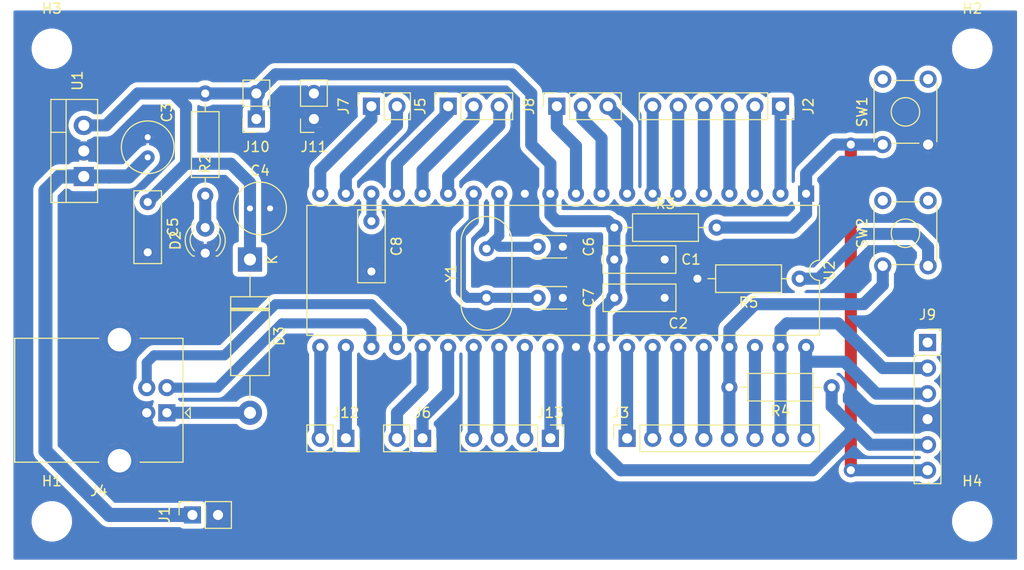
<source format=kicad_pcb>
(kicad_pcb (version 20171130) (host pcbnew "(5.1.2)-2")

  (general
    (thickness 1.6)
    (drawings 0)
    (tracks 150)
    (zones 0)
    (modules 36)
    (nets 43)
  )

  (page A4)
  (layers
    (0 F.Cu signal)
    (31 B.Cu signal)
    (32 B.Adhes user)
    (33 F.Adhes user)
    (34 B.Paste user)
    (35 F.Paste user)
    (36 B.SilkS user)
    (37 F.SilkS user)
    (38 B.Mask user)
    (39 F.Mask user)
    (40 Dwgs.User user)
    (41 Cmts.User user)
    (42 Eco1.User user)
    (43 Eco2.User user)
    (44 Edge.Cuts user)
    (45 Margin user)
    (46 B.CrtYd user)
    (47 F.CrtYd user)
    (48 B.Fab user)
    (49 F.Fab user)
  )

  (setup
    (last_trace_width 0.25)
    (trace_clearance 0.2)
    (zone_clearance 0.508)
    (zone_45_only no)
    (trace_min 0.2)
    (via_size 0.8)
    (via_drill 0.4)
    (via_min_size 0.4)
    (via_min_drill 0.3)
    (uvia_size 0.3)
    (uvia_drill 0.1)
    (uvias_allowed no)
    (uvia_min_size 0.2)
    (uvia_min_drill 0.1)
    (edge_width 0.05)
    (segment_width 0.2)
    (pcb_text_width 0.3)
    (pcb_text_size 1.5 1.5)
    (mod_edge_width 0.12)
    (mod_text_size 1 1)
    (mod_text_width 0.15)
    (pad_size 1.524 1.524)
    (pad_drill 0.762)
    (pad_to_mask_clearance 0.051)
    (solder_mask_min_width 0.25)
    (aux_axis_origin 101.6 114.3)
    (visible_elements 7FFFFFFF)
    (pcbplotparams
      (layerselection 0x01000_fffffffe)
      (usegerberextensions false)
      (usegerberattributes false)
      (usegerberadvancedattributes false)
      (creategerberjobfile false)
      (excludeedgelayer true)
      (linewidth 0.100000)
      (plotframeref false)
      (viasonmask false)
      (mode 1)
      (useauxorigin true)
      (hpglpennumber 1)
      (hpglpenspeed 20)
      (hpglpendiameter 15.000000)
      (psnegative false)
      (psa4output false)
      (plotreference true)
      (plotvalue true)
      (plotinvisibletext false)
      (padsonsilk false)
      (subtractmaskfromsilk false)
      (outputformat 1)
      (mirror false)
      (drillshape 0)
      (scaleselection 1)
      (outputdirectory "./"))
  )

  (net 0 "")
  (net 1 GND)
  (net 2 VCC)
  (net 3 /OSC1)
  (net 4 /OSC2)
  (net 5 /VUSB)
  (net 6 "Net-(D2-Pad2)")
  (net 7 "Net-(D3-Pad2)")
  (net 8 /RA5)
  (net 9 /RA4)
  (net 10 /RA3)
  (net 11 /RA2)
  (net 12 /RA1)
  (net 13 /RA0)
  (net 14 /RB0)
  (net 15 /RB1)
  (net 16 /RB2)
  (net 17 /RB3)
  (net 18 /RB4)
  (net 19 /RB5)
  (net 20 /RB6)
  (net 21 /RB7)
  (net 22 /D-)
  (net 23 /D+)
  (net 24 /RC2)
  (net 25 /RC1)
  (net 26 /RC0)
  (net 27 /RC7)
  (net 28 /RC6)
  (net 29 /RD0)
  (net 30 /RD1)
  (net 31 /RD2)
  (net 32 /RD3)
  (net 33 /RD4)
  (net 34 /RD5)
  (net 35 /RD6)
  (net 36 /RD7)
  (net 37 /RE0)
  (net 38 /RE1)
  (net 39 /RE2)
  (net 40 /MCLR)
  (net 41 "Net-(R5-Pad1)")
  (net 42 "Net-(C3-Pad1)")

  (net_class Default "Esta es la clase de red por defecto."
    (clearance 0.2)
    (trace_width 0.25)
    (via_dia 0.8)
    (via_drill 0.4)
    (uvia_dia 0.3)
    (uvia_drill 0.1)
    (add_net "Net-(SW1-Pad2)")
    (add_net "Net-(SW1-Pad4)")
    (add_net "Net-(SW2-Pad2)")
    (add_net "Net-(SW2-Pad4)")
  )

  (net_class LowSignal ""
    (clearance 0.2)
    (trace_width 1)
    (via_dia 1.2)
    (via_drill 0.8)
    (uvia_dia 0.3)
    (uvia_drill 0.1)
    (add_net /D+)
    (add_net /D-)
    (add_net /OSC1)
    (add_net /OSC2)
    (add_net /VUSB)
  )

  (net_class PORT ""
    (clearance 0.2)
    (trace_width 1.2)
    (via_dia 1.4)
    (via_drill 0.8)
    (uvia_dia 0.3)
    (uvia_drill 0.1)
    (add_net /MCLR)
    (add_net /RA0)
    (add_net /RA1)
    (add_net /RA2)
    (add_net /RA3)
    (add_net /RA4)
    (add_net /RA5)
    (add_net /RB0)
    (add_net /RB1)
    (add_net /RB2)
    (add_net /RB3)
    (add_net /RB4)
    (add_net /RB5)
    (add_net /RB6)
    (add_net /RB7)
    (add_net /RC0)
    (add_net /RC1)
    (add_net /RC2)
    (add_net /RC6)
    (add_net /RC7)
    (add_net /RD0)
    (add_net /RD1)
    (add_net /RD2)
    (add_net /RD3)
    (add_net /RD4)
    (add_net /RD5)
    (add_net /RD6)
    (add_net /RD7)
    (add_net /RE0)
    (add_net /RE1)
    (add_net /RE2)
    (add_net GND)
    (add_net "Net-(D2-Pad2)")
    (add_net "Net-(D3-Pad2)")
    (add_net "Net-(J9-Pad1)")
    (add_net "Net-(R5-Pad1)")
    (add_net VCC)
  )

  (net_class Power ""
    (clearance 0.2)
    (trace_width 1.4)
    (via_dia 1.4)
    (via_drill 0.8)
    (uvia_dia 0.3)
    (uvia_drill 0.1)
    (add_net "Net-(C3-Pad1)")
  )

  (module MountingHole:MountingHole_3mm (layer F.Cu) (tedit 56D1B4CB) (tstamp 5DDD2DED)
    (at 199.39 107.315)
    (descr "Mounting Hole 3mm, no annular")
    (tags "mounting hole 3mm no annular")
    (path /5DE6E36A)
    (attr virtual)
    (fp_text reference H4 (at 0 -4) (layer F.SilkS)
      (effects (font (size 1 1) (thickness 0.15)))
    )
    (fp_text value MountingHole (at 0 4) (layer F.Fab)
      (effects (font (size 1 1) (thickness 0.15)))
    )
    (fp_circle (center 0 0) (end 3.25 0) (layer F.CrtYd) (width 0.05))
    (fp_circle (center 0 0) (end 3 0) (layer Cmts.User) (width 0.15))
    (fp_text user %R (at 0.3 0) (layer F.Fab)
      (effects (font (size 1 1) (thickness 0.15)))
    )
    (pad 1 np_thru_hole circle (at 0 0) (size 3 3) (drill 3) (layers *.Cu *.Mask))
  )

  (module MountingHole:MountingHole_3mm (layer F.Cu) (tedit 56D1B4CB) (tstamp 5DDD28F8)
    (at 107.95 60.325)
    (descr "Mounting Hole 3mm, no annular")
    (tags "mounting hole 3mm no annular")
    (path /5DE6E264)
    (attr virtual)
    (fp_text reference H3 (at 0 -4) (layer F.SilkS)
      (effects (font (size 1 1) (thickness 0.15)))
    )
    (fp_text value MountingHole (at 0 4) (layer F.Fab)
      (effects (font (size 1 1) (thickness 0.15)))
    )
    (fp_circle (center 0 0) (end 3.25 0) (layer F.CrtYd) (width 0.05))
    (fp_circle (center 0 0) (end 3 0) (layer Cmts.User) (width 0.15))
    (fp_text user %R (at 0.3 0) (layer F.Fab)
      (effects (font (size 1 1) (thickness 0.15)))
    )
    (pad 1 np_thru_hole circle (at 0 0) (size 3 3) (drill 3) (layers *.Cu *.Mask))
  )

  (module MountingHole:MountingHole_3mm (layer F.Cu) (tedit 56D1B4CB) (tstamp 5DDD28F0)
    (at 199.39 60.325)
    (descr "Mounting Hole 3mm, no annular")
    (tags "mounting hole 3mm no annular")
    (path /5DE6DF98)
    (attr virtual)
    (fp_text reference H2 (at 0 -4) (layer F.SilkS)
      (effects (font (size 1 1) (thickness 0.15)))
    )
    (fp_text value MountingHole (at 0 4) (layer F.Fab)
      (effects (font (size 1 1) (thickness 0.15)))
    )
    (fp_circle (center 0 0) (end 3.25 0) (layer F.CrtYd) (width 0.05))
    (fp_circle (center 0 0) (end 3 0) (layer Cmts.User) (width 0.15))
    (fp_text user %R (at 0.3 0) (layer F.Fab)
      (effects (font (size 1 1) (thickness 0.15)))
    )
    (pad 1 np_thru_hole circle (at 0 0) (size 3 3) (drill 3) (layers *.Cu *.Mask))
  )

  (module MountingHole:MountingHole_3mm (layer F.Cu) (tedit 56D1B4CB) (tstamp 5DDD2D67)
    (at 107.95 107.315)
    (descr "Mounting Hole 3mm, no annular")
    (tags "mounting hole 3mm no annular")
    (path /5DE6D9D0)
    (attr virtual)
    (fp_text reference H1 (at 0 -4) (layer F.SilkS)
      (effects (font (size 1 1) (thickness 0.15)))
    )
    (fp_text value MountingHole (at 0 4) (layer F.Fab)
      (effects (font (size 1 1) (thickness 0.15)))
    )
    (fp_circle (center 0 0) (end 3.25 0) (layer F.CrtYd) (width 0.05))
    (fp_circle (center 0 0) (end 3 0) (layer Cmts.User) (width 0.15))
    (fp_text user %R (at 0.3 0) (layer F.Fab)
      (effects (font (size 1 1) (thickness 0.15)))
    )
    (pad 1 np_thru_hole circle (at 0 0) (size 3 3) (drill 3) (layers *.Cu *.Mask))
  )

  (module Connector_PinSocket_2.54mm:PinSocket_1x02_P2.54mm_Vertical (layer F.Cu) (tedit 5A19A420) (tstamp 5E1DD8E1)
    (at 121.92 106.68 90)
    (descr "Through hole straight socket strip, 1x02, 2.54mm pitch, single row (from Kicad 4.0.7), script generated")
    (tags "Through hole socket strip THT 1x02 2.54mm single row")
    (path /5DE484B2)
    (fp_text reference J1 (at 0 -2.77 90) (layer F.SilkS)
      (effects (font (size 1 1) (thickness 0.15)))
    )
    (fp_text value +12Vin (at 0 5.31 90) (layer F.Fab)
      (effects (font (size 1 1) (thickness 0.15)))
    )
    (fp_text user %R (at 0 1.27) (layer F.Fab)
      (effects (font (size 1 1) (thickness 0.15)))
    )
    (fp_line (start -1.8 4.3) (end -1.8 -1.8) (layer F.CrtYd) (width 0.05))
    (fp_line (start 1.75 4.3) (end -1.8 4.3) (layer F.CrtYd) (width 0.05))
    (fp_line (start 1.75 -1.8) (end 1.75 4.3) (layer F.CrtYd) (width 0.05))
    (fp_line (start -1.8 -1.8) (end 1.75 -1.8) (layer F.CrtYd) (width 0.05))
    (fp_line (start 0 -1.33) (end 1.33 -1.33) (layer F.SilkS) (width 0.12))
    (fp_line (start 1.33 -1.33) (end 1.33 0) (layer F.SilkS) (width 0.12))
    (fp_line (start 1.33 1.27) (end 1.33 3.87) (layer F.SilkS) (width 0.12))
    (fp_line (start -1.33 3.87) (end 1.33 3.87) (layer F.SilkS) (width 0.12))
    (fp_line (start -1.33 1.27) (end -1.33 3.87) (layer F.SilkS) (width 0.12))
    (fp_line (start -1.33 1.27) (end 1.33 1.27) (layer F.SilkS) (width 0.12))
    (fp_line (start -1.27 3.81) (end -1.27 -1.27) (layer F.Fab) (width 0.1))
    (fp_line (start 1.27 3.81) (end -1.27 3.81) (layer F.Fab) (width 0.1))
    (fp_line (start 1.27 -0.635) (end 1.27 3.81) (layer F.Fab) (width 0.1))
    (fp_line (start 0.635 -1.27) (end 1.27 -0.635) (layer F.Fab) (width 0.1))
    (fp_line (start -1.27 -1.27) (end 0.635 -1.27) (layer F.Fab) (width 0.1))
    (pad 2 thru_hole oval (at 0 2.54 90) (size 1.7 1.7) (drill 1) (layers *.Cu *.Mask)
      (net 1 GND))
    (pad 1 thru_hole rect (at 0 0 90) (size 1.7 1.7) (drill 1) (layers *.Cu *.Mask)
      (net 42 "Net-(C3-Pad1)"))
    (model ${KISYS3DMOD}/Connector_PinSocket_2.54mm.3dshapes/PinSocket_1x02_P2.54mm_Vertical.wrl
      (at (xyz 0 0 0))
      (scale (xyz 1 1 1))
      (rotate (xyz 0 0 0))
    )
  )

  (module Capacitor_THT:C_Rect_L7.0mm_W2.5mm_P5.00mm (layer F.Cu) (tedit 5AE50EF0) (tstamp 5DDC8E34)
    (at 117.475 75.565 270)
    (descr "C, Rect series, Radial, pin pitch=5.00mm, , length*width=7*2.5mm^2, Capacitor")
    (tags "C Rect series Radial pin pitch 5.00mm  length 7mm width 2.5mm Capacitor")
    (path /5DDB522D)
    (fp_text reference C5 (at 2.5 -2.5 90) (layer F.SilkS)
      (effects (font (size 1 1) (thickness 0.15)))
    )
    (fp_text value 100nF (at 2.5 2.5 90) (layer F.Fab)
      (effects (font (size 1 1) (thickness 0.15)))
    )
    (fp_text user %R (at 2.5 0 90) (layer F.Fab)
      (effects (font (size 1 1) (thickness 0.15)))
    )
    (fp_line (start 6.25 -1.5) (end -1.25 -1.5) (layer F.CrtYd) (width 0.05))
    (fp_line (start 6.25 1.5) (end 6.25 -1.5) (layer F.CrtYd) (width 0.05))
    (fp_line (start -1.25 1.5) (end 6.25 1.5) (layer F.CrtYd) (width 0.05))
    (fp_line (start -1.25 -1.5) (end -1.25 1.5) (layer F.CrtYd) (width 0.05))
    (fp_line (start 6.12 -1.37) (end 6.12 1.37) (layer F.SilkS) (width 0.12))
    (fp_line (start -1.12 -1.37) (end -1.12 1.37) (layer F.SilkS) (width 0.12))
    (fp_line (start -1.12 1.37) (end 6.12 1.37) (layer F.SilkS) (width 0.12))
    (fp_line (start -1.12 -1.37) (end 6.12 -1.37) (layer F.SilkS) (width 0.12))
    (fp_line (start 6 -1.25) (end -1 -1.25) (layer F.Fab) (width 0.1))
    (fp_line (start 6 1.25) (end 6 -1.25) (layer F.Fab) (width 0.1))
    (fp_line (start -1 1.25) (end 6 1.25) (layer F.Fab) (width 0.1))
    (fp_line (start -1 -1.25) (end -1 1.25) (layer F.Fab) (width 0.1))
    (pad 2 thru_hole circle (at 5 0 270) (size 1.6 1.6) (drill 0.8) (layers *.Cu *.Mask)
      (net 1 GND))
    (pad 1 thru_hole circle (at 0 0 270) (size 1.6 1.6) (drill 0.8) (layers *.Cu *.Mask)
      (net 2 VCC))
    (model ${KISYS3DMOD}/Capacitor_THT.3dshapes/C_Rect_L7.0mm_W2.5mm_P5.00mm.wrl
      (at (xyz 0 0 0))
      (scale (xyz 1 1 1))
      (rotate (xyz 0 0 0))
    )
  )

  (module Connector_PinHeader_2.54mm:PinHeader_1x04_P2.54mm_Vertical (layer F.Cu) (tedit 59FED5CC) (tstamp 5DDCC60F)
    (at 157.48 99.06 270)
    (descr "Through hole straight pin header, 1x04, 2.54mm pitch, single row")
    (tags "Through hole pin header THT 1x04 2.54mm single row")
    (path /5DDEFA93)
    (fp_text reference J13 (at -2.54 0 180) (layer F.SilkS)
      (effects (font (size 1 1) (thickness 0.15)))
    )
    (fp_text value PORTD5-7 (at 3.175 2.54 180) (layer F.Fab)
      (effects (font (size 1 1) (thickness 0.15)))
    )
    (fp_text user %R (at 0 3.81) (layer F.Fab)
      (effects (font (size 1 1) (thickness 0.15)))
    )
    (fp_line (start 1.8 -1.8) (end -1.8 -1.8) (layer F.CrtYd) (width 0.05))
    (fp_line (start 1.8 9.4) (end 1.8 -1.8) (layer F.CrtYd) (width 0.05))
    (fp_line (start -1.8 9.4) (end 1.8 9.4) (layer F.CrtYd) (width 0.05))
    (fp_line (start -1.8 -1.8) (end -1.8 9.4) (layer F.CrtYd) (width 0.05))
    (fp_line (start -1.33 -1.33) (end 0 -1.33) (layer F.SilkS) (width 0.12))
    (fp_line (start -1.33 0) (end -1.33 -1.33) (layer F.SilkS) (width 0.12))
    (fp_line (start -1.33 1.27) (end 1.33 1.27) (layer F.SilkS) (width 0.12))
    (fp_line (start 1.33 1.27) (end 1.33 8.95) (layer F.SilkS) (width 0.12))
    (fp_line (start -1.33 1.27) (end -1.33 8.95) (layer F.SilkS) (width 0.12))
    (fp_line (start -1.33 8.95) (end 1.33 8.95) (layer F.SilkS) (width 0.12))
    (fp_line (start -1.27 -0.635) (end -0.635 -1.27) (layer F.Fab) (width 0.1))
    (fp_line (start -1.27 8.89) (end -1.27 -0.635) (layer F.Fab) (width 0.1))
    (fp_line (start 1.27 8.89) (end -1.27 8.89) (layer F.Fab) (width 0.1))
    (fp_line (start 1.27 -1.27) (end 1.27 8.89) (layer F.Fab) (width 0.1))
    (fp_line (start -0.635 -1.27) (end 1.27 -1.27) (layer F.Fab) (width 0.1))
    (pad 4 thru_hole oval (at 0 7.62 270) (size 1.7 1.7) (drill 1) (layers *.Cu *.Mask)
      (net 33 /RD4))
    (pad 3 thru_hole oval (at 0 5.08 270) (size 1.7 1.7) (drill 1) (layers *.Cu *.Mask)
      (net 34 /RD5))
    (pad 2 thru_hole oval (at 0 2.54 270) (size 1.7 1.7) (drill 1) (layers *.Cu *.Mask)
      (net 35 /RD6))
    (pad 1 thru_hole rect (at 0 0 270) (size 1.7 1.7) (drill 1) (layers *.Cu *.Mask)
      (net 36 /RD7))
    (model ${KISYS3DMOD}/Connector_PinHeader_2.54mm.3dshapes/PinHeader_1x04_P2.54mm_Vertical.wrl
      (at (xyz 0 0 0))
      (scale (xyz 1 1 1))
      (rotate (xyz 0 0 0))
    )
  )

  (module Connector_PinSocket_2.54mm:PinSocket_1x02_P2.54mm_Vertical (layer F.Cu) (tedit 5A19A420) (tstamp 5DDCC5F7)
    (at 137.16 99.06 270)
    (descr "Through hole straight socket strip, 1x02, 2.54mm pitch, single row (from Kicad 4.0.7), script generated")
    (tags "Through hole socket strip THT 1x02 2.54mm single row")
    (path /5DDEF361)
    (fp_text reference J12 (at -2.54 0 180) (layer F.SilkS)
      (effects (font (size 1 1) (thickness 0.15)))
    )
    (fp_text value PORTD2-3 (at 3.175 1.27 180) (layer F.Fab)
      (effects (font (size 1 1) (thickness 0.15)))
    )
    (fp_text user %R (at 0 1.27) (layer F.Fab)
      (effects (font (size 1 1) (thickness 0.15)))
    )
    (fp_line (start -1.8 4.3) (end -1.8 -1.8) (layer F.CrtYd) (width 0.05))
    (fp_line (start 1.75 4.3) (end -1.8 4.3) (layer F.CrtYd) (width 0.05))
    (fp_line (start 1.75 -1.8) (end 1.75 4.3) (layer F.CrtYd) (width 0.05))
    (fp_line (start -1.8 -1.8) (end 1.75 -1.8) (layer F.CrtYd) (width 0.05))
    (fp_line (start 0 -1.33) (end 1.33 -1.33) (layer F.SilkS) (width 0.12))
    (fp_line (start 1.33 -1.33) (end 1.33 0) (layer F.SilkS) (width 0.12))
    (fp_line (start 1.33 1.27) (end 1.33 3.87) (layer F.SilkS) (width 0.12))
    (fp_line (start -1.33 3.87) (end 1.33 3.87) (layer F.SilkS) (width 0.12))
    (fp_line (start -1.33 1.27) (end -1.33 3.87) (layer F.SilkS) (width 0.12))
    (fp_line (start -1.33 1.27) (end 1.33 1.27) (layer F.SilkS) (width 0.12))
    (fp_line (start -1.27 3.81) (end -1.27 -1.27) (layer F.Fab) (width 0.1))
    (fp_line (start 1.27 3.81) (end -1.27 3.81) (layer F.Fab) (width 0.1))
    (fp_line (start 1.27 -0.635) (end 1.27 3.81) (layer F.Fab) (width 0.1))
    (fp_line (start 0.635 -1.27) (end 1.27 -0.635) (layer F.Fab) (width 0.1))
    (fp_line (start -1.27 -1.27) (end 0.635 -1.27) (layer F.Fab) (width 0.1))
    (pad 2 thru_hole oval (at 0 2.54 270) (size 1.7 1.7) (drill 1) (layers *.Cu *.Mask)
      (net 31 /RD2))
    (pad 1 thru_hole rect (at 0 0 270) (size 1.7 1.7) (drill 1) (layers *.Cu *.Mask)
      (net 32 /RD3))
    (model ${KISYS3DMOD}/Connector_PinSocket_2.54mm.3dshapes/PinSocket_1x02_P2.54mm_Vertical.wrl
      (at (xyz 0 0 0))
      (scale (xyz 1 1 1))
      (rotate (xyz 0 0 0))
    )
  )

  (module Connector_PinSocket_2.54mm:PinSocket_1x02_P2.54mm_Vertical (layer F.Cu) (tedit 5A19A420) (tstamp 5DDCC52F)
    (at 139.7 66.04 90)
    (descr "Through hole straight socket strip, 1x02, 2.54mm pitch, single row (from Kicad 4.0.7), script generated")
    (tags "Through hole socket strip THT 1x02 2.54mm single row")
    (path /5DDEEDA4)
    (fp_text reference J7 (at 0 -2.77 90) (layer F.SilkS)
      (effects (font (size 1 1) (thickness 0.15)))
    )
    (fp_text value PORTD0-1 (at 3.175 1.27 180) (layer F.Fab)
      (effects (font (size 1 1) (thickness 0.15)))
    )
    (fp_text user %R (at 0 1.27) (layer F.Fab)
      (effects (font (size 1 1) (thickness 0.15)))
    )
    (fp_line (start -1.8 4.3) (end -1.8 -1.8) (layer F.CrtYd) (width 0.05))
    (fp_line (start 1.75 4.3) (end -1.8 4.3) (layer F.CrtYd) (width 0.05))
    (fp_line (start 1.75 -1.8) (end 1.75 4.3) (layer F.CrtYd) (width 0.05))
    (fp_line (start -1.8 -1.8) (end 1.75 -1.8) (layer F.CrtYd) (width 0.05))
    (fp_line (start 0 -1.33) (end 1.33 -1.33) (layer F.SilkS) (width 0.12))
    (fp_line (start 1.33 -1.33) (end 1.33 0) (layer F.SilkS) (width 0.12))
    (fp_line (start 1.33 1.27) (end 1.33 3.87) (layer F.SilkS) (width 0.12))
    (fp_line (start -1.33 3.87) (end 1.33 3.87) (layer F.SilkS) (width 0.12))
    (fp_line (start -1.33 1.27) (end -1.33 3.87) (layer F.SilkS) (width 0.12))
    (fp_line (start -1.33 1.27) (end 1.33 1.27) (layer F.SilkS) (width 0.12))
    (fp_line (start -1.27 3.81) (end -1.27 -1.27) (layer F.Fab) (width 0.1))
    (fp_line (start 1.27 3.81) (end -1.27 3.81) (layer F.Fab) (width 0.1))
    (fp_line (start 1.27 -0.635) (end 1.27 3.81) (layer F.Fab) (width 0.1))
    (fp_line (start 0.635 -1.27) (end 1.27 -0.635) (layer F.Fab) (width 0.1))
    (fp_line (start -1.27 -1.27) (end 0.635 -1.27) (layer F.Fab) (width 0.1))
    (pad 2 thru_hole oval (at 0 2.54 90) (size 1.7 1.7) (drill 1) (layers *.Cu *.Mask)
      (net 29 /RD0))
    (pad 1 thru_hole rect (at 0 0 90) (size 1.7 1.7) (drill 1) (layers *.Cu *.Mask)
      (net 30 /RD1))
    (model ${KISYS3DMOD}/Connector_PinSocket_2.54mm.3dshapes/PinSocket_1x02_P2.54mm_Vertical.wrl
      (at (xyz 0 0 0))
      (scale (xyz 1 1 1))
      (rotate (xyz 0 0 0))
    )
  )

  (module Capacitor_THT:C_Radial_D5.0mm_H5.0mm_P2.00mm (layer F.Cu) (tedit 5BC5C9B9) (tstamp 5DDC8E17)
    (at 117.475 71.12 90)
    (descr "C, Radial series, Radial, pin pitch=2.00mm, diameter=5mm, height=5mm, Non-Polar Electrolytic Capacitor")
    (tags "C Radial series Radial pin pitch 2.00mm diameter 5mm height 5mm Non-Polar Electrolytic Capacitor")
    (path /5DE1339A)
    (fp_text reference C3 (at 4.445 1.905 90) (layer F.SilkS)
      (effects (font (size 1 1) (thickness 0.15)))
    )
    (fp_text value 47uF (at 5.715 0 90) (layer F.Fab)
      (effects (font (size 1 1) (thickness 0.15)))
    )
    (fp_circle (center 1 0) (end 3.5 0) (layer F.Fab) (width 0.1))
    (fp_circle (center 1 0) (end 3.62 0) (layer F.SilkS) (width 0.12))
    (fp_circle (center 1 0) (end 3.75 0) (layer F.CrtYd) (width 0.05))
    (fp_text user %R (at 1 0 90) (layer F.Fab)
      (effects (font (size 1 1) (thickness 0.15)))
    )
    (pad 1 thru_hole circle (at 0 0 90) (size 1.2 1.2) (drill 0.6) (layers *.Cu *.Mask)
      (net 42 "Net-(C3-Pad1)"))
    (pad 2 thru_hole circle (at 2 0 90) (size 1.2 1.2) (drill 0.6) (layers *.Cu *.Mask)
      (net 1 GND))
    (model ${KISYS3DMOD}/Capacitor_THT.3dshapes/C_Radial_D5.0mm_H5.0mm_P2.00mm.wrl
      (at (xyz 0 0 0))
      (scale (xyz 1 1 1))
      (rotate (xyz 0 0 0))
    )
  )

  (module Capacitor_THT:C_Radial_D5.0mm_H5.0mm_P2.00mm (layer F.Cu) (tedit 5BC5C9B9) (tstamp 5DDC8E21)
    (at 127.635 76.2)
    (descr "C, Radial series, Radial, pin pitch=2.00mm, diameter=5mm, height=5mm, Non-Polar Electrolytic Capacitor")
    (tags "C Radial series Radial pin pitch 2.00mm diameter 5mm height 5mm Non-Polar Electrolytic Capacitor")
    (path /5DDAE9BA)
    (fp_text reference C4 (at 1 -3.75) (layer F.SilkS)
      (effects (font (size 1 1) (thickness 0.15)))
    )
    (fp_text value 10uF (at 1 3.75) (layer F.Fab)
      (effects (font (size 1 1) (thickness 0.15)))
    )
    (fp_text user %R (at 1 0) (layer F.Fab)
      (effects (font (size 1 1) (thickness 0.15)))
    )
    (fp_circle (center 1 0) (end 3.75 0) (layer F.CrtYd) (width 0.05))
    (fp_circle (center 1 0) (end 3.62 0) (layer F.SilkS) (width 0.12))
    (fp_circle (center 1 0) (end 3.5 0) (layer F.Fab) (width 0.1))
    (pad 2 thru_hole circle (at 2 0) (size 1.2 1.2) (drill 0.6) (layers *.Cu *.Mask)
      (net 1 GND))
    (pad 1 thru_hole circle (at 0 0) (size 1.2 1.2) (drill 0.6) (layers *.Cu *.Mask)
      (net 2 VCC))
    (model ${KISYS3DMOD}/Capacitor_THT.3dshapes/C_Radial_D5.0mm_H5.0mm_P2.00mm.wrl
      (at (xyz 0 0 0))
      (scale (xyz 1 1 1))
      (rotate (xyz 0 0 0))
    )
  )

  (module LED_THT:LED_D3.0mm (layer F.Cu) (tedit 587A3A7B) (tstamp 5DDC8E97)
    (at 123.19 80.645 90)
    (descr "LED, diameter 3.0mm, 2 pins")
    (tags "LED diameter 3.0mm 2 pins")
    (path /5DDAFB99)
    (fp_text reference D2 (at 1.27 -2.96 90) (layer F.SilkS)
      (effects (font (size 1 1) (thickness 0.15)))
    )
    (fp_text value Green (at 1.27 2.96 90) (layer F.Fab)
      (effects (font (size 1 1) (thickness 0.15)))
    )
    (fp_arc (start 1.27 0) (end -0.23 -1.16619) (angle 284.3) (layer F.Fab) (width 0.1))
    (fp_arc (start 1.27 0) (end -0.29 -1.235516) (angle 108.8) (layer F.SilkS) (width 0.12))
    (fp_arc (start 1.27 0) (end -0.29 1.235516) (angle -108.8) (layer F.SilkS) (width 0.12))
    (fp_arc (start 1.27 0) (end 0.229039 -1.08) (angle 87.9) (layer F.SilkS) (width 0.12))
    (fp_arc (start 1.27 0) (end 0.229039 1.08) (angle -87.9) (layer F.SilkS) (width 0.12))
    (fp_circle (center 1.27 0) (end 2.77 0) (layer F.Fab) (width 0.1))
    (fp_line (start -0.23 -1.16619) (end -0.23 1.16619) (layer F.Fab) (width 0.1))
    (fp_line (start -0.29 -1.236) (end -0.29 -1.08) (layer F.SilkS) (width 0.12))
    (fp_line (start -0.29 1.08) (end -0.29 1.236) (layer F.SilkS) (width 0.12))
    (fp_line (start -1.15 -2.25) (end -1.15 2.25) (layer F.CrtYd) (width 0.05))
    (fp_line (start -1.15 2.25) (end 3.7 2.25) (layer F.CrtYd) (width 0.05))
    (fp_line (start 3.7 2.25) (end 3.7 -2.25) (layer F.CrtYd) (width 0.05))
    (fp_line (start 3.7 -2.25) (end -1.15 -2.25) (layer F.CrtYd) (width 0.05))
    (pad 1 thru_hole rect (at 0 0 90) (size 1.8 1.8) (drill 0.9) (layers *.Cu *.Mask)
      (net 1 GND))
    (pad 2 thru_hole circle (at 2.54 0 90) (size 1.8 1.8) (drill 0.9) (layers *.Cu *.Mask)
      (net 6 "Net-(D2-Pad2)"))
    (model ${KISYS3DMOD}/LED_THT.3dshapes/LED_D3.0mm.wrl
      (at (xyz 0 0 0))
      (scale (xyz 1 1 1))
      (rotate (xyz 0 0 0))
    )
  )

  (module Diode_THT:D_DO-15_P15.24mm_Horizontal (layer F.Cu) (tedit 5AE50CD5) (tstamp 5DDC8EB6)
    (at 127.635 81.28 270)
    (descr "Diode, DO-15 series, Axial, Horizontal, pin pitch=15.24mm, , length*diameter=7.6*3.6mm^2, , http://www.diodes.com/_files/packages/DO-15.pdf")
    (tags "Diode DO-15 series Axial Horizontal pin pitch 15.24mm  length 7.6mm diameter 3.6mm")
    (path /5DDBD227)
    (fp_text reference D3 (at 7.62 -2.92 90) (layer F.SilkS)
      (effects (font (size 1 1) (thickness 0.15)))
    )
    (fp_text value D_Schottky (at 7.62 2.92 90) (layer F.Fab)
      (effects (font (size 1 1) (thickness 0.15)))
    )
    (fp_line (start 3.82 -1.8) (end 3.82 1.8) (layer F.Fab) (width 0.1))
    (fp_line (start 3.82 1.8) (end 11.42 1.8) (layer F.Fab) (width 0.1))
    (fp_line (start 11.42 1.8) (end 11.42 -1.8) (layer F.Fab) (width 0.1))
    (fp_line (start 11.42 -1.8) (end 3.82 -1.8) (layer F.Fab) (width 0.1))
    (fp_line (start 0 0) (end 3.82 0) (layer F.Fab) (width 0.1))
    (fp_line (start 15.24 0) (end 11.42 0) (layer F.Fab) (width 0.1))
    (fp_line (start 4.96 -1.8) (end 4.96 1.8) (layer F.Fab) (width 0.1))
    (fp_line (start 5.06 -1.8) (end 5.06 1.8) (layer F.Fab) (width 0.1))
    (fp_line (start 4.86 -1.8) (end 4.86 1.8) (layer F.Fab) (width 0.1))
    (fp_line (start 3.7 -1.92) (end 3.7 1.92) (layer F.SilkS) (width 0.12))
    (fp_line (start 3.7 1.92) (end 11.54 1.92) (layer F.SilkS) (width 0.12))
    (fp_line (start 11.54 1.92) (end 11.54 -1.92) (layer F.SilkS) (width 0.12))
    (fp_line (start 11.54 -1.92) (end 3.7 -1.92) (layer F.SilkS) (width 0.12))
    (fp_line (start 1.44 0) (end 3.7 0) (layer F.SilkS) (width 0.12))
    (fp_line (start 13.8 0) (end 11.54 0) (layer F.SilkS) (width 0.12))
    (fp_line (start 4.96 -1.92) (end 4.96 1.92) (layer F.SilkS) (width 0.12))
    (fp_line (start 5.08 -1.92) (end 5.08 1.92) (layer F.SilkS) (width 0.12))
    (fp_line (start 4.84 -1.92) (end 4.84 1.92) (layer F.SilkS) (width 0.12))
    (fp_line (start -1.45 -2.05) (end -1.45 2.05) (layer F.CrtYd) (width 0.05))
    (fp_line (start -1.45 2.05) (end 16.69 2.05) (layer F.CrtYd) (width 0.05))
    (fp_line (start 16.69 2.05) (end 16.69 -2.05) (layer F.CrtYd) (width 0.05))
    (fp_line (start 16.69 -2.05) (end -1.45 -2.05) (layer F.CrtYd) (width 0.05))
    (fp_text user %R (at 8.19 0 90) (layer F.Fab)
      (effects (font (size 1 1) (thickness 0.15)))
    )
    (fp_text user K (at 0 -2.2 90) (layer F.Fab)
      (effects (font (size 1 1) (thickness 0.15)))
    )
    (fp_text user K (at 0 -2.2 90) (layer F.SilkS)
      (effects (font (size 1 1) (thickness 0.15)))
    )
    (pad 1 thru_hole rect (at 0 0 270) (size 2.4 2.4) (drill 1.2) (layers *.Cu *.Mask)
      (net 2 VCC))
    (pad 2 thru_hole oval (at 15.24 0 270) (size 2.4 2.4) (drill 1.2) (layers *.Cu *.Mask)
      (net 7 "Net-(D3-Pad2)"))
    (model ${KISYS3DMOD}/Diode_THT.3dshapes/D_DO-15_P15.24mm_Horizontal.wrl
      (at (xyz 0 0 0))
      (scale (xyz 1 1 1))
      (rotate (xyz 0 0 0))
    )
  )

  (module Connector_PinSocket_2.54mm:PinSocket_1x06_P2.54mm_Vertical (layer F.Cu) (tedit 5A19A430) (tstamp 5DDC8EF3)
    (at 180.34 66.04 270)
    (descr "Through hole straight socket strip, 1x06, 2.54mm pitch, single row (from Kicad 4.0.7), script generated")
    (tags "Through hole socket strip THT 1x06 2.54mm single row")
    (path /5DEB1C29)
    (fp_text reference J2 (at 0 -2.77 90) (layer F.SilkS)
      (effects (font (size 1 1) (thickness 0.15)))
    )
    (fp_text value PORTA (at -3.175 12.065) (layer F.Fab)
      (effects (font (size 1 1) (thickness 0.15)))
    )
    (fp_text user %R (at 0 6.35) (layer F.Fab)
      (effects (font (size 1 1) (thickness 0.15)))
    )
    (fp_line (start -1.8 14.45) (end -1.8 -1.8) (layer F.CrtYd) (width 0.05))
    (fp_line (start 1.75 14.45) (end -1.8 14.45) (layer F.CrtYd) (width 0.05))
    (fp_line (start 1.75 -1.8) (end 1.75 14.45) (layer F.CrtYd) (width 0.05))
    (fp_line (start -1.8 -1.8) (end 1.75 -1.8) (layer F.CrtYd) (width 0.05))
    (fp_line (start 0 -1.33) (end 1.33 -1.33) (layer F.SilkS) (width 0.12))
    (fp_line (start 1.33 -1.33) (end 1.33 0) (layer F.SilkS) (width 0.12))
    (fp_line (start 1.33 1.27) (end 1.33 14.03) (layer F.SilkS) (width 0.12))
    (fp_line (start -1.33 14.03) (end 1.33 14.03) (layer F.SilkS) (width 0.12))
    (fp_line (start -1.33 1.27) (end -1.33 14.03) (layer F.SilkS) (width 0.12))
    (fp_line (start -1.33 1.27) (end 1.33 1.27) (layer F.SilkS) (width 0.12))
    (fp_line (start -1.27 13.97) (end -1.27 -1.27) (layer F.Fab) (width 0.1))
    (fp_line (start 1.27 13.97) (end -1.27 13.97) (layer F.Fab) (width 0.1))
    (fp_line (start 1.27 -0.635) (end 1.27 13.97) (layer F.Fab) (width 0.1))
    (fp_line (start 0.635 -1.27) (end 1.27 -0.635) (layer F.Fab) (width 0.1))
    (fp_line (start -1.27 -1.27) (end 0.635 -1.27) (layer F.Fab) (width 0.1))
    (pad 6 thru_hole oval (at 0 12.7 270) (size 1.7 1.7) (drill 1) (layers *.Cu *.Mask)
      (net 8 /RA5))
    (pad 5 thru_hole oval (at 0 10.16 270) (size 1.7 1.7) (drill 1) (layers *.Cu *.Mask)
      (net 9 /RA4))
    (pad 4 thru_hole oval (at 0 7.62 270) (size 1.7 1.7) (drill 1) (layers *.Cu *.Mask)
      (net 10 /RA3))
    (pad 3 thru_hole oval (at 0 5.08 270) (size 1.7 1.7) (drill 1) (layers *.Cu *.Mask)
      (net 11 /RA2))
    (pad 2 thru_hole oval (at 0 2.54 270) (size 1.7 1.7) (drill 1) (layers *.Cu *.Mask)
      (net 12 /RA1))
    (pad 1 thru_hole rect (at 0 0 270) (size 1.7 1.7) (drill 1) (layers *.Cu *.Mask)
      (net 13 /RA0))
    (model ${KISYS3DMOD}/Connector_PinSocket_2.54mm.3dshapes/PinSocket_1x06_P2.54mm_Vertical.wrl
      (at (xyz 0 0 0))
      (scale (xyz 1 1 1))
      (rotate (xyz 0 0 0))
    )
  )

  (module Connector_PinSocket_2.54mm:PinSocket_1x08_P2.54mm_Vertical (layer F.Cu) (tedit 5A19A420) (tstamp 5DDC8F0F)
    (at 165.1 99.06 90)
    (descr "Through hole straight socket strip, 1x08, 2.54mm pitch, single row (from Kicad 4.0.7), script generated")
    (tags "Through hole socket strip THT 1x08 2.54mm single row")
    (path /5DECC1B6)
    (fp_text reference J3 (at 2.54 -0.635 180) (layer F.SilkS)
      (effects (font (size 1 1) (thickness 0.15)))
    )
    (fp_text value PORTB (at 0 20.55 90) (layer F.Fab)
      (effects (font (size 1 1) (thickness 0.15)))
    )
    (fp_line (start -1.27 -1.27) (end 0.635 -1.27) (layer F.Fab) (width 0.1))
    (fp_line (start 0.635 -1.27) (end 1.27 -0.635) (layer F.Fab) (width 0.1))
    (fp_line (start 1.27 -0.635) (end 1.27 19.05) (layer F.Fab) (width 0.1))
    (fp_line (start 1.27 19.05) (end -1.27 19.05) (layer F.Fab) (width 0.1))
    (fp_line (start -1.27 19.05) (end -1.27 -1.27) (layer F.Fab) (width 0.1))
    (fp_line (start -1.33 1.27) (end 1.33 1.27) (layer F.SilkS) (width 0.12))
    (fp_line (start -1.33 1.27) (end -1.33 19.11) (layer F.SilkS) (width 0.12))
    (fp_line (start -1.33 19.11) (end 1.33 19.11) (layer F.SilkS) (width 0.12))
    (fp_line (start 1.33 1.27) (end 1.33 19.11) (layer F.SilkS) (width 0.12))
    (fp_line (start 1.33 -1.33) (end 1.33 0) (layer F.SilkS) (width 0.12))
    (fp_line (start 0 -1.33) (end 1.33 -1.33) (layer F.SilkS) (width 0.12))
    (fp_line (start -1.8 -1.8) (end 1.75 -1.8) (layer F.CrtYd) (width 0.05))
    (fp_line (start 1.75 -1.8) (end 1.75 19.55) (layer F.CrtYd) (width 0.05))
    (fp_line (start 1.75 19.55) (end -1.8 19.55) (layer F.CrtYd) (width 0.05))
    (fp_line (start -1.8 19.55) (end -1.8 -1.8) (layer F.CrtYd) (width 0.05))
    (fp_text user %R (at 0 8.89) (layer F.Fab)
      (effects (font (size 1 1) (thickness 0.15)))
    )
    (pad 1 thru_hole rect (at 0 0 90) (size 1.7 1.7) (drill 1) (layers *.Cu *.Mask)
      (net 14 /RB0))
    (pad 2 thru_hole oval (at 0 2.54 90) (size 1.7 1.7) (drill 1) (layers *.Cu *.Mask)
      (net 15 /RB1))
    (pad 3 thru_hole oval (at 0 5.08 90) (size 1.7 1.7) (drill 1) (layers *.Cu *.Mask)
      (net 16 /RB2))
    (pad 4 thru_hole oval (at 0 7.62 90) (size 1.7 1.7) (drill 1) (layers *.Cu *.Mask)
      (net 17 /RB3))
    (pad 5 thru_hole oval (at 0 10.16 90) (size 1.7 1.7) (drill 1) (layers *.Cu *.Mask)
      (net 18 /RB4))
    (pad 6 thru_hole oval (at 0 12.7 90) (size 1.7 1.7) (drill 1) (layers *.Cu *.Mask)
      (net 19 /RB5))
    (pad 7 thru_hole oval (at 0 15.24 90) (size 1.7 1.7) (drill 1) (layers *.Cu *.Mask)
      (net 20 /RB6))
    (pad 8 thru_hole oval (at 0 17.78 90) (size 1.7 1.7) (drill 1) (layers *.Cu *.Mask)
      (net 21 /RB7))
    (model ${KISYS3DMOD}/Connector_PinSocket_2.54mm.3dshapes/PinSocket_1x08_P2.54mm_Vertical.wrl
      (at (xyz 0 0 0))
      (scale (xyz 1 1 1))
      (rotate (xyz 0 0 0))
    )
  )

  (module Connector_USB:USB_B_OST_USB-B1HSxx_Horizontal (layer F.Cu) (tedit 5AFE01FF) (tstamp 5DDC8F2C)
    (at 119.38 96.52 180)
    (descr "USB B receptacle, Horizontal, through-hole, http://www.on-shore.com/wp-content/uploads/2015/09/usb-b1hsxx.pdf")
    (tags "USB-B receptacle horizontal through-hole")
    (path /5DDBA94F)
    (fp_text reference J4 (at 6.76 -7.77) (layer F.SilkS)
      (effects (font (size 1 1) (thickness 0.15)))
    )
    (fp_text value USB_B (at 6.76 10.27) (layer F.Fab)
      (effects (font (size 1 1) (thickness 0.15)))
    )
    (fp_line (start -0.49 -4.8) (end 15.01 -4.8) (layer F.Fab) (width 0.1))
    (fp_line (start 15.01 -4.8) (end 15.01 7.3) (layer F.Fab) (width 0.1))
    (fp_line (start 15.01 7.3) (end -1.49 7.3) (layer F.Fab) (width 0.1))
    (fp_line (start -1.49 7.3) (end -1.49 -3.8) (layer F.Fab) (width 0.1))
    (fp_line (start -1.49 -3.8) (end -0.49 -4.8) (layer F.Fab) (width 0.1))
    (fp_line (start 2.66 -4.91) (end -1.6 -4.91) (layer F.SilkS) (width 0.12))
    (fp_line (start -1.6 -4.91) (end -1.6 7.41) (layer F.SilkS) (width 0.12))
    (fp_line (start -1.6 7.41) (end 2.66 7.41) (layer F.SilkS) (width 0.12))
    (fp_line (start 6.76 -4.91) (end 15.12 -4.91) (layer F.SilkS) (width 0.12))
    (fp_line (start 15.12 -4.91) (end 15.12 7.41) (layer F.SilkS) (width 0.12))
    (fp_line (start 15.12 7.41) (end 6.76 7.41) (layer F.SilkS) (width 0.12))
    (fp_line (start -1.82 0) (end -2.32 -0.5) (layer F.SilkS) (width 0.12))
    (fp_line (start -2.32 -0.5) (end -2.32 0.5) (layer F.SilkS) (width 0.12))
    (fp_line (start -2.32 0.5) (end -1.82 0) (layer F.SilkS) (width 0.12))
    (fp_line (start -1.99 -7.02) (end -1.99 9.52) (layer F.CrtYd) (width 0.05))
    (fp_line (start -1.99 9.52) (end 15.51 9.52) (layer F.CrtYd) (width 0.05))
    (fp_line (start 15.51 9.52) (end 15.51 -7.02) (layer F.CrtYd) (width 0.05))
    (fp_line (start 15.51 -7.02) (end -1.99 -7.02) (layer F.CrtYd) (width 0.05))
    (fp_text user %R (at 6.76 1.25) (layer F.Fab)
      (effects (font (size 1 1) (thickness 0.15)))
    )
    (pad 1 thru_hole rect (at 0 0 180) (size 1.7 1.7) (drill 0.92) (layers *.Cu *.Mask)
      (net 7 "Net-(D3-Pad2)"))
    (pad 2 thru_hole circle (at 0 2.5 180) (size 1.7 1.7) (drill 0.92) (layers *.Cu *.Mask)
      (net 22 /D-))
    (pad 3 thru_hole circle (at 2 2.5 180) (size 1.7 1.7) (drill 0.92) (layers *.Cu *.Mask)
      (net 23 /D+))
    (pad 4 thru_hole circle (at 2 0 180) (size 1.7 1.7) (drill 0.92) (layers *.Cu *.Mask)
      (net 1 GND))
    (pad 5 thru_hole circle (at 4.71 -4.77 180) (size 3.5 3.5) (drill 2.33) (layers *.Cu *.Mask)
      (net 1 GND))
    (pad 5 thru_hole circle (at 4.71 7.27 180) (size 3.5 3.5) (drill 2.33) (layers *.Cu *.Mask)
      (net 1 GND))
    (model ${KISYS3DMOD}/Connector_USB.3dshapes/USB_B_OST_USB-B1HSxx_Horizontal.wrl
      (at (xyz 0 0 0))
      (scale (xyz 1 1 1))
      (rotate (xyz 0 0 0))
    )
  )

  (module Connector_PinSocket_2.54mm:PinSocket_1x03_P2.54mm_Vertical (layer F.Cu) (tedit 5A19A429) (tstamp 5DDC8F43)
    (at 147.32 66.04 90)
    (descr "Through hole straight socket strip, 1x03, 2.54mm pitch, single row (from Kicad 4.0.7), script generated")
    (tags "Through hole socket strip THT 1x03 2.54mm single row")
    (path /5DE87D81)
    (fp_text reference J5 (at 0 -2.77 90) (layer F.SilkS)
      (effects (font (size 1 1) (thickness 0.15)))
    )
    (fp_text value PORTC0-2 (at 3.175 3.175 180) (layer F.Fab)
      (effects (font (size 1 1) (thickness 0.15)))
    )
    (fp_line (start -1.27 -1.27) (end 0.635 -1.27) (layer F.Fab) (width 0.1))
    (fp_line (start 0.635 -1.27) (end 1.27 -0.635) (layer F.Fab) (width 0.1))
    (fp_line (start 1.27 -0.635) (end 1.27 6.35) (layer F.Fab) (width 0.1))
    (fp_line (start 1.27 6.35) (end -1.27 6.35) (layer F.Fab) (width 0.1))
    (fp_line (start -1.27 6.35) (end -1.27 -1.27) (layer F.Fab) (width 0.1))
    (fp_line (start -1.33 1.27) (end 1.33 1.27) (layer F.SilkS) (width 0.12))
    (fp_line (start -1.33 1.27) (end -1.33 6.41) (layer F.SilkS) (width 0.12))
    (fp_line (start -1.33 6.41) (end 1.33 6.41) (layer F.SilkS) (width 0.12))
    (fp_line (start 1.33 1.27) (end 1.33 6.41) (layer F.SilkS) (width 0.12))
    (fp_line (start 1.33 -1.33) (end 1.33 0) (layer F.SilkS) (width 0.12))
    (fp_line (start 0 -1.33) (end 1.33 -1.33) (layer F.SilkS) (width 0.12))
    (fp_line (start -1.8 -1.8) (end 1.75 -1.8) (layer F.CrtYd) (width 0.05))
    (fp_line (start 1.75 -1.8) (end 1.75 6.85) (layer F.CrtYd) (width 0.05))
    (fp_line (start 1.75 6.85) (end -1.8 6.85) (layer F.CrtYd) (width 0.05))
    (fp_line (start -1.8 6.85) (end -1.8 -1.8) (layer F.CrtYd) (width 0.05))
    (fp_text user %R (at 0 2.54) (layer F.Fab)
      (effects (font (size 1 1) (thickness 0.15)))
    )
    (pad 1 thru_hole rect (at 0 0 90) (size 1.7 1.7) (drill 1) (layers *.Cu *.Mask)
      (net 24 /RC2))
    (pad 2 thru_hole oval (at 0 2.54 90) (size 1.7 1.7) (drill 1) (layers *.Cu *.Mask)
      (net 25 /RC1))
    (pad 3 thru_hole oval (at 0 5.08 90) (size 1.7 1.7) (drill 1) (layers *.Cu *.Mask)
      (net 26 /RC0))
    (model ${KISYS3DMOD}/Connector_PinSocket_2.54mm.3dshapes/PinSocket_1x03_P2.54mm_Vertical.wrl
      (at (xyz 0 0 0))
      (scale (xyz 1 1 1))
      (rotate (xyz 0 0 0))
    )
  )

  (module Connector_PinSocket_2.54mm:PinSocket_1x02_P2.54mm_Vertical (layer F.Cu) (tedit 5A19A420) (tstamp 5DDC8F59)
    (at 144.78 99.06 270)
    (descr "Through hole straight socket strip, 1x02, 2.54mm pitch, single row (from Kicad 4.0.7), script generated")
    (tags "Through hole socket strip THT 1x02 2.54mm single row")
    (path /5DE957B0)
    (fp_text reference J6 (at -2.54 0 180) (layer F.SilkS)
      (effects (font (size 1 1) (thickness 0.15)))
    )
    (fp_text value PORTC6-7 (at 3.175 0.635 180) (layer F.Fab)
      (effects (font (size 1 1) (thickness 0.15)))
    )
    (fp_line (start -1.27 -1.27) (end 0.635 -1.27) (layer F.Fab) (width 0.1))
    (fp_line (start 0.635 -1.27) (end 1.27 -0.635) (layer F.Fab) (width 0.1))
    (fp_line (start 1.27 -0.635) (end 1.27 3.81) (layer F.Fab) (width 0.1))
    (fp_line (start 1.27 3.81) (end -1.27 3.81) (layer F.Fab) (width 0.1))
    (fp_line (start -1.27 3.81) (end -1.27 -1.27) (layer F.Fab) (width 0.1))
    (fp_line (start -1.33 1.27) (end 1.33 1.27) (layer F.SilkS) (width 0.12))
    (fp_line (start -1.33 1.27) (end -1.33 3.87) (layer F.SilkS) (width 0.12))
    (fp_line (start -1.33 3.87) (end 1.33 3.87) (layer F.SilkS) (width 0.12))
    (fp_line (start 1.33 1.27) (end 1.33 3.87) (layer F.SilkS) (width 0.12))
    (fp_line (start 1.33 -1.33) (end 1.33 0) (layer F.SilkS) (width 0.12))
    (fp_line (start 0 -1.33) (end 1.33 -1.33) (layer F.SilkS) (width 0.12))
    (fp_line (start -1.8 -1.8) (end 1.75 -1.8) (layer F.CrtYd) (width 0.05))
    (fp_line (start 1.75 -1.8) (end 1.75 4.3) (layer F.CrtYd) (width 0.05))
    (fp_line (start 1.75 4.3) (end -1.8 4.3) (layer F.CrtYd) (width 0.05))
    (fp_line (start -1.8 4.3) (end -1.8 -1.8) (layer F.CrtYd) (width 0.05))
    (fp_text user %R (at 0 1.27) (layer F.Fab)
      (effects (font (size 1 1) (thickness 0.15)))
    )
    (pad 1 thru_hole rect (at 0 0 270) (size 1.7 1.7) (drill 1) (layers *.Cu *.Mask)
      (net 27 /RC7))
    (pad 2 thru_hole oval (at 0 2.54 270) (size 1.7 1.7) (drill 1) (layers *.Cu *.Mask)
      (net 28 /RC6))
    (model ${KISYS3DMOD}/Connector_PinSocket_2.54mm.3dshapes/PinSocket_1x02_P2.54mm_Vertical.wrl
      (at (xyz 0 0 0))
      (scale (xyz 1 1 1))
      (rotate (xyz 0 0 0))
    )
  )

  (module Connector_PinSocket_2.54mm:PinSocket_1x03_P2.54mm_Vertical (layer F.Cu) (tedit 5A19A429) (tstamp 5DDC8F8C)
    (at 158.115 66.04 90)
    (descr "Through hole straight socket strip, 1x03, 2.54mm pitch, single row (from Kicad 4.0.7), script generated")
    (tags "Through hole socket strip THT 1x03 2.54mm single row")
    (path /5DEF18F9)
    (fp_text reference J8 (at 0 -2.77 90) (layer F.SilkS)
      (effects (font (size 1 1) (thickness 0.15)))
    )
    (fp_text value PORTE (at 3.175 0.635) (layer F.Fab)
      (effects (font (size 1 1) (thickness 0.15)))
    )
    (fp_text user %R (at 0 2.54) (layer F.Fab)
      (effects (font (size 1 1) (thickness 0.15)))
    )
    (fp_line (start -1.8 6.85) (end -1.8 -1.8) (layer F.CrtYd) (width 0.05))
    (fp_line (start 1.75 6.85) (end -1.8 6.85) (layer F.CrtYd) (width 0.05))
    (fp_line (start 1.75 -1.8) (end 1.75 6.85) (layer F.CrtYd) (width 0.05))
    (fp_line (start -1.8 -1.8) (end 1.75 -1.8) (layer F.CrtYd) (width 0.05))
    (fp_line (start 0 -1.33) (end 1.33 -1.33) (layer F.SilkS) (width 0.12))
    (fp_line (start 1.33 -1.33) (end 1.33 0) (layer F.SilkS) (width 0.12))
    (fp_line (start 1.33 1.27) (end 1.33 6.41) (layer F.SilkS) (width 0.12))
    (fp_line (start -1.33 6.41) (end 1.33 6.41) (layer F.SilkS) (width 0.12))
    (fp_line (start -1.33 1.27) (end -1.33 6.41) (layer F.SilkS) (width 0.12))
    (fp_line (start -1.33 1.27) (end 1.33 1.27) (layer F.SilkS) (width 0.12))
    (fp_line (start -1.27 6.35) (end -1.27 -1.27) (layer F.Fab) (width 0.1))
    (fp_line (start 1.27 6.35) (end -1.27 6.35) (layer F.Fab) (width 0.1))
    (fp_line (start 1.27 -0.635) (end 1.27 6.35) (layer F.Fab) (width 0.1))
    (fp_line (start 0.635 -1.27) (end 1.27 -0.635) (layer F.Fab) (width 0.1))
    (fp_line (start -1.27 -1.27) (end 0.635 -1.27) (layer F.Fab) (width 0.1))
    (pad 3 thru_hole oval (at 0 5.08 90) (size 1.7 1.7) (drill 1) (layers *.Cu *.Mask)
      (net 37 /RE0))
    (pad 2 thru_hole oval (at 0 2.54 90) (size 1.7 1.7) (drill 1) (layers *.Cu *.Mask)
      (net 38 /RE1))
    (pad 1 thru_hole rect (at 0 0 90) (size 1.7 1.7) (drill 1) (layers *.Cu *.Mask)
      (net 39 /RE2))
    (model ${KISYS3DMOD}/Connector_PinSocket_2.54mm.3dshapes/PinSocket_1x03_P2.54mm_Vertical.wrl
      (at (xyz 0 0 0))
      (scale (xyz 1 1 1))
      (rotate (xyz 0 0 0))
    )
  )

  (module Connector_PinSocket_2.54mm:PinSocket_1x06_P2.54mm_Vertical (layer F.Cu) (tedit 5A19A430) (tstamp 5DDC8FA6)
    (at 194.945 89.535)
    (descr "Through hole straight socket strip, 1x06, 2.54mm pitch, single row (from Kicad 4.0.7), script generated")
    (tags "Through hole socket strip THT 1x06 2.54mm single row")
    (path /5DF88733)
    (fp_text reference J9 (at 0 -2.77) (layer F.SilkS)
      (effects (font (size 1 1) (thickness 0.15)))
    )
    (fp_text value ICSP (at 2.54 0 90) (layer F.Fab)
      (effects (font (size 1 1) (thickness 0.15)))
    )
    (fp_line (start -1.27 -1.27) (end 0.635 -1.27) (layer F.Fab) (width 0.1))
    (fp_line (start 0.635 -1.27) (end 1.27 -0.635) (layer F.Fab) (width 0.1))
    (fp_line (start 1.27 -0.635) (end 1.27 13.97) (layer F.Fab) (width 0.1))
    (fp_line (start 1.27 13.97) (end -1.27 13.97) (layer F.Fab) (width 0.1))
    (fp_line (start -1.27 13.97) (end -1.27 -1.27) (layer F.Fab) (width 0.1))
    (fp_line (start -1.33 1.27) (end 1.33 1.27) (layer F.SilkS) (width 0.12))
    (fp_line (start -1.33 1.27) (end -1.33 14.03) (layer F.SilkS) (width 0.12))
    (fp_line (start -1.33 14.03) (end 1.33 14.03) (layer F.SilkS) (width 0.12))
    (fp_line (start 1.33 1.27) (end 1.33 14.03) (layer F.SilkS) (width 0.12))
    (fp_line (start 1.33 -1.33) (end 1.33 0) (layer F.SilkS) (width 0.12))
    (fp_line (start 0 -1.33) (end 1.33 -1.33) (layer F.SilkS) (width 0.12))
    (fp_line (start -1.8 -1.8) (end 1.75 -1.8) (layer F.CrtYd) (width 0.05))
    (fp_line (start 1.75 -1.8) (end 1.75 14.45) (layer F.CrtYd) (width 0.05))
    (fp_line (start 1.75 14.45) (end -1.8 14.45) (layer F.CrtYd) (width 0.05))
    (fp_line (start -1.8 14.45) (end -1.8 -1.8) (layer F.CrtYd) (width 0.05))
    (fp_text user %R (at 0 6.35 90) (layer F.Fab)
      (effects (font (size 1 1) (thickness 0.15)))
    )
    (pad 1 thru_hole rect (at 0 0) (size 1.7 1.7) (drill 1) (layers *.Cu *.Mask))
    (pad 2 thru_hole oval (at 0 2.54) (size 1.7 1.7) (drill 1) (layers *.Cu *.Mask)
      (net 20 /RB6))
    (pad 3 thru_hole oval (at 0 5.08) (size 1.7 1.7) (drill 1) (layers *.Cu *.Mask)
      (net 21 /RB7))
    (pad 4 thru_hole oval (at 0 7.62) (size 1.7 1.7) (drill 1) (layers *.Cu *.Mask)
      (net 1 GND))
    (pad 5 thru_hole oval (at 0 10.16) (size 1.7 1.7) (drill 1) (layers *.Cu *.Mask)
      (net 2 VCC))
    (pad 6 thru_hole oval (at 0 12.7) (size 1.7 1.7) (drill 1) (layers *.Cu *.Mask)
      (net 40 /MCLR))
    (model ${KISYS3DMOD}/Connector_PinSocket_2.54mm.3dshapes/PinSocket_1x06_P2.54mm_Vertical.wrl
      (at (xyz 0 0 0))
      (scale (xyz 1 1 1))
      (rotate (xyz 0 0 0))
    )
  )

  (module Connector_PinSocket_2.54mm:PinSocket_1x02_P2.54mm_Vertical (layer F.Cu) (tedit 5A19A420) (tstamp 5DDC8FBC)
    (at 128.27 67.31 180)
    (descr "Through hole straight socket strip, 1x02, 2.54mm pitch, single row (from Kicad 4.0.7), script generated")
    (tags "Through hole socket strip THT 1x02 2.54mm single row")
    (path /5DF0039D)
    (fp_text reference J10 (at 0 -2.77) (layer F.SilkS)
      (effects (font (size 1 1) (thickness 0.15)))
    )
    (fp_text value +5V (at 0 5.31) (layer F.Fab)
      (effects (font (size 1 1) (thickness 0.15)))
    )
    (fp_line (start -1.27 -1.27) (end 0.635 -1.27) (layer F.Fab) (width 0.1))
    (fp_line (start 0.635 -1.27) (end 1.27 -0.635) (layer F.Fab) (width 0.1))
    (fp_line (start 1.27 -0.635) (end 1.27 3.81) (layer F.Fab) (width 0.1))
    (fp_line (start 1.27 3.81) (end -1.27 3.81) (layer F.Fab) (width 0.1))
    (fp_line (start -1.27 3.81) (end -1.27 -1.27) (layer F.Fab) (width 0.1))
    (fp_line (start -1.33 1.27) (end 1.33 1.27) (layer F.SilkS) (width 0.12))
    (fp_line (start -1.33 1.27) (end -1.33 3.87) (layer F.SilkS) (width 0.12))
    (fp_line (start -1.33 3.87) (end 1.33 3.87) (layer F.SilkS) (width 0.12))
    (fp_line (start 1.33 1.27) (end 1.33 3.87) (layer F.SilkS) (width 0.12))
    (fp_line (start 1.33 -1.33) (end 1.33 0) (layer F.SilkS) (width 0.12))
    (fp_line (start 0 -1.33) (end 1.33 -1.33) (layer F.SilkS) (width 0.12))
    (fp_line (start -1.8 -1.8) (end 1.75 -1.8) (layer F.CrtYd) (width 0.05))
    (fp_line (start 1.75 -1.8) (end 1.75 4.3) (layer F.CrtYd) (width 0.05))
    (fp_line (start 1.75 4.3) (end -1.8 4.3) (layer F.CrtYd) (width 0.05))
    (fp_line (start -1.8 4.3) (end -1.8 -1.8) (layer F.CrtYd) (width 0.05))
    (fp_text user %R (at 0 1.27 90) (layer F.Fab)
      (effects (font (size 1 1) (thickness 0.15)))
    )
    (pad 1 thru_hole rect (at 0 0 180) (size 1.7 1.7) (drill 1) (layers *.Cu *.Mask)
      (net 2 VCC))
    (pad 2 thru_hole oval (at 0 2.54 180) (size 1.7 1.7) (drill 1) (layers *.Cu *.Mask)
      (net 2 VCC))
    (model ${KISYS3DMOD}/Connector_PinSocket_2.54mm.3dshapes/PinSocket_1x02_P2.54mm_Vertical.wrl
      (at (xyz 0 0 0))
      (scale (xyz 1 1 1))
      (rotate (xyz 0 0 0))
    )
  )

  (module Connector_PinSocket_2.54mm:PinSocket_1x02_P2.54mm_Vertical (layer F.Cu) (tedit 5A19A420) (tstamp 5DDC8FD2)
    (at 133.985 67.31 180)
    (descr "Through hole straight socket strip, 1x02, 2.54mm pitch, single row (from Kicad 4.0.7), script generated")
    (tags "Through hole socket strip THT 1x02 2.54mm single row")
    (path /5DF01E6C)
    (fp_text reference J11 (at 0 -2.77) (layer F.SilkS)
      (effects (font (size 1 1) (thickness 0.15)))
    )
    (fp_text value GND (at 0 5.31) (layer F.Fab)
      (effects (font (size 1 1) (thickness 0.15)))
    )
    (fp_text user %R (at 0 1.27 90) (layer F.Fab)
      (effects (font (size 1 1) (thickness 0.15)))
    )
    (fp_line (start -1.8 4.3) (end -1.8 -1.8) (layer F.CrtYd) (width 0.05))
    (fp_line (start 1.75 4.3) (end -1.8 4.3) (layer F.CrtYd) (width 0.05))
    (fp_line (start 1.75 -1.8) (end 1.75 4.3) (layer F.CrtYd) (width 0.05))
    (fp_line (start -1.8 -1.8) (end 1.75 -1.8) (layer F.CrtYd) (width 0.05))
    (fp_line (start 0 -1.33) (end 1.33 -1.33) (layer F.SilkS) (width 0.12))
    (fp_line (start 1.33 -1.33) (end 1.33 0) (layer F.SilkS) (width 0.12))
    (fp_line (start 1.33 1.27) (end 1.33 3.87) (layer F.SilkS) (width 0.12))
    (fp_line (start -1.33 3.87) (end 1.33 3.87) (layer F.SilkS) (width 0.12))
    (fp_line (start -1.33 1.27) (end -1.33 3.87) (layer F.SilkS) (width 0.12))
    (fp_line (start -1.33 1.27) (end 1.33 1.27) (layer F.SilkS) (width 0.12))
    (fp_line (start -1.27 3.81) (end -1.27 -1.27) (layer F.Fab) (width 0.1))
    (fp_line (start 1.27 3.81) (end -1.27 3.81) (layer F.Fab) (width 0.1))
    (fp_line (start 1.27 -0.635) (end 1.27 3.81) (layer F.Fab) (width 0.1))
    (fp_line (start 0.635 -1.27) (end 1.27 -0.635) (layer F.Fab) (width 0.1))
    (fp_line (start -1.27 -1.27) (end 0.635 -1.27) (layer F.Fab) (width 0.1))
    (pad 2 thru_hole oval (at 0 2.54 180) (size 1.7 1.7) (drill 1) (layers *.Cu *.Mask)
      (net 1 GND))
    (pad 1 thru_hole rect (at 0 0 180) (size 1.7 1.7) (drill 1) (layers *.Cu *.Mask)
      (net 1 GND))
    (model ${KISYS3DMOD}/Connector_PinSocket_2.54mm.3dshapes/PinSocket_1x02_P2.54mm_Vertical.wrl
      (at (xyz 0 0 0))
      (scale (xyz 1 1 1))
      (rotate (xyz 0 0 0))
    )
  )

  (module Resistor_THT:R_Axial_DIN0207_L6.3mm_D2.5mm_P10.16mm_Horizontal (layer F.Cu) (tedit 5AE5139B) (tstamp 5DDC9000)
    (at 123.19 74.93 90)
    (descr "Resistor, Axial_DIN0207 series, Axial, Horizontal, pin pitch=10.16mm, 0.25W = 1/4W, length*diameter=6.3*2.5mm^2, http://cdn-reichelt.de/documents/datenblatt/B400/1_4W%23YAG.pdf")
    (tags "Resistor Axial_DIN0207 series Axial Horizontal pin pitch 10.16mm 0.25W = 1/4W length 6.3mm diameter 2.5mm")
    (path /5DDAF33B)
    (fp_text reference R2 (at 3.175 0 90) (layer F.SilkS)
      (effects (font (size 1 1) (thickness 0.15)))
    )
    (fp_text value 470R (at 5.08 2.37 90) (layer F.Fab)
      (effects (font (size 1 1) (thickness 0.15)))
    )
    (fp_line (start 1.93 -1.25) (end 1.93 1.25) (layer F.Fab) (width 0.1))
    (fp_line (start 1.93 1.25) (end 8.23 1.25) (layer F.Fab) (width 0.1))
    (fp_line (start 8.23 1.25) (end 8.23 -1.25) (layer F.Fab) (width 0.1))
    (fp_line (start 8.23 -1.25) (end 1.93 -1.25) (layer F.Fab) (width 0.1))
    (fp_line (start 0 0) (end 1.93 0) (layer F.Fab) (width 0.1))
    (fp_line (start 10.16 0) (end 8.23 0) (layer F.Fab) (width 0.1))
    (fp_line (start 1.81 -1.37) (end 1.81 1.37) (layer F.SilkS) (width 0.12))
    (fp_line (start 1.81 1.37) (end 8.35 1.37) (layer F.SilkS) (width 0.12))
    (fp_line (start 8.35 1.37) (end 8.35 -1.37) (layer F.SilkS) (width 0.12))
    (fp_line (start 8.35 -1.37) (end 1.81 -1.37) (layer F.SilkS) (width 0.12))
    (fp_line (start 1.04 0) (end 1.81 0) (layer F.SilkS) (width 0.12))
    (fp_line (start 9.12 0) (end 8.35 0) (layer F.SilkS) (width 0.12))
    (fp_line (start -1.05 -1.5) (end -1.05 1.5) (layer F.CrtYd) (width 0.05))
    (fp_line (start -1.05 1.5) (end 11.21 1.5) (layer F.CrtYd) (width 0.05))
    (fp_line (start 11.21 1.5) (end 11.21 -1.5) (layer F.CrtYd) (width 0.05))
    (fp_line (start 11.21 -1.5) (end -1.05 -1.5) (layer F.CrtYd) (width 0.05))
    (fp_text user %R (at 5.715 0 90) (layer F.Fab)
      (effects (font (size 1 1) (thickness 0.15)))
    )
    (pad 1 thru_hole circle (at 0 0 90) (size 1.6 1.6) (drill 0.8) (layers *.Cu *.Mask)
      (net 6 "Net-(D2-Pad2)"))
    (pad 2 thru_hole oval (at 10.16 0 90) (size 1.6 1.6) (drill 0.8) (layers *.Cu *.Mask)
      (net 2 VCC))
    (model ${KISYS3DMOD}/Resistor_THT.3dshapes/R_Axial_DIN0207_L6.3mm_D2.5mm_P10.16mm_Horizontal.wrl
      (at (xyz 0 0 0))
      (scale (xyz 1 1 1))
      (rotate (xyz 0 0 0))
    )
  )

  (module Resistor_THT:R_Axial_DIN0207_L6.3mm_D2.5mm_P10.16mm_Horizontal (layer F.Cu) (tedit 5AE5139B) (tstamp 5DDC9017)
    (at 163.83 78.105)
    (descr "Resistor, Axial_DIN0207 series, Axial, Horizontal, pin pitch=10.16mm, 0.25W = 1/4W, length*diameter=6.3*2.5mm^2, http://cdn-reichelt.de/documents/datenblatt/B400/1_4W%23YAG.pdf")
    (tags "Resistor Axial_DIN0207 series Axial Horizontal pin pitch 10.16mm 0.25W = 1/4W length 6.3mm diameter 2.5mm")
    (path /5DDEBA41)
    (fp_text reference R3 (at 5.08 -2.37) (layer F.SilkS)
      (effects (font (size 1 1) (thickness 0.15)))
    )
    (fp_text value 4.7k (at 5.08 2.37) (layer F.Fab)
      (effects (font (size 1 1) (thickness 0.15)))
    )
    (fp_text user %R (at 5.08 0) (layer F.Fab)
      (effects (font (size 1 1) (thickness 0.15)))
    )
    (fp_line (start 11.21 -1.5) (end -1.05 -1.5) (layer F.CrtYd) (width 0.05))
    (fp_line (start 11.21 1.5) (end 11.21 -1.5) (layer F.CrtYd) (width 0.05))
    (fp_line (start -1.05 1.5) (end 11.21 1.5) (layer F.CrtYd) (width 0.05))
    (fp_line (start -1.05 -1.5) (end -1.05 1.5) (layer F.CrtYd) (width 0.05))
    (fp_line (start 9.12 0) (end 8.35 0) (layer F.SilkS) (width 0.12))
    (fp_line (start 1.04 0) (end 1.81 0) (layer F.SilkS) (width 0.12))
    (fp_line (start 8.35 -1.37) (end 1.81 -1.37) (layer F.SilkS) (width 0.12))
    (fp_line (start 8.35 1.37) (end 8.35 -1.37) (layer F.SilkS) (width 0.12))
    (fp_line (start 1.81 1.37) (end 8.35 1.37) (layer F.SilkS) (width 0.12))
    (fp_line (start 1.81 -1.37) (end 1.81 1.37) (layer F.SilkS) (width 0.12))
    (fp_line (start 10.16 0) (end 8.23 0) (layer F.Fab) (width 0.1))
    (fp_line (start 0 0) (end 1.93 0) (layer F.Fab) (width 0.1))
    (fp_line (start 8.23 -1.25) (end 1.93 -1.25) (layer F.Fab) (width 0.1))
    (fp_line (start 8.23 1.25) (end 8.23 -1.25) (layer F.Fab) (width 0.1))
    (fp_line (start 1.93 1.25) (end 8.23 1.25) (layer F.Fab) (width 0.1))
    (fp_line (start 1.93 -1.25) (end 1.93 1.25) (layer F.Fab) (width 0.1))
    (pad 2 thru_hole oval (at 10.16 0) (size 1.6 1.6) (drill 0.8) (layers *.Cu *.Mask)
      (net 40 /MCLR))
    (pad 1 thru_hole circle (at 0 0) (size 1.6 1.6) (drill 0.8) (layers *.Cu *.Mask)
      (net 2 VCC))
    (model ${KISYS3DMOD}/Resistor_THT.3dshapes/R_Axial_DIN0207_L6.3mm_D2.5mm_P10.16mm_Horizontal.wrl
      (at (xyz 0 0 0))
      (scale (xyz 1 1 1))
      (rotate (xyz 0 0 0))
    )
  )

  (module Resistor_THT:R_Axial_DIN0207_L6.3mm_D2.5mm_P10.16mm_Horizontal (layer F.Cu) (tedit 5AE5139B) (tstamp 5DDC902E)
    (at 185.42 93.98 180)
    (descr "Resistor, Axial_DIN0207 series, Axial, Horizontal, pin pitch=10.16mm, 0.25W = 1/4W, length*diameter=6.3*2.5mm^2, http://cdn-reichelt.de/documents/datenblatt/B400/1_4W%23YAG.pdf")
    (tags "Resistor Axial_DIN0207 series Axial Horizontal pin pitch 10.16mm 0.25W = 1/4W length 6.3mm diameter 2.5mm")
    (path /5DE21732)
    (fp_text reference R4 (at 5.08 -2.37) (layer F.SilkS)
      (effects (font (size 1 1) (thickness 0.15)))
    )
    (fp_text value 4.7k (at 5.08 2.37) (layer F.Fab)
      (effects (font (size 1 1) (thickness 0.15)))
    )
    (fp_line (start 1.93 -1.25) (end 1.93 1.25) (layer F.Fab) (width 0.1))
    (fp_line (start 1.93 1.25) (end 8.23 1.25) (layer F.Fab) (width 0.1))
    (fp_line (start 8.23 1.25) (end 8.23 -1.25) (layer F.Fab) (width 0.1))
    (fp_line (start 8.23 -1.25) (end 1.93 -1.25) (layer F.Fab) (width 0.1))
    (fp_line (start 0 0) (end 1.93 0) (layer F.Fab) (width 0.1))
    (fp_line (start 10.16 0) (end 8.23 0) (layer F.Fab) (width 0.1))
    (fp_line (start 1.81 -1.37) (end 1.81 1.37) (layer F.SilkS) (width 0.12))
    (fp_line (start 1.81 1.37) (end 8.35 1.37) (layer F.SilkS) (width 0.12))
    (fp_line (start 8.35 1.37) (end 8.35 -1.37) (layer F.SilkS) (width 0.12))
    (fp_line (start 8.35 -1.37) (end 1.81 -1.37) (layer F.SilkS) (width 0.12))
    (fp_line (start 1.04 0) (end 1.81 0) (layer F.SilkS) (width 0.12))
    (fp_line (start 9.12 0) (end 8.35 0) (layer F.SilkS) (width 0.12))
    (fp_line (start -1.05 -1.5) (end -1.05 1.5) (layer F.CrtYd) (width 0.05))
    (fp_line (start -1.05 1.5) (end 11.21 1.5) (layer F.CrtYd) (width 0.05))
    (fp_line (start 11.21 1.5) (end 11.21 -1.5) (layer F.CrtYd) (width 0.05))
    (fp_line (start 11.21 -1.5) (end -1.05 -1.5) (layer F.CrtYd) (width 0.05))
    (fp_text user %R (at 5.08 0) (layer F.Fab)
      (effects (font (size 1 1) (thickness 0.15)))
    )
    (pad 1 thru_hole circle (at 0 0 180) (size 1.6 1.6) (drill 0.8) (layers *.Cu *.Mask)
      (net 2 VCC))
    (pad 2 thru_hole oval (at 10.16 0 180) (size 1.6 1.6) (drill 0.8) (layers *.Cu *.Mask)
      (net 18 /RB4))
    (model ${KISYS3DMOD}/Resistor_THT.3dshapes/R_Axial_DIN0207_L6.3mm_D2.5mm_P10.16mm_Horizontal.wrl
      (at (xyz 0 0 0))
      (scale (xyz 1 1 1))
      (rotate (xyz 0 0 0))
    )
  )

  (module Resistor_THT:R_Axial_DIN0207_L6.3mm_D2.5mm_P10.16mm_Horizontal (layer F.Cu) (tedit 5AE5139B) (tstamp 5DDC9045)
    (at 182.245 83.185 180)
    (descr "Resistor, Axial_DIN0207 series, Axial, Horizontal, pin pitch=10.16mm, 0.25W = 1/4W, length*diameter=6.3*2.5mm^2, http://cdn-reichelt.de/documents/datenblatt/B400/1_4W%23YAG.pdf")
    (tags "Resistor Axial_DIN0207 series Axial Horizontal pin pitch 10.16mm 0.25W = 1/4W length 6.3mm diameter 2.5mm")
    (path /5DE31312)
    (fp_text reference R5 (at 5.08 -2.37) (layer F.SilkS)
      (effects (font (size 1 1) (thickness 0.15)))
    )
    (fp_text value 470R (at 5.08 2.37) (layer F.Fab)
      (effects (font (size 1 1) (thickness 0.15)))
    )
    (fp_text user %R (at 5.08 0) (layer F.Fab)
      (effects (font (size 1 1) (thickness 0.15)))
    )
    (fp_line (start 11.21 -1.5) (end -1.05 -1.5) (layer F.CrtYd) (width 0.05))
    (fp_line (start 11.21 1.5) (end 11.21 -1.5) (layer F.CrtYd) (width 0.05))
    (fp_line (start -1.05 1.5) (end 11.21 1.5) (layer F.CrtYd) (width 0.05))
    (fp_line (start -1.05 -1.5) (end -1.05 1.5) (layer F.CrtYd) (width 0.05))
    (fp_line (start 9.12 0) (end 8.35 0) (layer F.SilkS) (width 0.12))
    (fp_line (start 1.04 0) (end 1.81 0) (layer F.SilkS) (width 0.12))
    (fp_line (start 8.35 -1.37) (end 1.81 -1.37) (layer F.SilkS) (width 0.12))
    (fp_line (start 8.35 1.37) (end 8.35 -1.37) (layer F.SilkS) (width 0.12))
    (fp_line (start 1.81 1.37) (end 8.35 1.37) (layer F.SilkS) (width 0.12))
    (fp_line (start 1.81 -1.37) (end 1.81 1.37) (layer F.SilkS) (width 0.12))
    (fp_line (start 10.16 0) (end 8.23 0) (layer F.Fab) (width 0.1))
    (fp_line (start 0 0) (end 1.93 0) (layer F.Fab) (width 0.1))
    (fp_line (start 8.23 -1.25) (end 1.93 -1.25) (layer F.Fab) (width 0.1))
    (fp_line (start 8.23 1.25) (end 8.23 -1.25) (layer F.Fab) (width 0.1))
    (fp_line (start 1.93 1.25) (end 8.23 1.25) (layer F.Fab) (width 0.1))
    (fp_line (start 1.93 -1.25) (end 1.93 1.25) (layer F.Fab) (width 0.1))
    (pad 2 thru_hole oval (at 10.16 0 180) (size 1.6 1.6) (drill 0.8) (layers *.Cu *.Mask)
      (net 1 GND))
    (pad 1 thru_hole circle (at 0 0 180) (size 1.6 1.6) (drill 0.8) (layers *.Cu *.Mask)
      (net 41 "Net-(R5-Pad1)"))
    (model ${KISYS3DMOD}/Resistor_THT.3dshapes/R_Axial_DIN0207_L6.3mm_D2.5mm_P10.16mm_Horizontal.wrl
      (at (xyz 0 0 0))
      (scale (xyz 1 1 1))
      (rotate (xyz 0 0 0))
    )
  )

  (module Button_Switch_THT:SW_TH_Tactile_Omron_B3F-10xx (layer F.Cu) (tedit 5A02FE31) (tstamp 5DDC905B)
    (at 190.5 69.85 90)
    (descr SW_TH_Tactile_Omron_B3F-10xx_https://www.omron.com/ecb/products/pdf/en-b3f.pdf)
    (tags "Omron B3F-10xx")
    (path /5DDE93E4)
    (fp_text reference SW1 (at 3.25 -2.05 90) (layer F.SilkS)
      (effects (font (size 1 1) (thickness 0.15)))
    )
    (fp_text value SW_Push_Dual (at 3.2 6.5 90) (layer F.Fab)
      (effects (font (size 1 1) (thickness 0.15)))
    )
    (fp_line (start 0.25 -0.75) (end 0.25 5.25) (layer F.Fab) (width 0.1))
    (fp_line (start 6.25 -0.75) (end 6.25 5.25) (layer F.Fab) (width 0.1))
    (fp_line (start 0.25 -0.75) (end 6.25 -0.75) (layer F.Fab) (width 0.1))
    (fp_text user %R (at 3.25 2.25 90) (layer F.Fab)
      (effects (font (size 1 1) (thickness 0.15)))
    )
    (fp_line (start 7.65 -1.15) (end -1.1 -1.15) (layer F.CrtYd) (width 0.05))
    (fp_line (start 7.6 5.6) (end 7.6 -1.1) (layer F.CrtYd) (width 0.05))
    (fp_line (start -1.1 5.6) (end 7.6 5.6) (layer F.CrtYd) (width 0.05))
    (fp_line (start -1.1 -1.15) (end -1.1 5.6) (layer F.CrtYd) (width 0.05))
    (fp_circle (center 3.25 2.25) (end 4.25 3.25) (layer F.SilkS) (width 0.12))
    (fp_line (start 0.28 5.37) (end 6.22 5.37) (layer F.SilkS) (width 0.12))
    (fp_line (start 0.28 -0.87) (end 6.22 -0.87) (layer F.SilkS) (width 0.12))
    (fp_line (start 0.13 3.59) (end 0.13 0.91) (layer F.SilkS) (width 0.12))
    (fp_line (start 6.37 0.91) (end 6.37 3.59) (layer F.SilkS) (width 0.12))
    (fp_line (start 0.25 5.25) (end 6.25 5.25) (layer F.Fab) (width 0.1))
    (pad 4 thru_hole circle (at 6.5 4.5 90) (size 1.7 1.7) (drill 1) (layers *.Cu *.Mask))
    (pad 3 thru_hole circle (at 0 4.5 90) (size 1.7 1.7) (drill 1) (layers *.Cu *.Mask)
      (net 1 GND))
    (pad 2 thru_hole circle (at 6.5 0 90) (size 1.7 1.7) (drill 1) (layers *.Cu *.Mask))
    (pad 1 thru_hole circle (at 0 0 90) (size 1.7 1.7) (drill 1) (layers *.Cu *.Mask)
      (net 40 /MCLR))
    (model ${KISYS3DMOD}/Button_Switch_THT.3dshapes/SW_TH_Tactile_Omron_B3F-10xx.wrl
      (at (xyz 0 0 0))
      (scale (xyz 1 1 1))
      (rotate (xyz 0 0 0))
    )
  )

  (module Button_Switch_THT:SW_TH_Tactile_Omron_B3F-10xx (layer F.Cu) (tedit 5A02FE31) (tstamp 5DDC9071)
    (at 190.5 81.915 90)
    (descr SW_TH_Tactile_Omron_B3F-10xx_https://www.omron.com/ecb/products/pdf/en-b3f.pdf)
    (tags "Omron B3F-10xx")
    (path /5DE20D72)
    (fp_text reference SW2 (at 3.25 -2.05 90) (layer F.SilkS)
      (effects (font (size 1 1) (thickness 0.15)))
    )
    (fp_text value SW_Push_Dual (at 3.2 6.5 90) (layer F.Fab)
      (effects (font (size 1 1) (thickness 0.15)))
    )
    (fp_line (start 0.25 5.25) (end 6.25 5.25) (layer F.Fab) (width 0.1))
    (fp_line (start 6.37 0.91) (end 6.37 3.59) (layer F.SilkS) (width 0.12))
    (fp_line (start 0.13 3.59) (end 0.13 0.91) (layer F.SilkS) (width 0.12))
    (fp_line (start 0.28 -0.87) (end 6.22 -0.87) (layer F.SilkS) (width 0.12))
    (fp_line (start 0.28 5.37) (end 6.22 5.37) (layer F.SilkS) (width 0.12))
    (fp_circle (center 3.25 2.25) (end 4.25 3.25) (layer F.SilkS) (width 0.12))
    (fp_line (start -1.1 -1.15) (end -1.1 5.6) (layer F.CrtYd) (width 0.05))
    (fp_line (start -1.1 5.6) (end 7.6 5.6) (layer F.CrtYd) (width 0.05))
    (fp_line (start 7.6 5.6) (end 7.6 -1.1) (layer F.CrtYd) (width 0.05))
    (fp_line (start 7.65 -1.15) (end -1.1 -1.15) (layer F.CrtYd) (width 0.05))
    (fp_text user %R (at 3.25 2.25 90) (layer F.Fab)
      (effects (font (size 1 1) (thickness 0.15)))
    )
    (fp_line (start 0.25 -0.75) (end 6.25 -0.75) (layer F.Fab) (width 0.1))
    (fp_line (start 6.25 -0.75) (end 6.25 5.25) (layer F.Fab) (width 0.1))
    (fp_line (start 0.25 -0.75) (end 0.25 5.25) (layer F.Fab) (width 0.1))
    (pad 1 thru_hole circle (at 0 0 90) (size 1.7 1.7) (drill 1) (layers *.Cu *.Mask)
      (net 18 /RB4))
    (pad 2 thru_hole circle (at 6.5 0 90) (size 1.7 1.7) (drill 1) (layers *.Cu *.Mask))
    (pad 3 thru_hole circle (at 0 4.5 90) (size 1.7 1.7) (drill 1) (layers *.Cu *.Mask)
      (net 41 "Net-(R5-Pad1)"))
    (pad 4 thru_hole circle (at 6.5 4.5 90) (size 1.7 1.7) (drill 1) (layers *.Cu *.Mask))
    (model ${KISYS3DMOD}/Button_Switch_THT.3dshapes/SW_TH_Tactile_Omron_B3F-10xx.wrl
      (at (xyz 0 0 0))
      (scale (xyz 1 1 1))
      (rotate (xyz 0 0 0))
    )
  )

  (module Package_TO_SOT_THT:TO-220-3_Vertical (layer F.Cu) (tedit 5AC8BA0D) (tstamp 5DDC908B)
    (at 111.125 73.025 90)
    (descr "TO-220-3, Vertical, RM 2.54mm, see https://www.vishay.com/docs/66542/to-220-1.pdf")
    (tags "TO-220-3 Vertical RM 2.54mm")
    (path /5DDAAAB0)
    (fp_text reference U1 (at 9.525 -0.635 90) (layer F.SilkS)
      (effects (font (size 1 1) (thickness 0.15)))
    )
    (fp_text value LM7805_TO220 (at 2.54 -5.08 90) (layer F.Fab)
      (effects (font (size 1 1) (thickness 0.15)))
    )
    (fp_line (start -2.46 -3.15) (end -2.46 1.25) (layer F.Fab) (width 0.1))
    (fp_line (start -2.46 1.25) (end 7.54 1.25) (layer F.Fab) (width 0.1))
    (fp_line (start 7.54 1.25) (end 7.54 -3.15) (layer F.Fab) (width 0.1))
    (fp_line (start 7.54 -3.15) (end -2.46 -3.15) (layer F.Fab) (width 0.1))
    (fp_line (start -2.46 -1.88) (end 7.54 -1.88) (layer F.Fab) (width 0.1))
    (fp_line (start 0.69 -3.15) (end 0.69 -1.88) (layer F.Fab) (width 0.1))
    (fp_line (start 4.39 -3.15) (end 4.39 -1.88) (layer F.Fab) (width 0.1))
    (fp_line (start -2.58 -3.27) (end 7.66 -3.27) (layer F.SilkS) (width 0.12))
    (fp_line (start -2.58 1.371) (end 7.66 1.371) (layer F.SilkS) (width 0.12))
    (fp_line (start -2.58 -3.27) (end -2.58 1.371) (layer F.SilkS) (width 0.12))
    (fp_line (start 7.66 -3.27) (end 7.66 1.371) (layer F.SilkS) (width 0.12))
    (fp_line (start -2.58 -1.76) (end 7.66 -1.76) (layer F.SilkS) (width 0.12))
    (fp_line (start 0.69 -3.27) (end 0.69 -1.76) (layer F.SilkS) (width 0.12))
    (fp_line (start 4.391 -3.27) (end 4.391 -1.76) (layer F.SilkS) (width 0.12))
    (fp_line (start -2.71 -3.4) (end -2.71 1.51) (layer F.CrtYd) (width 0.05))
    (fp_line (start -2.71 1.51) (end 7.79 1.51) (layer F.CrtYd) (width 0.05))
    (fp_line (start 7.79 1.51) (end 7.79 -3.4) (layer F.CrtYd) (width 0.05))
    (fp_line (start 7.79 -3.4) (end -2.71 -3.4) (layer F.CrtYd) (width 0.05))
    (fp_text user %R (at 9.525 -0.635 90) (layer F.Fab)
      (effects (font (size 1 1) (thickness 0.15)))
    )
    (pad 1 thru_hole rect (at 0 0 90) (size 1.905 2) (drill 1.1) (layers *.Cu *.Mask)
      (net 42 "Net-(C3-Pad1)"))
    (pad 2 thru_hole oval (at 2.54 0 90) (size 1.905 2) (drill 1.1) (layers *.Cu *.Mask)
      (net 1 GND))
    (pad 3 thru_hole oval (at 5.08 0 90) (size 1.905 2) (drill 1.1) (layers *.Cu *.Mask)
      (net 2 VCC))
    (model ${KISYS3DMOD}/Package_TO_SOT_THT.3dshapes/TO-220-3_Vertical.wrl
      (at (xyz 0 0 0))
      (scale (xyz 1 1 1))
      (rotate (xyz 0 0 0))
    )
  )

  (module Package_DIP:DIP-40_W15.24mm (layer F.Cu) (tedit 5A02E8C5) (tstamp 5DDC90C7)
    (at 182.88 74.735001 270)
    (descr "40-lead though-hole mounted DIP package, row spacing 15.24 mm (600 mils)")
    (tags "THT DIP DIL PDIP 2.54mm 15.24mm 600mil")
    (path /5DDA8648)
    (fp_text reference U2 (at 7.62 -2.33 90) (layer F.SilkS)
      (effects (font (size 1 1) (thickness 0.15)))
    )
    (fp_text value PIC18F4550-IP (at 7.62 50.59 90) (layer F.Fab)
      (effects (font (size 1 1) (thickness 0.15)))
    )
    (fp_arc (start 7.62 -1.33) (end 6.62 -1.33) (angle -180) (layer F.SilkS) (width 0.12))
    (fp_line (start 1.255 -1.27) (end 14.985 -1.27) (layer F.Fab) (width 0.1))
    (fp_line (start 14.985 -1.27) (end 14.985 49.53) (layer F.Fab) (width 0.1))
    (fp_line (start 14.985 49.53) (end 0.255 49.53) (layer F.Fab) (width 0.1))
    (fp_line (start 0.255 49.53) (end 0.255 -0.27) (layer F.Fab) (width 0.1))
    (fp_line (start 0.255 -0.27) (end 1.255 -1.27) (layer F.Fab) (width 0.1))
    (fp_line (start 6.62 -1.33) (end 1.16 -1.33) (layer F.SilkS) (width 0.12))
    (fp_line (start 1.16 -1.33) (end 1.16 49.59) (layer F.SilkS) (width 0.12))
    (fp_line (start 1.16 49.59) (end 14.08 49.59) (layer F.SilkS) (width 0.12))
    (fp_line (start 14.08 49.59) (end 14.08 -1.33) (layer F.SilkS) (width 0.12))
    (fp_line (start 14.08 -1.33) (end 8.62 -1.33) (layer F.SilkS) (width 0.12))
    (fp_line (start -1.05 -1.55) (end -1.05 49.8) (layer F.CrtYd) (width 0.05))
    (fp_line (start -1.05 49.8) (end 16.3 49.8) (layer F.CrtYd) (width 0.05))
    (fp_line (start 16.3 49.8) (end 16.3 -1.55) (layer F.CrtYd) (width 0.05))
    (fp_line (start 16.3 -1.55) (end -1.05 -1.55) (layer F.CrtYd) (width 0.05))
    (fp_text user %R (at 0.194999 -2.54 90) (layer F.Fab)
      (effects (font (size 1 1) (thickness 0.15)))
    )
    (pad 1 thru_hole rect (at 0 0 270) (size 1.6 1.6) (drill 0.8) (layers *.Cu *.Mask)
      (net 40 /MCLR))
    (pad 21 thru_hole oval (at 15.24 48.26 270) (size 1.6 1.6) (drill 0.8) (layers *.Cu *.Mask)
      (net 31 /RD2))
    (pad 2 thru_hole oval (at 0 2.54 270) (size 1.6 1.6) (drill 0.8) (layers *.Cu *.Mask)
      (net 13 /RA0))
    (pad 22 thru_hole oval (at 15.24 45.72 270) (size 1.6 1.6) (drill 0.8) (layers *.Cu *.Mask)
      (net 32 /RD3))
    (pad 3 thru_hole oval (at 0 5.08 270) (size 1.6 1.6) (drill 0.8) (layers *.Cu *.Mask)
      (net 12 /RA1))
    (pad 23 thru_hole oval (at 15.24 43.18 270) (size 1.6 1.6) (drill 0.8) (layers *.Cu *.Mask)
      (net 22 /D-))
    (pad 4 thru_hole oval (at 0 7.62 270) (size 1.6 1.6) (drill 0.8) (layers *.Cu *.Mask)
      (net 11 /RA2))
    (pad 24 thru_hole oval (at 15.24 40.64 270) (size 1.6 1.6) (drill 0.8) (layers *.Cu *.Mask)
      (net 23 /D+))
    (pad 5 thru_hole oval (at 0 10.16 270) (size 1.6 1.6) (drill 0.8) (layers *.Cu *.Mask)
      (net 10 /RA3))
    (pad 25 thru_hole oval (at 15.24 38.1 270) (size 1.6 1.6) (drill 0.8) (layers *.Cu *.Mask)
      (net 28 /RC6))
    (pad 6 thru_hole oval (at 0 12.7 270) (size 1.6 1.6) (drill 0.8) (layers *.Cu *.Mask)
      (net 9 /RA4))
    (pad 26 thru_hole oval (at 15.24 35.56 270) (size 1.6 1.6) (drill 0.8) (layers *.Cu *.Mask)
      (net 27 /RC7))
    (pad 7 thru_hole oval (at 0 15.24 270) (size 1.6 1.6) (drill 0.8) (layers *.Cu *.Mask)
      (net 8 /RA5))
    (pad 27 thru_hole oval (at 15.24 33.02 270) (size 1.6 1.6) (drill 0.8) (layers *.Cu *.Mask)
      (net 33 /RD4))
    (pad 8 thru_hole oval (at 0 17.78 270) (size 1.6 1.6) (drill 0.8) (layers *.Cu *.Mask)
      (net 37 /RE0))
    (pad 28 thru_hole oval (at 15.24 30.48 270) (size 1.6 1.6) (drill 0.8) (layers *.Cu *.Mask)
      (net 34 /RD5))
    (pad 9 thru_hole oval (at 0 20.32 270) (size 1.6 1.6) (drill 0.8) (layers *.Cu *.Mask)
      (net 38 /RE1))
    (pad 29 thru_hole oval (at 15.24 27.94 270) (size 1.6 1.6) (drill 0.8) (layers *.Cu *.Mask)
      (net 35 /RD6))
    (pad 10 thru_hole oval (at 0 22.86 270) (size 1.6 1.6) (drill 0.8) (layers *.Cu *.Mask)
      (net 39 /RE2))
    (pad 30 thru_hole oval (at 15.24 25.4 270) (size 1.6 1.6) (drill 0.8) (layers *.Cu *.Mask)
      (net 36 /RD7))
    (pad 11 thru_hole oval (at 0 25.4 270) (size 1.6 1.6) (drill 0.8) (layers *.Cu *.Mask)
      (net 2 VCC))
    (pad 31 thru_hole oval (at 15.24 22.86 270) (size 1.6 1.6) (drill 0.8) (layers *.Cu *.Mask)
      (net 1 GND))
    (pad 12 thru_hole oval (at 0 27.94 270) (size 1.6 1.6) (drill 0.8) (layers *.Cu *.Mask)
      (net 1 GND))
    (pad 32 thru_hole oval (at 15.24 20.32 270) (size 1.6 1.6) (drill 0.8) (layers *.Cu *.Mask)
      (net 2 VCC))
    (pad 13 thru_hole oval (at 0 30.48 270) (size 1.6 1.6) (drill 0.8) (layers *.Cu *.Mask)
      (net 3 /OSC1))
    (pad 33 thru_hole oval (at 15.24 17.78 270) (size 1.6 1.6) (drill 0.8) (layers *.Cu *.Mask)
      (net 14 /RB0))
    (pad 14 thru_hole oval (at 0 33.02 270) (size 1.6 1.6) (drill 0.8) (layers *.Cu *.Mask)
      (net 4 /OSC2))
    (pad 34 thru_hole oval (at 15.24 15.24 270) (size 1.6 1.6) (drill 0.8) (layers *.Cu *.Mask)
      (net 15 /RB1))
    (pad 15 thru_hole oval (at 0 35.56 270) (size 1.6 1.6) (drill 0.8) (layers *.Cu *.Mask)
      (net 26 /RC0))
    (pad 35 thru_hole oval (at 15.24 12.7 270) (size 1.6 1.6) (drill 0.8) (layers *.Cu *.Mask)
      (net 16 /RB2))
    (pad 16 thru_hole oval (at 0 38.1 270) (size 1.6 1.6) (drill 0.8) (layers *.Cu *.Mask)
      (net 25 /RC1))
    (pad 36 thru_hole oval (at 15.24 10.16 270) (size 1.6 1.6) (drill 0.8) (layers *.Cu *.Mask)
      (net 17 /RB3))
    (pad 17 thru_hole oval (at 0 40.64 270) (size 1.6 1.6) (drill 0.8) (layers *.Cu *.Mask)
      (net 24 /RC2))
    (pad 37 thru_hole oval (at 15.24 7.62 270) (size 1.6 1.6) (drill 0.8) (layers *.Cu *.Mask)
      (net 18 /RB4))
    (pad 18 thru_hole oval (at 0 43.18 270) (size 1.6 1.6) (drill 0.8) (layers *.Cu *.Mask)
      (net 5 /VUSB))
    (pad 38 thru_hole oval (at 15.24 5.08 270) (size 1.6 1.6) (drill 0.8) (layers *.Cu *.Mask)
      (net 19 /RB5))
    (pad 19 thru_hole oval (at 0 45.72 270) (size 1.6 1.6) (drill 0.8) (layers *.Cu *.Mask)
      (net 29 /RD0))
    (pad 39 thru_hole oval (at 15.24 2.54 270) (size 1.6 1.6) (drill 0.8) (layers *.Cu *.Mask)
      (net 20 /RB6))
    (pad 20 thru_hole oval (at 0 48.26 270) (size 1.6 1.6) (drill 0.8) (layers *.Cu *.Mask)
      (net 30 /RD1))
    (pad 40 thru_hole oval (at 15.24 0 270) (size 1.6 1.6) (drill 0.8) (layers *.Cu *.Mask)
      (net 21 /RB7))
    (model ${KISYS3DMOD}/Package_DIP.3dshapes/DIP-40_W15.24mm.wrl
      (at (xyz 0 0 0))
      (scale (xyz 1 1 1))
      (rotate (xyz 0 0 0))
    )
  )

  (module Crystal:Crystal_HC49-U_Vertical (layer F.Cu) (tedit 5A1AD3B8) (tstamp 5DDC90DE)
    (at 151.13 85.09 90)
    (descr "Crystal THT HC-49/U http://5hertz.com/pdfs/04404_D.pdf")
    (tags "THT crystalHC-49/U")
    (path /5DDC178F)
    (fp_text reference Y1 (at 2.44 -3.525 90) (layer F.SilkS)
      (effects (font (size 1 1) (thickness 0.15)))
    )
    (fp_text value 20MHz (at 2.44 3.525 90) (layer F.Fab)
      (effects (font (size 1 1) (thickness 0.15)))
    )
    (fp_text user %R (at 2.44 0 90) (layer F.Fab)
      (effects (font (size 1 1) (thickness 0.15)))
    )
    (fp_line (start -0.685 -2.325) (end 5.565 -2.325) (layer F.Fab) (width 0.1))
    (fp_line (start -0.685 2.325) (end 5.565 2.325) (layer F.Fab) (width 0.1))
    (fp_line (start -0.56 -2) (end 5.44 -2) (layer F.Fab) (width 0.1))
    (fp_line (start -0.56 2) (end 5.44 2) (layer F.Fab) (width 0.1))
    (fp_line (start -0.685 -2.525) (end 5.565 -2.525) (layer F.SilkS) (width 0.12))
    (fp_line (start -0.685 2.525) (end 5.565 2.525) (layer F.SilkS) (width 0.12))
    (fp_line (start -3.5 -2.8) (end -3.5 2.8) (layer F.CrtYd) (width 0.05))
    (fp_line (start -3.5 2.8) (end 8.4 2.8) (layer F.CrtYd) (width 0.05))
    (fp_line (start 8.4 2.8) (end 8.4 -2.8) (layer F.CrtYd) (width 0.05))
    (fp_line (start 8.4 -2.8) (end -3.5 -2.8) (layer F.CrtYd) (width 0.05))
    (fp_arc (start -0.685 0) (end -0.685 -2.325) (angle -180) (layer F.Fab) (width 0.1))
    (fp_arc (start 5.565 0) (end 5.565 -2.325) (angle 180) (layer F.Fab) (width 0.1))
    (fp_arc (start -0.56 0) (end -0.56 -2) (angle -180) (layer F.Fab) (width 0.1))
    (fp_arc (start 5.44 0) (end 5.44 -2) (angle 180) (layer F.Fab) (width 0.1))
    (fp_arc (start -0.685 0) (end -0.685 -2.525) (angle -180) (layer F.SilkS) (width 0.12))
    (fp_arc (start 5.565 0) (end 5.565 -2.525) (angle 180) (layer F.SilkS) (width 0.12))
    (pad 1 thru_hole circle (at 0 0 90) (size 1.5 1.5) (drill 0.8) (layers *.Cu *.Mask)
      (net 4 /OSC2))
    (pad 2 thru_hole circle (at 4.88 0 90) (size 1.5 1.5) (drill 0.8) (layers *.Cu *.Mask)
      (net 3 /OSC1))
    (model ${KISYS3DMOD}/Crystal.3dshapes/Crystal_HC49-U_Vertical.wrl
      (at (xyz 0 0 0))
      (scale (xyz 1 1 1))
      (rotate (xyz 0 0 0))
    )
  )

  (module Capacitor_THT:C_Rect_L7.0mm_W2.5mm_P5.00mm (layer F.Cu) (tedit 5AE50EF0) (tstamp 5DDCAFB1)
    (at 163.83 81.28)
    (descr "C, Rect series, Radial, pin pitch=5.00mm, , length*width=7*2.5mm^2, Capacitor")
    (tags "C Rect series Radial pin pitch 5.00mm  length 7mm width 2.5mm Capacitor")
    (path /5DDCF7C2)
    (fp_text reference C1 (at 7.62 0) (layer F.SilkS)
      (effects (font (size 1 1) (thickness 0.15)))
    )
    (fp_text value 470nF (at 8.89 1.27) (layer F.Fab)
      (effects (font (size 1 1) (thickness 0.15)))
    )
    (fp_text user %R (at 2.5 0) (layer F.Fab)
      (effects (font (size 1 1) (thickness 0.15)))
    )
    (fp_line (start 6.25 -1.5) (end -1.25 -1.5) (layer F.CrtYd) (width 0.05))
    (fp_line (start 6.25 1.5) (end 6.25 -1.5) (layer F.CrtYd) (width 0.05))
    (fp_line (start -1.25 1.5) (end 6.25 1.5) (layer F.CrtYd) (width 0.05))
    (fp_line (start -1.25 -1.5) (end -1.25 1.5) (layer F.CrtYd) (width 0.05))
    (fp_line (start 6.12 -1.37) (end 6.12 1.37) (layer F.SilkS) (width 0.12))
    (fp_line (start -1.12 -1.37) (end -1.12 1.37) (layer F.SilkS) (width 0.12))
    (fp_line (start -1.12 1.37) (end 6.12 1.37) (layer F.SilkS) (width 0.12))
    (fp_line (start -1.12 -1.37) (end 6.12 -1.37) (layer F.SilkS) (width 0.12))
    (fp_line (start 6 -1.25) (end -1 -1.25) (layer F.Fab) (width 0.1))
    (fp_line (start 6 1.25) (end 6 -1.25) (layer F.Fab) (width 0.1))
    (fp_line (start -1 1.25) (end 6 1.25) (layer F.Fab) (width 0.1))
    (fp_line (start -1 -1.25) (end -1 1.25) (layer F.Fab) (width 0.1))
    (pad 2 thru_hole circle (at 5 0) (size 1.6 1.6) (drill 0.8) (layers *.Cu *.Mask)
      (net 1 GND))
    (pad 1 thru_hole circle (at 0 0) (size 1.6 1.6) (drill 0.8) (layers *.Cu *.Mask)
      (net 2 VCC))
    (model ${KISYS3DMOD}/Capacitor_THT.3dshapes/C_Rect_L7.0mm_W2.5mm_P5.00mm.wrl
      (at (xyz 0 0 0))
      (scale (xyz 1 1 1))
      (rotate (xyz 0 0 0))
    )
  )

  (module Capacitor_THT:C_Rect_L7.0mm_W2.5mm_P5.00mm (layer F.Cu) (tedit 5AE50EF0) (tstamp 5DDCAFC3)
    (at 163.83 85.09)
    (descr "C, Rect series, Radial, pin pitch=5.00mm, , length*width=7*2.5mm^2, Capacitor")
    (tags "C Rect series Radial pin pitch 5.00mm  length 7mm width 2.5mm Capacitor")
    (path /5DDCFAEE)
    (fp_text reference C2 (at 6.35 2.54) (layer F.SilkS)
      (effects (font (size 1 1) (thickness 0.15)))
    )
    (fp_text value 470nF (at 2.5 2.5) (layer F.Fab)
      (effects (font (size 1 1) (thickness 0.15)))
    )
    (fp_line (start -1 -1.25) (end -1 1.25) (layer F.Fab) (width 0.1))
    (fp_line (start -1 1.25) (end 6 1.25) (layer F.Fab) (width 0.1))
    (fp_line (start 6 1.25) (end 6 -1.25) (layer F.Fab) (width 0.1))
    (fp_line (start 6 -1.25) (end -1 -1.25) (layer F.Fab) (width 0.1))
    (fp_line (start -1.12 -1.37) (end 6.12 -1.37) (layer F.SilkS) (width 0.12))
    (fp_line (start -1.12 1.37) (end 6.12 1.37) (layer F.SilkS) (width 0.12))
    (fp_line (start -1.12 -1.37) (end -1.12 1.37) (layer F.SilkS) (width 0.12))
    (fp_line (start 6.12 -1.37) (end 6.12 1.37) (layer F.SilkS) (width 0.12))
    (fp_line (start -1.25 -1.5) (end -1.25 1.5) (layer F.CrtYd) (width 0.05))
    (fp_line (start -1.25 1.5) (end 6.25 1.5) (layer F.CrtYd) (width 0.05))
    (fp_line (start 6.25 1.5) (end 6.25 -1.5) (layer F.CrtYd) (width 0.05))
    (fp_line (start 6.25 -1.5) (end -1.25 -1.5) (layer F.CrtYd) (width 0.05))
    (fp_text user %R (at 2.5 0) (layer F.Fab)
      (effects (font (size 1 1) (thickness 0.15)))
    )
    (pad 1 thru_hole circle (at 0 0) (size 1.6 1.6) (drill 0.8) (layers *.Cu *.Mask)
      (net 2 VCC))
    (pad 2 thru_hole circle (at 5 0) (size 1.6 1.6) (drill 0.8) (layers *.Cu *.Mask)
      (net 1 GND))
    (model ${KISYS3DMOD}/Capacitor_THT.3dshapes/C_Rect_L7.0mm_W2.5mm_P5.00mm.wrl
      (at (xyz 0 0 0))
      (scale (xyz 1 1 1))
      (rotate (xyz 0 0 0))
    )
  )

  (module Capacitor_THT:C_Disc_D3.0mm_W2.0mm_P2.50mm (layer F.Cu) (tedit 5AE50EF0) (tstamp 5DDCB1CB)
    (at 156.21 80.01)
    (descr "C, Disc series, Radial, pin pitch=2.50mm, , diameter*width=3*2mm^2, Capacitor")
    (tags "C Disc series Radial pin pitch 2.50mm  diameter 3mm width 2mm Capacitor")
    (path /5DDC37D7)
    (fp_text reference C6 (at 5.08 0 90) (layer F.SilkS)
      (effects (font (size 1 1) (thickness 0.15)))
    )
    (fp_text value 15pF (at 1.25 2.25) (layer F.Fab)
      (effects (font (size 1 1) (thickness 0.15)))
    )
    (fp_text user %R (at 1.25 0) (layer F.Fab)
      (effects (font (size 0.6 0.6) (thickness 0.09)))
    )
    (fp_line (start 3.55 -1.25) (end -1.05 -1.25) (layer F.CrtYd) (width 0.05))
    (fp_line (start 3.55 1.25) (end 3.55 -1.25) (layer F.CrtYd) (width 0.05))
    (fp_line (start -1.05 1.25) (end 3.55 1.25) (layer F.CrtYd) (width 0.05))
    (fp_line (start -1.05 -1.25) (end -1.05 1.25) (layer F.CrtYd) (width 0.05))
    (fp_line (start 2.87 1.055) (end 2.87 1.12) (layer F.SilkS) (width 0.12))
    (fp_line (start 2.87 -1.12) (end 2.87 -1.055) (layer F.SilkS) (width 0.12))
    (fp_line (start -0.37 1.055) (end -0.37 1.12) (layer F.SilkS) (width 0.12))
    (fp_line (start -0.37 -1.12) (end -0.37 -1.055) (layer F.SilkS) (width 0.12))
    (fp_line (start -0.37 1.12) (end 2.87 1.12) (layer F.SilkS) (width 0.12))
    (fp_line (start -0.37 -1.12) (end 2.87 -1.12) (layer F.SilkS) (width 0.12))
    (fp_line (start 2.75 -1) (end -0.25 -1) (layer F.Fab) (width 0.1))
    (fp_line (start 2.75 1) (end 2.75 -1) (layer F.Fab) (width 0.1))
    (fp_line (start -0.25 1) (end 2.75 1) (layer F.Fab) (width 0.1))
    (fp_line (start -0.25 -1) (end -0.25 1) (layer F.Fab) (width 0.1))
    (pad 2 thru_hole circle (at 2.5 0) (size 1.6 1.6) (drill 0.8) (layers *.Cu *.Mask)
      (net 1 GND))
    (pad 1 thru_hole circle (at 0 0) (size 1.6 1.6) (drill 0.8) (layers *.Cu *.Mask)
      (net 3 /OSC1))
    (model ${KISYS3DMOD}/Capacitor_THT.3dshapes/C_Disc_D3.0mm_W2.0mm_P2.50mm.wrl
      (at (xyz 0 0 0))
      (scale (xyz 1 1 1))
      (rotate (xyz 0 0 0))
    )
  )

  (module Capacitor_THT:C_Disc_D3.0mm_W2.0mm_P2.50mm (layer F.Cu) (tedit 5AE50EF0) (tstamp 5DDCAFE9)
    (at 156.21 85.09)
    (descr "C, Disc series, Radial, pin pitch=2.50mm, , diameter*width=3*2mm^2, Capacitor")
    (tags "C Disc series Radial pin pitch 2.50mm  diameter 3mm width 2mm Capacitor")
    (path /5DDC3D81)
    (fp_text reference C7 (at 5.08 0 270) (layer F.SilkS)
      (effects (font (size 1 1) (thickness 0.15)))
    )
    (fp_text value 15pF (at 1.25 2.25) (layer F.Fab)
      (effects (font (size 1 1) (thickness 0.15)))
    )
    (fp_line (start -0.25 -1) (end -0.25 1) (layer F.Fab) (width 0.1))
    (fp_line (start -0.25 1) (end 2.75 1) (layer F.Fab) (width 0.1))
    (fp_line (start 2.75 1) (end 2.75 -1) (layer F.Fab) (width 0.1))
    (fp_line (start 2.75 -1) (end -0.25 -1) (layer F.Fab) (width 0.1))
    (fp_line (start -0.37 -1.12) (end 2.87 -1.12) (layer F.SilkS) (width 0.12))
    (fp_line (start -0.37 1.12) (end 2.87 1.12) (layer F.SilkS) (width 0.12))
    (fp_line (start -0.37 -1.12) (end -0.37 -1.055) (layer F.SilkS) (width 0.12))
    (fp_line (start -0.37 1.055) (end -0.37 1.12) (layer F.SilkS) (width 0.12))
    (fp_line (start 2.87 -1.12) (end 2.87 -1.055) (layer F.SilkS) (width 0.12))
    (fp_line (start 2.87 1.055) (end 2.87 1.12) (layer F.SilkS) (width 0.12))
    (fp_line (start -1.05 -1.25) (end -1.05 1.25) (layer F.CrtYd) (width 0.05))
    (fp_line (start -1.05 1.25) (end 3.55 1.25) (layer F.CrtYd) (width 0.05))
    (fp_line (start 3.55 1.25) (end 3.55 -1.25) (layer F.CrtYd) (width 0.05))
    (fp_line (start 3.55 -1.25) (end -1.05 -1.25) (layer F.CrtYd) (width 0.05))
    (fp_text user %R (at 1.25 0) (layer F.Fab)
      (effects (font (size 0.6 0.6) (thickness 0.09)))
    )
    (pad 1 thru_hole circle (at 0 0) (size 1.6 1.6) (drill 0.8) (layers *.Cu *.Mask)
      (net 4 /OSC2))
    (pad 2 thru_hole circle (at 2.5 0) (size 1.6 1.6) (drill 0.8) (layers *.Cu *.Mask)
      (net 1 GND))
    (model ${KISYS3DMOD}/Capacitor_THT.3dshapes/C_Disc_D3.0mm_W2.0mm_P2.50mm.wrl
      (at (xyz 0 0 0))
      (scale (xyz 1 1 1))
      (rotate (xyz 0 0 0))
    )
  )

  (module Capacitor_THT:C_Rect_L7.0mm_W2.5mm_P5.00mm (layer F.Cu) (tedit 5AE50EF0) (tstamp 5DDCAFFD)
    (at 139.7 77.47 270)
    (descr "C, Rect series, Radial, pin pitch=5.00mm, , length*width=7*2.5mm^2, Capacitor")
    (tags "C Rect series Radial pin pitch 5.00mm  length 7mm width 2.5mm Capacitor")
    (path /5DDCA0BC)
    (fp_text reference C8 (at 2.5 -2.5 90) (layer F.SilkS)
      (effects (font (size 1 1) (thickness 0.15)))
    )
    (fp_text value 470nF (at 2.5 2.5 90) (layer F.Fab)
      (effects (font (size 1 1) (thickness 0.15)))
    )
    (fp_line (start -1 -1.25) (end -1 1.25) (layer F.Fab) (width 0.1))
    (fp_line (start -1 1.25) (end 6 1.25) (layer F.Fab) (width 0.1))
    (fp_line (start 6 1.25) (end 6 -1.25) (layer F.Fab) (width 0.1))
    (fp_line (start 6 -1.25) (end -1 -1.25) (layer F.Fab) (width 0.1))
    (fp_line (start -1.12 -1.37) (end 6.12 -1.37) (layer F.SilkS) (width 0.12))
    (fp_line (start -1.12 1.37) (end 6.12 1.37) (layer F.SilkS) (width 0.12))
    (fp_line (start -1.12 -1.37) (end -1.12 1.37) (layer F.SilkS) (width 0.12))
    (fp_line (start 6.12 -1.37) (end 6.12 1.37) (layer F.SilkS) (width 0.12))
    (fp_line (start -1.25 -1.5) (end -1.25 1.5) (layer F.CrtYd) (width 0.05))
    (fp_line (start -1.25 1.5) (end 6.25 1.5) (layer F.CrtYd) (width 0.05))
    (fp_line (start 6.25 1.5) (end 6.25 -1.5) (layer F.CrtYd) (width 0.05))
    (fp_line (start 6.25 -1.5) (end -1.25 -1.5) (layer F.CrtYd) (width 0.05))
    (fp_text user %R (at 2.5 0 90) (layer F.Fab)
      (effects (font (size 1 1) (thickness 0.15)))
    )
    (pad 1 thru_hole circle (at 0 0 270) (size 1.6 1.6) (drill 0.8) (layers *.Cu *.Mask)
      (net 5 /VUSB))
    (pad 2 thru_hole circle (at 5 0 270) (size 1.6 1.6) (drill 0.8) (layers *.Cu *.Mask)
      (net 1 GND))
    (model ${KISYS3DMOD}/Capacitor_THT.3dshapes/C_Rect_L7.0mm_W2.5mm_P5.00mm.wrl
      (at (xyz 0 0 0))
      (scale (xyz 1 1 1))
      (rotate (xyz 0 0 0))
    )
  )

  (segment (start 163.195 77.47) (end 163.83 78.105) (width 1.2) (layer B.Cu) (net 2))
  (segment (start 158.115 77.47) (end 163.195 77.47) (width 1.2) (layer B.Cu) (net 2))
  (segment (start 157.48 74.735001) (end 157.48 76.835) (width 1.2) (layer B.Cu) (net 2))
  (segment (start 157.48 76.835) (end 158.115 77.47) (width 1.2) (layer B.Cu) (net 2))
  (segment (start 162.56 86.36) (end 163.83 85.09) (width 1.2) (layer B.Cu) (net 2))
  (segment (start 162.56 89.975001) (end 162.56 86.36) (width 1.2) (layer B.Cu) (net 2))
  (segment (start 163.83 85.09) (end 163.83 81.28) (width 1.2) (layer B.Cu) (net 2))
  (segment (start 163.83 81.28) (end 163.83 78.105) (width 1.2) (layer B.Cu) (net 2))
  (segment (start 122.05863 64.77) (end 123.19 64.77) (width 1.2) (layer B.Cu) (net 2))
  (segment (start 113.325 67.945) (end 116.5 64.77) (width 1.2) (layer B.Cu) (net 2))
  (segment (start 111.125 67.945) (end 113.325 67.945) (width 1.2) (layer B.Cu) (net 2))
  (segment (start 121.285 66.04) (end 120.015 64.77) (width 1.2) (layer B.Cu) (net 2))
  (segment (start 117.475 75.565) (end 121.285 71.755) (width 1.2) (layer B.Cu) (net 2))
  (segment (start 116.5 64.77) (end 120.015 64.77) (width 1.2) (layer B.Cu) (net 2))
  (segment (start 120.015 64.77) (end 122.05863 64.77) (width 1.2) (layer B.Cu) (net 2))
  (segment (start 123.19 64.77) (end 128.27 64.77) (width 1.2) (layer B.Cu) (net 2))
  (segment (start 128.27 67.31) (end 128.27 64.77) (width 1.2) (layer B.Cu) (net 2))
  (segment (start 121.285 71.755) (end 121.285 66.04) (width 1.2) (layer B.Cu) (net 2))
  (segment (start 194.945 99.695) (end 189.23 99.695) (width 1.2) (layer B.Cu) (net 2))
  (segment (start 185.42 95.885) (end 185.42 93.98) (width 1.2) (layer B.Cu) (net 2))
  (segment (start 162.56 89.975001) (end 162.56 100.33) (width 1.2) (layer B.Cu) (net 2))
  (segment (start 162.56 100.33) (end 164.465 102.235) (width 1.2) (layer B.Cu) (net 2))
  (segment (start 183.515 102.235) (end 187.6425 98.1075) (width 1.2) (layer B.Cu) (net 2))
  (segment (start 164.465 102.235) (end 183.515 102.235) (width 1.2) (layer B.Cu) (net 2))
  (segment (start 189.23 99.695) (end 187.6425 98.1075) (width 1.2) (layer B.Cu) (net 2))
  (segment (start 187.6425 98.1075) (end 185.42 95.885) (width 1.2) (layer B.Cu) (net 2))
  (segment (start 157.48 74.735001) (end 157.48 71.755) (width 1.2) (layer B.Cu) (net 2))
  (segment (start 157.48 71.755) (end 155.575 69.85) (width 1.2) (layer B.Cu) (net 2))
  (segment (start 155.575 69.85) (end 155.575 64.77) (width 1.2) (layer B.Cu) (net 2))
  (segment (start 155.575 64.77) (end 153.67 62.865) (width 1.2) (layer B.Cu) (net 2))
  (segment (start 130.175 62.865) (end 128.27 64.77) (width 1.2) (layer B.Cu) (net 2))
  (segment (start 153.67 62.865) (end 130.175 62.865) (width 1.2) (layer B.Cu) (net 2))
  (segment (start 127.635 73.66) (end 125.73 71.755) (width 1.2) (layer B.Cu) (net 2))
  (segment (start 125.73 71.755) (end 121.285 71.755) (width 1.2) (layer B.Cu) (net 2))
  (segment (start 127.635 76.2) (end 127.635 73.66) (width 1.2) (layer B.Cu) (net 2))
  (segment (start 127.635 81.28) (end 127.635 76.2) (width 1.2) (layer B.Cu) (net 2))
  (segment (start 152.4 74.735001) (end 152.4 78.94) (width 1) (layer B.Cu) (net 3))
  (segment (start 152.4 80.01) (end 151.865 79.475) (width 1) (layer B.Cu) (net 3))
  (segment (start 156.21 80.01) (end 152.4 80.01) (width 1) (layer B.Cu) (net 3))
  (segment (start 152.4 78.94) (end 151.865 79.475) (width 1) (layer B.Cu) (net 3))
  (segment (start 151.865 79.475) (end 151.13 80.21) (width 1) (layer B.Cu) (net 3))
  (segment (start 149.86 74.735001) (end 149.86 77.47) (width 1) (layer B.Cu) (net 4))
  (segment (start 149.86 77.47) (end 148.59 78.74) (width 1) (layer B.Cu) (net 4))
  (segment (start 148.59 78.74) (end 148.59 84.455) (width 1) (layer B.Cu) (net 4))
  (segment (start 149.225 85.09) (end 151.13 85.09) (width 1) (layer B.Cu) (net 4))
  (segment (start 148.59 84.455) (end 149.225 85.09) (width 1) (layer B.Cu) (net 4))
  (segment (start 151.13 85.09) (end 156.21 85.09) (width 1) (layer B.Cu) (net 4))
  (segment (start 139.7 74.735001) (end 139.7 77.47) (width 1) (layer B.Cu) (net 5))
  (segment (start 123.19 74.93) (end 123.19 78.105) (width 1.2) (layer B.Cu) (net 6))
  (segment (start 119.38 96.52) (end 127.635 96.52) (width 1.2) (layer B.Cu) (net 7))
  (segment (start 167.64 66.04) (end 167.64 74.735001) (width 1.2) (layer B.Cu) (net 8))
  (segment (start 170.18 66.04) (end 170.18 74.735001) (width 1.2) (layer B.Cu) (net 9))
  (segment (start 172.72 66.04) (end 172.72 74.735001) (width 1.2) (layer B.Cu) (net 10))
  (segment (start 175.26 66.04) (end 175.26 74.735001) (width 1.2) (layer B.Cu) (net 11))
  (segment (start 177.8 66.04) (end 177.8 74.735001) (width 1.2) (layer B.Cu) (net 12))
  (segment (start 180.34 66.04) (end 180.34 74.735001) (width 1.2) (layer B.Cu) (net 13))
  (segment (start 165.1 89.975001) (end 165.1 99.06) (width 1.2) (layer B.Cu) (net 14))
  (segment (start 167.64 89.975001) (end 167.64 99.06) (width 1.2) (layer B.Cu) (net 15))
  (segment (start 170.18 89.975001) (end 170.18 99.06) (width 1.2) (layer B.Cu) (net 16))
  (segment (start 172.72 89.975001) (end 172.72 99.06) (width 1.2) (layer B.Cu) (net 17))
  (segment (start 175.26 89.975001) (end 175.26 93.98) (width 1.2) (layer B.Cu) (net 18))
  (segment (start 175.26 93.98) (end 175.26 99.06) (width 1.2) (layer B.Cu) (net 18))
  (segment (start 175.26 89.975001) (end 175.26 88.265) (width 1.2) (layer B.Cu) (net 18))
  (segment (start 175.26 88.265) (end 177.8 85.725) (width 1.2) (layer B.Cu) (net 18))
  (segment (start 177.8 85.725) (end 188.595 85.725) (width 1.2) (layer B.Cu) (net 18))
  (segment (start 188.595 85.725) (end 190.5 83.82) (width 1.2) (layer B.Cu) (net 18))
  (segment (start 190.5 83.82) (end 190.5 81.915) (width 1.2) (layer B.Cu) (net 18))
  (segment (start 177.8 89.975001) (end 177.8 99.06) (width 1.2) (layer B.Cu) (net 19))
  (segment (start 180.34 89.975001) (end 180.34 99.06) (width 1.2) (layer B.Cu) (net 20))
  (segment (start 194.945 92.075) (end 190.5 92.075) (width 1.2) (layer B.Cu) (net 20))
  (segment (start 190.5 92.075) (end 186.055 87.63) (width 1.2) (layer B.Cu) (net 20))
  (segment (start 186.055 87.63) (end 180.975 87.63) (width 1.2) (layer B.Cu) (net 20))
  (segment (start 180.34 88.265) (end 180.34 89.975001) (width 1.2) (layer B.Cu) (net 20))
  (segment (start 180.975 87.63) (end 180.34 88.265) (width 1.2) (layer B.Cu) (net 20))
  (segment (start 182.88 89.975001) (end 182.88 91.44) (width 1.2) (layer B.Cu) (net 21))
  (segment (start 182.88 91.44) (end 182.88 99.06) (width 1.2) (layer B.Cu) (net 21))
  (segment (start 194.945 94.615) (end 189.865 94.615) (width 1.2) (layer B.Cu) (net 21))
  (segment (start 186.69 91.44) (end 182.88 91.44) (width 1.2) (layer B.Cu) (net 21))
  (segment (start 189.865 94.615) (end 186.69 91.44) (width 1.2) (layer B.Cu) (net 21))
  (segment (start 119.38 94.02) (end 124.42 94.02) (width 1) (layer B.Cu) (net 22))
  (segment (start 124.42 94.02) (end 130.81 87.63) (width 1) (layer B.Cu) (net 22))
  (segment (start 130.81 87.63) (end 139.065 87.63) (width 1) (layer B.Cu) (net 22))
  (segment (start 139.7 88.265) (end 139.7 89.975001) (width 1) (layer B.Cu) (net 22))
  (segment (start 139.065 87.63) (end 139.7 88.265) (width 1) (layer B.Cu) (net 22))
  (segment (start 117.38 91.535) (end 117.38 94.02) (width 1) (layer B.Cu) (net 23))
  (segment (start 142.24 88.265) (end 139.7 85.725) (width 1) (layer B.Cu) (net 23))
  (segment (start 142.24 89.975001) (end 142.24 88.265) (width 1) (layer B.Cu) (net 23))
  (segment (start 139.7 85.725) (end 130.175 85.725) (width 1) (layer B.Cu) (net 23))
  (segment (start 130.175 85.725) (end 125.095 90.805) (width 1) (layer B.Cu) (net 23))
  (segment (start 125.095 90.805) (end 118.11 90.805) (width 1) (layer B.Cu) (net 23))
  (segment (start 118.11 90.805) (end 117.38 91.535) (width 1) (layer B.Cu) (net 23))
  (segment (start 147.32 66.675) (end 147.32 66.04) (width 1.2) (layer B.Cu) (net 24))
  (segment (start 142.24 74.735001) (end 142.24 71.755) (width 1.2) (layer B.Cu) (net 24))
  (segment (start 142.24 71.755) (end 147.32 66.675) (width 1.2) (layer B.Cu) (net 24))
  (segment (start 144.78 74.735001) (end 144.78 72.39) (width 1.2) (layer B.Cu) (net 25))
  (segment (start 149.86 67.31) (end 149.86 66.04) (width 1.2) (layer B.Cu) (net 25))
  (segment (start 144.78 72.39) (end 149.86 67.31) (width 1.2) (layer B.Cu) (net 25))
  (segment (start 152.4 67.945) (end 152.4 66.04) (width 1.2) (layer B.Cu) (net 26))
  (segment (start 147.32 74.735001) (end 147.32 73.025) (width 1.2) (layer B.Cu) (net 26))
  (segment (start 147.32 73.025) (end 152.4 67.945) (width 1.2) (layer B.Cu) (net 26))
  (segment (start 144.78 97.01) (end 147.32 94.47) (width 1.2) (layer B.Cu) (net 27))
  (segment (start 144.78 99.06) (end 144.78 97.01) (width 1.2) (layer B.Cu) (net 27))
  (segment (start 147.32 94.47) (end 147.32 89.975001) (width 1.2) (layer B.Cu) (net 27))
  (segment (start 142.24 99.06) (end 142.24 96.52) (width 1.2) (layer B.Cu) (net 28))
  (segment (start 144.78 93.98) (end 144.78 89.975001) (width 1.2) (layer B.Cu) (net 28))
  (segment (start 142.24 96.52) (end 144.78 93.98) (width 1.2) (layer B.Cu) (net 28))
  (segment (start 142.24 67.945) (end 142.24 66.04) (width 1.2) (layer B.Cu) (net 29))
  (segment (start 137.16 74.735001) (end 137.16 73.025) (width 1.2) (layer B.Cu) (net 29))
  (segment (start 137.16 73.025) (end 142.24 67.945) (width 1.2) (layer B.Cu) (net 29))
  (segment (start 134.62 74.735001) (end 134.62 72.39) (width 1.2) (layer B.Cu) (net 30))
  (segment (start 134.62 72.39) (end 139.7 67.31) (width 1.2) (layer B.Cu) (net 30))
  (segment (start 139.7 67.31) (end 139.7 66.04) (width 1.2) (layer B.Cu) (net 30))
  (segment (start 134.62 89.975001) (end 134.62 99.06) (width 1.2) (layer B.Cu) (net 31))
  (segment (start 137.16 89.975001) (end 137.16 99.06) (width 1.2) (layer B.Cu) (net 32))
  (segment (start 149.86 89.975001) (end 149.86 99.06) (width 1.2) (layer B.Cu) (net 33))
  (segment (start 152.4 89.975001) (end 152.4 99.06) (width 1.2) (layer B.Cu) (net 34))
  (segment (start 154.94 89.975001) (end 154.94 99.06) (width 1.2) (layer B.Cu) (net 35))
  (segment (start 157.48 89.975001) (end 157.48 99.06) (width 1.2) (layer B.Cu) (net 36))
  (segment (start 165.1 67.945) (end 165.1 74.735001) (width 1.2) (layer B.Cu) (net 37))
  (segment (start 163.195 66.04) (end 165.1 67.945) (width 1.2) (layer B.Cu) (net 37))
  (segment (start 160.655 66.04) (end 160.655 67.31) (width 1.2) (layer B.Cu) (net 38))
  (segment (start 162.56 69.215) (end 162.56 74.735001) (width 1.2) (layer B.Cu) (net 38))
  (segment (start 160.655 67.31) (end 162.56 69.215) (width 1.2) (layer B.Cu) (net 38))
  (segment (start 160.02 69.995) (end 160.02 74.735001) (width 1.2) (layer B.Cu) (net 39))
  (segment (start 158.115 66.04) (end 158.115 68.09) (width 1.2) (layer B.Cu) (net 39))
  (segment (start 158.115 68.09) (end 160.02 69.995) (width 1.2) (layer B.Cu) (net 39))
  (via (at 187.325 102.235) (size 1.4) (drill 0.8) (layers F.Cu B.Cu) (net 40))
  (via (at 187.325 69.85) (size 1.4) (drill 0.8) (layers F.Cu B.Cu) (net 40))
  (segment (start 182.88 76.735001) (end 182.88 74.735001) (width 1.2) (layer B.Cu) (net 40))
  (segment (start 181.510001 78.105) (end 182.88 76.735001) (width 1.2) (layer B.Cu) (net 40))
  (segment (start 173.99 78.105) (end 181.510001 78.105) (width 1.2) (layer B.Cu) (net 40))
  (segment (start 182.88 72.735001) (end 185.765001 69.85) (width 1.2) (layer B.Cu) (net 40))
  (segment (start 182.88 74.735001) (end 182.88 72.735001) (width 1.2) (layer B.Cu) (net 40))
  (segment (start 185.765001 69.85) (end 190.5 69.85) (width 1.2) (layer B.Cu) (net 40))
  (segment (start 194.945 102.235) (end 187.325 102.235) (width 1.2) (layer B.Cu) (net 40))
  (segment (start 187.325 78.105) (end 187.325 102.235) (width 1.2) (layer F.Cu) (net 40))
  (segment (start 187.325 69.85) (end 187.325 78.105) (width 1.2) (layer F.Cu) (net 40))
  (segment (start 182.245 83.185) (end 184.15 83.185) (width 1.2) (layer B.Cu) (net 41))
  (segment (start 184.15 83.185) (end 188.595 78.74) (width 1.2) (layer B.Cu) (net 41))
  (segment (start 188.595 78.74) (end 193.675 78.74) (width 1.2) (layer B.Cu) (net 41))
  (segment (start 195 80.065) (end 195 81.915) (width 1.2) (layer B.Cu) (net 41))
  (segment (start 193.675 78.74) (end 195 80.065) (width 1.2) (layer B.Cu) (net 41))
  (segment (start 115.57 73.025) (end 117.475 71.12) (width 1.4) (layer B.Cu) (net 42))
  (segment (start 111.125 73.025) (end 113.665 73.025) (width 1.4) (layer B.Cu) (net 42))
  (segment (start 113.665 73.025) (end 115.57 73.025) (width 1.4) (layer B.Cu) (net 42))
  (segment (start 108.725 73.025) (end 111.125 73.025) (width 1.4) (layer B.Cu) (net 42))
  (segment (start 107.315 74.435) (end 108.725 73.025) (width 1.4) (layer B.Cu) (net 42))
  (segment (start 107.315 100.33) (end 107.315 74.435) (width 1.4) (layer B.Cu) (net 42))
  (segment (start 113.665 106.68) (end 107.315 100.33) (width 1.4) (layer B.Cu) (net 42))
  (segment (start 121.92 106.68) (end 113.665 106.68) (width 1.4) (layer B.Cu) (net 42))

  (zone (net 1) (net_name GND) (layer B.Cu) (tstamp 5DDD9A95) (hatch edge 0.508)
    (connect_pads (clearance 0.508))
    (min_thickness 0.254)
    (fill yes (arc_segments 32) (thermal_gap 0) (thermal_bridge_width 0.508))
    (polygon
      (pts
        (xy 104.14 111.125) (xy 203.835 111.125) (xy 203.835 56.515) (xy 104.14 56.515)
      )
    )
    (filled_polygon
      (pts
        (xy 203.708 110.998) (xy 104.267 110.998) (xy 104.267 107.104721) (xy 105.815 107.104721) (xy 105.815 107.525279)
        (xy 105.897047 107.937756) (xy 106.057988 108.326302) (xy 106.291637 108.675983) (xy 106.589017 108.973363) (xy 106.938698 109.207012)
        (xy 107.327244 109.367953) (xy 107.739721 109.45) (xy 108.160279 109.45) (xy 108.572756 109.367953) (xy 108.961302 109.207012)
        (xy 109.310983 108.973363) (xy 109.608363 108.675983) (xy 109.842012 108.326302) (xy 110.002953 107.937756) (xy 110.085 107.525279)
        (xy 110.085 107.104721) (xy 110.002953 106.692244) (xy 109.842012 106.303698) (xy 109.608363 105.954017) (xy 109.310983 105.656637)
        (xy 108.961302 105.422988) (xy 108.572756 105.262047) (xy 108.160279 105.18) (xy 107.739721 105.18) (xy 107.327244 105.262047)
        (xy 106.938698 105.422988) (xy 106.589017 105.656637) (xy 106.291637 105.954017) (xy 106.057988 106.303698) (xy 105.897047 106.692244)
        (xy 105.815 107.104721) (xy 104.267 107.104721) (xy 104.267 74.435) (xy 105.973541 74.435) (xy 105.980001 74.500589)
        (xy 105.98 100.264421) (xy 105.973541 100.33) (xy 105.98 100.395578) (xy 105.999317 100.591705) (xy 106.075653 100.843353)
        (xy 106.199618 101.075274) (xy 106.366445 101.278555) (xy 106.417392 101.320366) (xy 112.674639 107.577614) (xy 112.716445 107.628555)
        (xy 112.919725 107.795382) (xy 113.151646 107.919347) (xy 113.403294 107.995683) (xy 113.664999 108.021459) (xy 113.730578 108.015)
        (xy 120.660019 108.015) (xy 120.715506 108.060537) (xy 120.82582 108.119502) (xy 120.945518 108.155812) (xy 121.07 108.168072)
        (xy 122.77 108.168072) (xy 122.894482 108.155812) (xy 123.01418 108.119502) (xy 123.124494 108.060537) (xy 123.221185 107.981185)
        (xy 123.300537 107.884494) (xy 123.359502 107.77418) (xy 123.395812 107.654482) (xy 123.408072 107.53) (xy 123.408072 106.807)
        (xy 123.523032 106.807) (xy 123.523076 106.956977) (xy 123.595114 107.13444) (xy 123.700389 107.294439) (xy 123.834856 107.430825)
        (xy 123.993347 107.538358) (xy 124.169771 107.612904) (xy 124.183024 107.616916) (xy 124.333 107.61668) (xy 124.333 106.807)
        (xy 124.587 106.807) (xy 124.587 107.61668) (xy 124.736976 107.616916) (xy 124.750229 107.612904) (xy 124.926653 107.538358)
        (xy 125.085144 107.430825) (xy 125.219611 107.294439) (xy 125.324886 107.13444) (xy 125.336949 107.104721) (xy 197.255 107.104721)
        (xy 197.255 107.525279) (xy 197.337047 107.937756) (xy 197.497988 108.326302) (xy 197.731637 108.675983) (xy 198.029017 108.973363)
        (xy 198.378698 109.207012) (xy 198.767244 109.367953) (xy 199.179721 109.45) (xy 199.600279 109.45) (xy 200.012756 109.367953)
        (xy 200.401302 109.207012) (xy 200.750983 108.973363) (xy 201.048363 108.675983) (xy 201.282012 108.326302) (xy 201.442953 107.937756)
        (xy 201.525 107.525279) (xy 201.525 107.104721) (xy 201.442953 106.692244) (xy 201.282012 106.303698) (xy 201.048363 105.954017)
        (xy 200.750983 105.656637) (xy 200.401302 105.422988) (xy 200.012756 105.262047) (xy 199.600279 105.18) (xy 199.179721 105.18)
        (xy 198.767244 105.262047) (xy 198.378698 105.422988) (xy 198.029017 105.656637) (xy 197.731637 105.954017) (xy 197.497988 106.303698)
        (xy 197.337047 106.692244) (xy 197.255 107.104721) (xy 125.336949 107.104721) (xy 125.396924 106.956977) (xy 125.396968 106.807)
        (xy 124.587 106.807) (xy 124.333 106.807) (xy 123.523032 106.807) (xy 123.408072 106.807) (xy 123.408072 106.553)
        (xy 123.523032 106.553) (xy 124.333 106.553) (xy 124.333 105.74332) (xy 124.587 105.74332) (xy 124.587 106.553)
        (xy 125.396968 106.553) (xy 125.396924 106.403023) (xy 125.324886 106.22556) (xy 125.219611 106.065561) (xy 125.085144 105.929175)
        (xy 124.926653 105.821642) (xy 124.750229 105.747096) (xy 124.736976 105.743084) (xy 124.587 105.74332) (xy 124.333 105.74332)
        (xy 124.183024 105.743084) (xy 124.169771 105.747096) (xy 123.993347 105.821642) (xy 123.834856 105.929175) (xy 123.700389 106.065561)
        (xy 123.595114 106.22556) (xy 123.523076 106.403023) (xy 123.523032 106.553) (xy 123.408072 106.553) (xy 123.408072 105.83)
        (xy 123.395812 105.705518) (xy 123.359502 105.58582) (xy 123.300537 105.475506) (xy 123.221185 105.378815) (xy 123.124494 105.299463)
        (xy 123.01418 105.240498) (xy 122.894482 105.204188) (xy 122.77 105.191928) (xy 121.07 105.191928) (xy 120.945518 105.204188)
        (xy 120.82582 105.240498) (xy 120.715506 105.299463) (xy 120.660019 105.345) (xy 114.217975 105.345) (xy 111.56091 102.687935)
        (xy 113.451671 102.687935) (xy 113.66665 102.887058) (xy 113.9975 103.052115) (xy 114.354193 103.149455) (xy 114.723023 103.175336)
        (xy 115.089815 103.128766) (xy 115.440474 103.011533) (xy 115.67335 102.887058) (xy 115.888329 102.687935) (xy 114.67 101.469605)
        (xy 113.451671 102.687935) (xy 111.56091 102.687935) (xy 110.215998 101.343023) (xy 112.784664 101.343023) (xy 112.831234 101.709815)
        (xy 112.948467 102.060474) (xy 113.072942 102.29335) (xy 113.272065 102.508329) (xy 114.490395 101.29) (xy 114.849605 101.29)
        (xy 116.067935 102.508329) (xy 116.267058 102.29335) (xy 116.432115 101.9625) (xy 116.529455 101.605807) (xy 116.555336 101.236977)
        (xy 116.508766 100.870185) (xy 116.391533 100.519526) (xy 116.267058 100.28665) (xy 116.067935 100.071671) (xy 114.849605 101.29)
        (xy 114.490395 101.29) (xy 113.272065 100.071671) (xy 113.072942 100.28665) (xy 112.907885 100.6175) (xy 112.810545 100.974193)
        (xy 112.784664 101.343023) (xy 110.215998 101.343023) (xy 108.76504 99.892065) (xy 113.451671 99.892065) (xy 114.67 101.110395)
        (xy 115.888329 99.892065) (xy 115.67335 99.692942) (xy 115.3425 99.527885) (xy 114.985807 99.430545) (xy 114.616977 99.404664)
        (xy 114.250185 99.451234) (xy 113.899526 99.568467) (xy 113.66665 99.692942) (xy 113.451671 99.892065) (xy 108.76504 99.892065)
        (xy 108.65 99.777026) (xy 108.65 96.608684) (xy 116.402286 96.608684) (xy 116.438374 96.797722) (xy 116.510648 96.976087)
        (xy 116.517791 96.989451) (xy 116.624492 97.095903) (xy 117.200395 96.52) (xy 116.624492 95.944097) (xy 116.517791 96.050549)
        (xy 116.442772 96.227778) (xy 116.403771 96.416238) (xy 116.402286 96.608684) (xy 108.65 96.608684) (xy 108.65 93.87374)
        (xy 115.895 93.87374) (xy 115.895 94.16626) (xy 115.952068 94.453158) (xy 116.06401 94.723411) (xy 116.226525 94.966632)
        (xy 116.433368 95.173475) (xy 116.676589 95.33599) (xy 116.946842 95.447932) (xy 117.23374 95.505) (xy 117.52626 95.505)
        (xy 117.813158 95.447932) (xy 117.961529 95.386475) (xy 117.940498 95.42582) (xy 117.904188 95.545518) (xy 117.891928 95.67)
        (xy 117.891928 95.700367) (xy 117.849451 95.657791) (xy 117.672222 95.582772) (xy 117.483762 95.543771) (xy 117.291316 95.542286)
        (xy 117.102278 95.578374) (xy 116.923913 95.650648) (xy 116.910549 95.657791) (xy 116.804097 95.764492) (xy 117.38 96.340395)
        (xy 117.394143 96.326253) (xy 117.573748 96.505858) (xy 117.559605 96.52) (xy 117.573748 96.534143) (xy 117.394143 96.713748)
        (xy 117.38 96.699605) (xy 116.804097 97.275508) (xy 116.910549 97.382209) (xy 117.087778 97.457228) (xy 117.276238 97.496229)
        (xy 117.468684 97.497714) (xy 117.657722 97.461626) (xy 117.836087 97.389352) (xy 117.849451 97.382209) (xy 117.891928 97.339633)
        (xy 117.891928 97.37) (xy 117.904188 97.494482) (xy 117.940498 97.61418) (xy 117.999463 97.724494) (xy 118.078815 97.821185)
        (xy 118.175506 97.900537) (xy 118.28582 97.959502) (xy 118.405518 97.995812) (xy 118.53 98.008072) (xy 120.23 98.008072)
        (xy 120.354482 97.995812) (xy 120.47418 97.959502) (xy 120.584494 97.900537) (xy 120.681185 97.821185) (xy 120.735501 97.755)
        (xy 126.274703 97.755) (xy 126.331181 97.823819) (xy 126.610596 98.053129) (xy 126.929378 98.223521) (xy 127.275277 98.328448)
        (xy 127.544861 98.355) (xy 127.725139 98.355) (xy 127.994723 98.328448) (xy 128.340622 98.223521) (xy 128.659404 98.053129)
        (xy 128.938819 97.823819) (xy 129.168129 97.544404) (xy 129.338521 97.225622) (xy 129.443448 96.879723) (xy 129.478878 96.52)
        (xy 129.443448 96.160277) (xy 129.338521 95.814378) (xy 129.168129 95.495596) (xy 128.938819 95.216181) (xy 128.659404 94.986871)
        (xy 128.340622 94.816479) (xy 127.994723 94.711552) (xy 127.725139 94.685) (xy 127.544861 94.685) (xy 127.275277 94.711552)
        (xy 126.929378 94.816479) (xy 126.610596 94.986871) (xy 126.331181 95.216181) (xy 126.274703 95.285) (xy 120.735501 95.285)
        (xy 120.681185 95.218815) (xy 120.603426 95.155) (xy 124.364249 95.155) (xy 124.42 95.160491) (xy 124.475751 95.155)
        (xy 124.475752 95.155) (xy 124.642499 95.138577) (xy 124.856447 95.073676) (xy 125.053623 94.968284) (xy 125.226449 94.826449)
        (xy 125.261996 94.783135) (xy 131.280133 88.765) (xy 133.839608 88.765) (xy 133.818899 88.776069) (xy 133.600392 88.955393)
        (xy 133.421068 89.1739) (xy 133.287818 89.423193) (xy 133.205764 89.693692) (xy 133.178057 89.975001) (xy 133.205764 90.25631)
        (xy 133.287818 90.526809) (xy 133.385 90.708624) (xy 133.385001 98.224032) (xy 133.379294 98.230986) (xy 133.241401 98.488966)
        (xy 133.156487 98.768889) (xy 133.127815 99.06) (xy 133.156487 99.351111) (xy 133.241401 99.631034) (xy 133.379294 99.889014)
        (xy 133.564866 100.115134) (xy 133.790986 100.300706) (xy 134.048966 100.438599) (xy 134.328889 100.523513) (xy 134.54705 100.545)
        (xy 134.69295 100.545) (xy 134.911111 100.523513) (xy 135.191034 100.438599) (xy 135.449014 100.300706) (xy 135.675134 100.115134)
        (xy 135.699607 100.085313) (xy 135.720498 100.15418) (xy 135.779463 100.264494) (xy 135.858815 100.361185) (xy 135.955506 100.440537)
        (xy 136.06582 100.499502) (xy 136.185518 100.535812) (xy 136.31 100.548072) (xy 138.01 100.548072) (xy 138.134482 100.535812)
        (xy 138.25418 100.499502) (xy 138.364494 100.440537) (xy 138.461185 100.361185) (xy 138.540537 100.264494) (xy 138.599502 100.15418)
        (xy 138.635812 100.034482) (xy 138.648072 99.91) (xy 138.648072 98.21) (xy 138.635812 98.085518) (xy 138.599502 97.96582)
        (xy 138.540537 97.855506) (xy 138.461185 97.758815) (xy 138.395 97.704499) (xy 138.395 90.708624) (xy 138.43 90.643143)
        (xy 138.501068 90.776102) (xy 138.680392 90.994609) (xy 138.898899 91.173933) (xy 139.148192 91.307183) (xy 139.418691 91.389237)
        (xy 139.629508 91.410001) (xy 139.770492 91.410001) (xy 139.981309 91.389237) (xy 140.251808 91.307183) (xy 140.501101 91.173933)
        (xy 140.719608 90.994609) (xy 140.898932 90.776102) (xy 140.97 90.643143) (xy 141.041068 90.776102) (xy 141.220392 90.994609)
        (xy 141.438899 91.173933) (xy 141.688192 91.307183) (xy 141.958691 91.389237) (xy 142.169508 91.410001) (xy 142.310492 91.410001)
        (xy 142.521309 91.389237) (xy 142.791808 91.307183) (xy 143.041101 91.173933) (xy 143.259608 90.994609) (xy 143.438932 90.776102)
        (xy 143.51 90.643143) (xy 143.545001 90.708625) (xy 143.545 93.468446) (xy 141.409621 95.603826) (xy 141.362499 95.642498)
        (xy 141.208168 95.830551) (xy 141.129266 95.978167) (xy 141.093489 96.045101) (xy 141.02287 96.277898) (xy 140.999025 96.52)
        (xy 141.005001 96.580675) (xy 141.005 98.224033) (xy 140.999294 98.230986) (xy 140.861401 98.488966) (xy 140.776487 98.768889)
        (xy 140.747815 99.06) (xy 140.776487 99.351111) (xy 140.861401 99.631034) (xy 140.999294 99.889014) (xy 141.184866 100.115134)
        (xy 141.410986 100.300706) (xy 141.668966 100.438599) (xy 141.948889 100.523513) (xy 142.16705 100.545) (xy 142.31295 100.545)
        (xy 142.531111 100.523513) (xy 142.811034 100.438599) (xy 143.069014 100.300706) (xy 143.295134 100.115134) (xy 143.319607 100.085313)
        (xy 143.340498 100.15418) (xy 143.399463 100.264494) (xy 143.478815 100.361185) (xy 143.575506 100.440537) (xy 143.68582 100.499502)
        (xy 143.805518 100.535812) (xy 143.93 100.548072) (xy 145.63 100.548072) (xy 145.754482 100.535812) (xy 145.87418 100.499502)
        (xy 145.984494 100.440537) (xy 146.081185 100.361185) (xy 146.160537 100.264494) (xy 146.219502 100.15418) (xy 146.255812 100.034482)
        (xy 146.268072 99.91) (xy 146.268072 98.21) (xy 146.255812 98.085518) (xy 146.219502 97.96582) (xy 146.160537 97.855506)
        (xy 146.081185 97.758815) (xy 146.015 97.704499) (xy 146.015 97.521553) (xy 148.150381 95.386173) (xy 148.197502 95.347502)
        (xy 148.351833 95.159449) (xy 148.466511 94.944901) (xy 148.53713 94.712102) (xy 148.555 94.530665) (xy 148.555 94.530656)
        (xy 148.560974 94.470001) (xy 148.555 94.409346) (xy 148.555 90.708624) (xy 148.59 90.643143) (xy 148.625 90.708624)
        (xy 148.625001 98.224032) (xy 148.619294 98.230986) (xy 148.481401 98.488966) (xy 148.396487 98.768889) (xy 148.367815 99.06)
        (xy 148.396487 99.351111) (xy 148.481401 99.631034) (xy 148.619294 99.889014) (xy 148.804866 100.115134) (xy 149.030986 100.300706)
        (xy 149.288966 100.438599) (xy 149.568889 100.523513) (xy 149.78705 100.545) (xy 149.93295 100.545) (xy 150.151111 100.523513)
        (xy 150.431034 100.438599) (xy 150.689014 100.300706) (xy 150.915134 100.115134) (xy 151.100706 99.889014) (xy 151.13 99.834209)
        (xy 151.159294 99.889014) (xy 151.344866 100.115134) (xy 151.570986 100.300706) (xy 151.828966 100.438599) (xy 152.108889 100.523513)
        (xy 152.32705 100.545) (xy 152.47295 100.545) (xy 152.691111 100.523513) (xy 152.971034 100.438599) (xy 153.229014 100.300706)
        (xy 153.455134 100.115134) (xy 153.640706 99.889014) (xy 153.67 99.834209) (xy 153.699294 99.889014) (xy 153.884866 100.115134)
        (xy 154.110986 100.300706) (xy 154.368966 100.438599) (xy 154.648889 100.523513) (xy 154.86705 100.545) (xy 155.01295 100.545)
        (xy 155.231111 100.523513) (xy 155.511034 100.438599) (xy 155.769014 100.300706) (xy 155.995134 100.115134) (xy 156.019607 100.085313)
        (xy 156.040498 100.15418) (xy 156.099463 100.264494) (xy 156.178815 100.361185) (xy 156.275506 100.440537) (xy 156.38582 100.499502)
        (xy 156.505518 100.535812) (xy 156.63 100.548072) (xy 158.33 100.548072) (xy 158.454482 100.535812) (xy 158.57418 100.499502)
        (xy 158.684494 100.440537) (xy 158.781185 100.361185) (xy 158.860537 100.264494) (xy 158.919502 100.15418) (xy 158.955812 100.034482)
        (xy 158.968072 99.91) (xy 158.968072 98.21) (xy 158.955812 98.085518) (xy 158.919502 97.96582) (xy 158.860537 97.855506)
        (xy 158.781185 97.758815) (xy 158.715 97.704499) (xy 158.715 90.708624) (xy 158.812182 90.526809) (xy 158.894236 90.25631)
        (xy 158.895439 90.244086) (xy 159.132906 90.244086) (xy 159.202447 90.411979) (xy 159.303406 90.563079) (xy 159.431903 90.69158)
        (xy 159.583001 90.792543) (xy 159.750916 90.862088) (xy 159.893 90.861197) (xy 159.893 90.102001) (xy 160.147 90.102001)
        (xy 160.147 90.861197) (xy 160.289084 90.862088) (xy 160.456999 90.792543) (xy 160.608097 90.69158) (xy 160.736594 90.563079)
        (xy 160.837553 90.411979) (xy 160.907094 90.244086) (xy 160.906517 90.102001) (xy 160.147 90.102001) (xy 159.893 90.102001)
        (xy 159.133483 90.102001) (xy 159.132906 90.244086) (xy 158.895439 90.244086) (xy 158.921943 89.975001) (xy 158.89544 89.705916)
        (xy 159.132906 89.705916) (xy 159.133483 89.848001) (xy 159.893 89.848001) (xy 159.893 89.088805) (xy 160.147 89.088805)
        (xy 160.147 89.848001) (xy 160.906517 89.848001) (xy 160.907094 89.705916) (xy 160.837553 89.538023) (xy 160.736594 89.386923)
        (xy 160.608097 89.258422) (xy 160.456999 89.157459) (xy 160.289084 89.087914) (xy 160.147 89.088805) (xy 159.893 89.088805)
        (xy 159.750916 89.087914) (xy 159.583001 89.157459) (xy 159.431903 89.258422) (xy 159.303406 89.386923) (xy 159.202447 89.538023)
        (xy 159.132906 89.705916) (xy 158.89544 89.705916) (xy 158.894236 89.693692) (xy 158.812182 89.423193) (xy 158.678932 89.1739)
        (xy 158.499608 88.955393) (xy 158.281101 88.776069) (xy 158.031808 88.642819) (xy 157.761309 88.560765) (xy 157.550492 88.540001)
        (xy 157.409508 88.540001) (xy 157.198691 88.560765) (xy 156.928192 88.642819) (xy 156.678899 88.776069) (xy 156.460392 88.955393)
        (xy 156.281068 89.1739) (xy 156.21 89.306859) (xy 156.138932 89.1739) (xy 155.959608 88.955393) (xy 155.741101 88.776069)
        (xy 155.491808 88.642819) (xy 155.221309 88.560765) (xy 155.010492 88.540001) (xy 154.869508 88.540001) (xy 154.658691 88.560765)
        (xy 154.388192 88.642819) (xy 154.138899 88.776069) (xy 153.920392 88.955393) (xy 153.741068 89.1739) (xy 153.67 89.306859)
        (xy 153.598932 89.1739) (xy 153.419608 88.955393) (xy 153.201101 88.776069) (xy 152.951808 88.642819) (xy 152.681309 88.560765)
        (xy 152.470492 88.540001) (xy 152.329508 88.540001) (xy 152.118691 88.560765) (xy 151.848192 88.642819) (xy 151.598899 88.776069)
        (xy 151.380392 88.955393) (xy 151.201068 89.1739) (xy 151.13 89.306859) (xy 151.058932 89.1739) (xy 150.879608 88.955393)
        (xy 150.661101 88.776069) (xy 150.411808 88.642819) (xy 150.141309 88.560765) (xy 149.930492 88.540001) (xy 149.789508 88.540001)
        (xy 149.578691 88.560765) (xy 149.308192 88.642819) (xy 149.058899 88.776069) (xy 148.840392 88.955393) (xy 148.661068 89.1739)
        (xy 148.59 89.306859) (xy 148.518932 89.1739) (xy 148.339608 88.955393) (xy 148.121101 88.776069) (xy 147.871808 88.642819)
        (xy 147.601309 88.560765) (xy 147.390492 88.540001) (xy 147.249508 88.540001) (xy 147.038691 88.560765) (xy 146.768192 88.642819)
        (xy 146.518899 88.776069) (xy 146.300392 88.955393) (xy 146.121068 89.1739) (xy 146.05 89.306859) (xy 145.978932 89.1739)
        (xy 145.799608 88.955393) (xy 145.581101 88.776069) (xy 145.331808 88.642819) (xy 145.061309 88.560765) (xy 144.850492 88.540001)
        (xy 144.709508 88.540001) (xy 144.498691 88.560765) (xy 144.228192 88.642819) (xy 143.978899 88.776069) (xy 143.760392 88.955393)
        (xy 143.581068 89.1739) (xy 143.51 89.306859) (xy 143.438932 89.1739) (xy 143.375 89.095999) (xy 143.375 88.320741)
        (xy 143.38049 88.264999) (xy 143.375 88.209257) (xy 143.375 88.209248) (xy 143.358577 88.042501) (xy 143.293676 87.828553)
        (xy 143.188284 87.631377) (xy 143.046449 87.458551) (xy 143.003141 87.423009) (xy 140.541996 84.961865) (xy 140.506449 84.918551)
        (xy 140.333623 84.776716) (xy 140.136447 84.671324) (xy 139.922499 84.606423) (xy 139.755752 84.59) (xy 139.755751 84.59)
        (xy 139.7 84.584509) (xy 139.644249 84.59) (xy 130.230751 84.59) (xy 130.175 84.584509) (xy 130.119248 84.59)
        (xy 129.952501 84.606423) (xy 129.738553 84.671324) (xy 129.541377 84.776716) (xy 129.368551 84.918551) (xy 129.333009 84.961859)
        (xy 124.624869 89.67) (xy 118.165751 89.67) (xy 118.11 89.664509) (xy 118.054248 89.67) (xy 117.887501 89.686423)
        (xy 117.673553 89.751324) (xy 117.476377 89.856716) (xy 117.303551 89.998551) (xy 117.268004 90.041865) (xy 116.616865 90.693004)
        (xy 116.573551 90.728551) (xy 116.431716 90.901377) (xy 116.363674 91.028677) (xy 116.326324 91.098554) (xy 116.261423 91.312502)
        (xy 116.239509 91.535) (xy 116.245 91.590752) (xy 116.245001 93.054892) (xy 116.226525 93.073368) (xy 116.06401 93.316589)
        (xy 115.952068 93.586842) (xy 115.895 93.87374) (xy 108.65 93.87374) (xy 108.65 90.647935) (xy 113.451671 90.647935)
        (xy 113.66665 90.847058) (xy 113.9975 91.012115) (xy 114.354193 91.109455) (xy 114.723023 91.135336) (xy 115.089815 91.088766)
        (xy 115.440474 90.971533) (xy 115.67335 90.847058) (xy 115.888329 90.647935) (xy 114.67 89.429605) (xy 113.451671 90.647935)
        (xy 108.65 90.647935) (xy 108.65 89.303023) (xy 112.784664 89.303023) (xy 112.831234 89.669815) (xy 112.948467 90.020474)
        (xy 113.072942 90.25335) (xy 113.272065 90.468329) (xy 114.490395 89.25) (xy 114.849605 89.25) (xy 116.067935 90.468329)
        (xy 116.267058 90.25335) (xy 116.432115 89.9225) (xy 116.529455 89.565807) (xy 116.555336 89.196977) (xy 116.508766 88.830185)
        (xy 116.391533 88.479526) (xy 116.267058 88.24665) (xy 116.067935 88.031671) (xy 114.849605 89.25) (xy 114.490395 89.25)
        (xy 113.272065 88.031671) (xy 113.072942 88.24665) (xy 112.907885 88.5775) (xy 112.810545 88.934193) (xy 112.784664 89.303023)
        (xy 108.65 89.303023) (xy 108.65 87.852065) (xy 113.451671 87.852065) (xy 114.67 89.070395) (xy 115.888329 87.852065)
        (xy 115.67335 87.652942) (xy 115.3425 87.487885) (xy 114.985807 87.390545) (xy 114.616977 87.364664) (xy 114.250185 87.411234)
        (xy 113.899526 87.528467) (xy 113.66665 87.652942) (xy 113.451671 87.852065) (xy 108.65 87.852065) (xy 108.65 83.189642)
        (xy 139.159963 83.189642) (xy 139.260344 83.291199) (xy 139.429001 83.361193) (xy 139.608071 83.396939) (xy 139.790674 83.397062)
        (xy 139.969793 83.361559) (xy 140.138543 83.291794) (xy 140.139656 83.291199) (xy 140.240037 83.189642) (xy 139.7 82.649605)
        (xy 139.159963 83.189642) (xy 108.65 83.189642) (xy 108.65 81.545) (xy 122.162386 81.545) (xy 122.164838 81.569896)
        (xy 122.1721 81.593836) (xy 122.183893 81.615899) (xy 122.199763 81.635237) (xy 122.219101 81.651107) (xy 122.241164 81.6629)
        (xy 122.265104 81.670162) (xy 122.29 81.672614) (xy 123.03125 81.672) (xy 123.063 81.64025) (xy 123.063 80.772)
        (xy 123.317 80.772) (xy 123.317 81.64025) (xy 123.34875 81.672) (xy 124.09 81.672614) (xy 124.114896 81.670162)
        (xy 124.138836 81.6629) (xy 124.160899 81.651107) (xy 124.180237 81.635237) (xy 124.196107 81.615899) (xy 124.2079 81.593836)
        (xy 124.215162 81.569896) (xy 124.217614 81.545) (xy 124.217 80.80375) (xy 124.18525 80.772) (xy 123.317 80.772)
        (xy 123.063 80.772) (xy 122.19475 80.772) (xy 122.163 80.80375) (xy 122.162386 81.545) (xy 108.65 81.545)
        (xy 108.65 81.284642) (xy 116.934963 81.284642) (xy 117.035344 81.386199) (xy 117.204001 81.456193) (xy 117.383071 81.491939)
        (xy 117.565674 81.492062) (xy 117.744793 81.456559) (xy 117.913543 81.386794) (xy 117.914656 81.386199) (xy 118.015037 81.284642)
        (xy 117.475 80.744605) (xy 116.934963 81.284642) (xy 108.65 81.284642) (xy 108.65 80.655674) (xy 116.547938 80.655674)
        (xy 116.583441 80.834793) (xy 116.653206 81.003543) (xy 116.653801 81.004656) (xy 116.755358 81.105037) (xy 117.295395 80.565)
        (xy 117.654605 80.565) (xy 118.194642 81.105037) (xy 118.296199 81.004656) (xy 118.366193 80.835999) (xy 118.401939 80.656929)
        (xy 118.402062 80.474326) (xy 118.366559 80.295207) (xy 118.296794 80.126457) (xy 118.296199 80.125344) (xy 118.194642 80.024963)
        (xy 117.654605 80.565) (xy 117.295395 80.565) (xy 116.755358 80.024963) (xy 116.653801 80.125344) (xy 116.583807 80.294001)
        (xy 116.548061 80.473071) (xy 116.547938 80.655674) (xy 108.65 80.655674) (xy 108.65 79.845358) (xy 116.934963 79.845358)
        (xy 117.475 80.385395) (xy 118.015037 79.845358) (xy 117.914656 79.743801) (xy 117.745999 79.673807) (xy 117.566929 79.638061)
        (xy 117.384326 79.637938) (xy 117.205207 79.673441) (xy 117.036457 79.743206) (xy 117.035344 79.743801) (xy 116.934963 79.845358)
        (xy 108.65 79.845358) (xy 108.65 77.953816) (xy 121.655 77.953816) (xy 121.655 78.256184) (xy 121.713989 78.552743)
        (xy 121.829701 78.832095) (xy 121.997688 79.083505) (xy 122.211495 79.297312) (xy 122.462905 79.465299) (xy 122.742257 79.581011)
        (xy 122.927783 79.617914) (xy 122.29 79.617386) (xy 122.265104 79.619838) (xy 122.241164 79.6271) (xy 122.219101 79.638893)
        (xy 122.199763 79.654763) (xy 122.183893 79.674101) (xy 122.1721 79.696164) (xy 122.164838 79.720104) (xy 122.162386 79.745)
        (xy 122.163 80.48625) (xy 122.19475 80.518) (xy 123.063 80.518) (xy 123.063 80.498) (xy 123.317 80.498)
        (xy 123.317 80.518) (xy 124.18525 80.518) (xy 124.217 80.48625) (xy 124.217614 79.745) (xy 124.215162 79.720104)
        (xy 124.2079 79.696164) (xy 124.196107 79.674101) (xy 124.180237 79.654763) (xy 124.160899 79.638893) (xy 124.138836 79.6271)
        (xy 124.114896 79.619838) (xy 124.09 79.617386) (xy 123.452217 79.617914) (xy 123.637743 79.581011) (xy 123.917095 79.465299)
        (xy 124.168505 79.297312) (xy 124.382312 79.083505) (xy 124.550299 78.832095) (xy 124.666011 78.552743) (xy 124.725 78.256184)
        (xy 124.725 77.953816) (xy 124.666011 77.657257) (xy 124.550299 77.377905) (xy 124.425 77.190382) (xy 124.425 75.664623)
        (xy 124.46168 75.609727) (xy 124.569853 75.348574) (xy 124.625 75.071335) (xy 124.625 74.788665) (xy 124.569853 74.511426)
        (xy 124.46168 74.250273) (xy 124.304637 74.015241) (xy 124.104759 73.815363) (xy 123.869727 73.65832) (xy 123.608574 73.550147)
        (xy 123.331335 73.495) (xy 123.048665 73.495) (xy 122.771426 73.550147) (xy 122.510273 73.65832) (xy 122.275241 73.815363)
        (xy 122.075363 74.015241) (xy 121.91832 74.250273) (xy 121.810147 74.511426) (xy 121.755 74.788665) (xy 121.755 75.071335)
        (xy 121.810147 75.348574) (xy 121.91832 75.609727) (xy 121.955 75.664623) (xy 121.955001 77.190381) (xy 121.829701 77.377905)
        (xy 121.713989 77.657257) (xy 121.655 77.953816) (xy 108.65 77.953816) (xy 108.65 74.987974) (xy 109.277975 74.36)
        (xy 109.617447 74.36) (xy 109.673815 74.428685) (xy 109.770506 74.508037) (xy 109.88082 74.567002) (xy 110.000518 74.603312)
        (xy 110.125 74.615572) (xy 112.125 74.615572) (xy 112.249482 74.603312) (xy 112.36918 74.567002) (xy 112.479494 74.508037)
        (xy 112.576185 74.428685) (xy 112.632553 74.36) (xy 115.504421 74.36) (xy 115.57 74.366459) (xy 115.635579 74.36)
        (xy 115.831706 74.340683) (xy 116.083354 74.264347) (xy 116.315275 74.140382) (xy 116.518555 73.973555) (xy 116.560365 73.922609)
        (xy 118.465359 72.017617) (xy 118.590382 71.865275) (xy 118.714346 71.633355) (xy 118.790683 71.381706) (xy 118.816459 71.12)
        (xy 118.790683 70.858295) (xy 118.714346 70.606646) (xy 118.590382 70.374726) (xy 118.423554 70.171446) (xy 118.220274 70.004618)
        (xy 117.988354 69.880654) (xy 117.736705 69.804317) (xy 117.729925 69.803649) (xy 117.795104 69.77665) (xy 117.871072 69.695677)
        (xy 117.475 69.299605) (xy 117.078928 69.695677) (xy 117.154896 69.77665) (xy 117.226051 69.803061) (xy 117.213294 69.804317)
        (xy 116.961645 69.880654) (xy 116.729725 70.004618) (xy 116.577383 70.129641) (xy 115.017026 71.69) (xy 112.632553 71.69)
        (xy 112.576185 71.621315) (xy 112.479494 71.541963) (xy 112.36918 71.482998) (xy 112.249482 71.446688) (xy 112.125 71.434428)
        (xy 111.673326 71.434428) (xy 111.801876 71.359895) (xy 111.960466 71.220299) (xy 112.088775 71.052446) (xy 112.181872 70.862786)
        (xy 112.211438 70.778135) (xy 112.212525 70.612) (xy 111.252 70.612) (xy 111.252 70.632) (xy 110.998 70.632)
        (xy 110.998 70.612) (xy 110.037475 70.612) (xy 110.038562 70.778135) (xy 110.068128 70.862786) (xy 110.161225 71.052446)
        (xy 110.289534 71.220299) (xy 110.448124 71.359895) (xy 110.576674 71.434428) (xy 110.125 71.434428) (xy 110.000518 71.446688)
        (xy 109.88082 71.482998) (xy 109.770506 71.541963) (xy 109.673815 71.621315) (xy 109.617447 71.69) (xy 108.790578 71.69)
        (xy 108.724999 71.683541) (xy 108.525725 71.703168) (xy 108.463294 71.709317) (xy 108.211646 71.785653) (xy 107.979725 71.909618)
        (xy 107.776445 72.076445) (xy 107.734641 72.127384) (xy 106.417387 73.444639) (xy 106.366446 73.486445) (xy 106.289252 73.580507)
        (xy 106.199618 73.689726) (xy 106.075654 73.921646) (xy 105.999317 74.173295) (xy 105.973541 74.435) (xy 104.267 74.435)
        (xy 104.267 67.945) (xy 109.482319 67.945) (xy 109.51297 68.256204) (xy 109.603745 68.555449) (xy 109.751155 68.831235)
        (xy 109.949537 69.072963) (xy 110.191265 69.271345) (xy 110.467051 69.418755) (xy 110.68622 69.485239) (xy 110.630901 69.504131)
        (xy 110.448124 69.610105) (xy 110.289534 69.749701) (xy 110.161225 69.917554) (xy 110.068128 70.107214) (xy 110.038562 70.191865)
        (xy 110.037475 70.358) (xy 110.998 70.358) (xy 110.998 70.338) (xy 111.252 70.338) (xy 111.252 70.358)
        (xy 112.212525 70.358) (xy 112.211438 70.191865) (xy 112.181872 70.107214) (xy 112.088775 69.917554) (xy 111.960466 69.749701)
        (xy 111.801876 69.610105) (xy 111.619099 69.504131) (xy 111.56378 69.485239) (xy 111.782949 69.418755) (xy 112.058735 69.271345)
        (xy 112.170039 69.18) (xy 113.264335 69.18) (xy 113.325 69.185975) (xy 113.385665 69.18) (xy 113.567102 69.16213)
        (xy 113.799901 69.091511) (xy 113.82976 69.075551) (xy 116.745835 69.075551) (xy 116.751174 69.218658) (xy 116.784329 69.357973)
        (xy 116.81835 69.440104) (xy 116.899323 69.516072) (xy 117.295395 69.12) (xy 117.654605 69.12) (xy 118.050677 69.516072)
        (xy 118.13165 69.440104) (xy 118.181482 69.305848) (xy 118.204165 69.164449) (xy 118.198826 69.021342) (xy 118.165671 68.882027)
        (xy 118.13165 68.799896) (xy 118.050677 68.723928) (xy 117.654605 69.12) (xy 117.295395 69.12) (xy 116.899323 68.723928)
        (xy 116.81835 68.799896) (xy 116.768518 68.934152) (xy 116.745835 69.075551) (xy 113.82976 69.075551) (xy 114.014449 68.976833)
        (xy 114.202502 68.822502) (xy 114.241178 68.775375) (xy 114.47223 68.544323) (xy 117.078928 68.544323) (xy 117.475 68.940395)
        (xy 117.871072 68.544323) (xy 117.795104 68.46335) (xy 117.660848 68.413518) (xy 117.519449 68.390835) (xy 117.376342 68.396174)
        (xy 117.237027 68.429329) (xy 117.154896 68.46335) (xy 117.078928 68.544323) (xy 114.47223 68.544323) (xy 117.011554 66.005)
        (xy 119.503447 66.005) (xy 120.050001 66.551555) (xy 120.05 71.243446) (xy 117.12118 74.172266) (xy 117.056426 74.185147)
        (xy 116.795273 74.29332) (xy 116.560241 74.450363) (xy 116.360363 74.650241) (xy 116.20332 74.885273) (xy 116.095147 75.146426)
        (xy 116.04 75.423665) (xy 116.04 75.706335) (xy 116.095147 75.983574) (xy 116.20332 76.244727) (xy 116.360363 76.479759)
        (xy 116.560241 76.679637) (xy 116.795273 76.83668) (xy 117.056426 76.944853) (xy 117.333665 77) (xy 117.616335 77)
        (xy 117.893574 76.944853) (xy 118.154727 76.83668) (xy 118.389759 76.679637) (xy 118.589637 76.479759) (xy 118.74668 76.244727)
        (xy 118.854853 75.983574) (xy 118.867734 75.91882) (xy 121.796554 72.99) (xy 125.218447 72.99) (xy 126.400001 74.171555)
        (xy 126.4 76.078363) (xy 126.4 76.321637) (xy 126.400001 76.321642) (xy 126.4 79.445375) (xy 126.310518 79.454188)
        (xy 126.19082 79.490498) (xy 126.080506 79.549463) (xy 125.983815 79.628815) (xy 125.904463 79.725506) (xy 125.845498 79.83582)
        (xy 125.809188 79.955518) (xy 125.796928 80.08) (xy 125.796928 82.48) (xy 125.809188 82.604482) (xy 125.845498 82.72418)
        (xy 125.904463 82.834494) (xy 125.983815 82.931185) (xy 126.080506 83.010537) (xy 126.19082 83.069502) (xy 126.310518 83.105812)
        (xy 126.435 83.118072) (xy 128.835 83.118072) (xy 128.959482 83.105812) (xy 129.07918 83.069502) (xy 129.189494 83.010537)
        (xy 129.286185 82.931185) (xy 129.365537 82.834494) (xy 129.424502 82.72418) (xy 129.460812 82.604482) (xy 129.465126 82.560674)
        (xy 138.772938 82.560674) (xy 138.808441 82.739793) (xy 138.878206 82.908543) (xy 138.878801 82.909656) (xy 138.980358 83.010037)
        (xy 139.520395 82.47) (xy 139.879605 82.47) (xy 140.419642 83.010037) (xy 140.521199 82.909656) (xy 140.591193 82.740999)
        (xy 140.626939 82.561929) (xy 140.627062 82.379326) (xy 140.591559 82.200207) (xy 140.521794 82.031457) (xy 140.521199 82.030344)
        (xy 140.419642 81.929963) (xy 139.879605 82.47) (xy 139.520395 82.47) (xy 138.980358 81.929963) (xy 138.878801 82.030344)
        (xy 138.808807 82.199001) (xy 138.773061 82.378071) (xy 138.772938 82.560674) (xy 129.465126 82.560674) (xy 129.473072 82.48)
        (xy 129.473072 81.750358) (xy 139.159963 81.750358) (xy 139.7 82.290395) (xy 140.240037 81.750358) (xy 140.139656 81.648801)
        (xy 139.970999 81.578807) (xy 139.791929 81.543061) (xy 139.609326 81.542938) (xy 139.430207 81.578441) (xy 139.261457 81.648206)
        (xy 139.260344 81.648801) (xy 139.159963 81.750358) (xy 129.473072 81.750358) (xy 129.473072 80.08) (xy 129.460812 79.955518)
        (xy 129.424502 79.83582) (xy 129.365537 79.725506) (xy 129.286185 79.628815) (xy 129.189494 79.549463) (xy 129.07918 79.490498)
        (xy 128.959482 79.454188) (xy 128.87 79.445375) (xy 128.87 76.775677) (xy 129.238928 76.775677) (xy 129.314896 76.85665)
        (xy 129.449152 76.906482) (xy 129.590551 76.929165) (xy 129.733658 76.923826) (xy 129.872973 76.890671) (xy 129.955104 76.85665)
        (xy 130.031072 76.775677) (xy 129.635 76.379605) (xy 129.238928 76.775677) (xy 128.87 76.775677) (xy 128.87 76.155551)
        (xy 128.905835 76.155551) (xy 128.911174 76.298658) (xy 128.944329 76.437973) (xy 128.97835 76.520104) (xy 129.059323 76.596072)
        (xy 129.455395 76.2) (xy 129.814605 76.2) (xy 130.210677 76.596072) (xy 130.29165 76.520104) (xy 130.341482 76.385848)
        (xy 130.364165 76.244449) (xy 130.358826 76.101342) (xy 130.325671 75.962027) (xy 130.29165 75.879896) (xy 130.210677 75.803928)
        (xy 129.814605 76.2) (xy 129.455395 76.2) (xy 129.059323 75.803928) (xy 128.97835 75.879896) (xy 128.928518 76.014152)
        (xy 128.905835 76.155551) (xy 128.87 76.155551) (xy 128.87 75.624323) (xy 129.238928 75.624323) (xy 129.635 76.020395)
        (xy 130.031072 75.624323) (xy 129.955104 75.54335) (xy 129.820848 75.493518) (xy 129.679449 75.470835) (xy 129.536342 75.476174)
        (xy 129.397027 75.509329) (xy 129.314896 75.54335) (xy 129.238928 75.624323) (xy 128.87 75.624323) (xy 128.87 74.735001)
        (xy 133.178057 74.735001) (xy 133.205764 75.01631) (xy 133.287818 75.286809) (xy 133.421068 75.536102) (xy 133.600392 75.754609)
        (xy 133.818899 75.933933) (xy 134.068192 76.067183) (xy 134.338691 76.149237) (xy 134.549508 76.170001) (xy 134.690492 76.170001)
        (xy 134.901309 76.149237) (xy 135.171808 76.067183) (xy 135.421101 75.933933) (xy 135.639608 75.754609) (xy 135.818932 75.536102)
        (xy 135.89 75.403143) (xy 135.961068 75.536102) (xy 136.140392 75.754609) (xy 136.358899 75.933933) (xy 136.608192 76.067183)
        (xy 136.878691 76.149237) (xy 137.089508 76.170001) (xy 137.230492 76.170001) (xy 137.441309 76.149237) (xy 137.711808 76.067183)
        (xy 137.961101 75.933933) (xy 138.179608 75.754609) (xy 138.358932 75.536102) (xy 138.43 75.403143) (xy 138.501068 75.536102)
        (xy 138.565 75.614004) (xy 138.565001 76.585715) (xy 138.42832 76.790273) (xy 138.320147 77.051426) (xy 138.265 77.328665)
        (xy 138.265 77.611335) (xy 138.320147 77.888574) (xy 138.42832 78.149727) (xy 138.585363 78.384759) (xy 138.785241 78.584637)
        (xy 139.020273 78.74168) (xy 139.281426 78.849853) (xy 139.558665 78.905) (xy 139.841335 78.905) (xy 140.118574 78.849853)
        (xy 140.379727 78.74168) (xy 140.614759 78.584637) (xy 140.814637 78.384759) (xy 140.97168 78.149727) (xy 141.079853 77.888574)
        (xy 141.135 77.611335) (xy 141.135 77.328665) (xy 141.079853 77.051426) (xy 140.97168 76.790273) (xy 140.835 76.585716)
        (xy 140.835 75.614003) (xy 140.898932 75.536102) (xy 140.97 75.403143) (xy 141.041068 75.536102) (xy 141.220392 75.754609)
        (xy 141.438899 75.933933) (xy 141.688192 76.067183) (xy 141.958691 76.149237) (xy 142.169508 76.170001) (xy 142.310492 76.170001)
        (xy 142.521309 76.149237) (xy 142.791808 76.067183) (xy 143.041101 75.933933) (xy 143.259608 75.754609) (xy 143.438932 75.536102)
        (xy 143.51 75.403143) (xy 143.581068 75.536102) (xy 143.760392 75.754609) (xy 143.978899 75.933933) (xy 144.228192 76.067183)
        (xy 144.498691 76.149237) (xy 144.709508 76.170001) (xy 144.850492 76.170001) (xy 145.061309 76.149237) (xy 145.331808 76.067183)
        (xy 145.581101 75.933933) (xy 145.799608 75.754609) (xy 145.978932 75.536102) (xy 146.05 75.403143) (xy 146.121068 75.536102)
        (xy 146.300392 75.754609) (xy 146.518899 75.933933) (xy 146.768192 76.067183) (xy 147.038691 76.149237) (xy 147.249508 76.170001)
        (xy 147.390492 76.170001) (xy 147.601309 76.149237) (xy 147.871808 76.067183) (xy 148.121101 75.933933) (xy 148.339608 75.754609)
        (xy 148.518932 75.536102) (xy 148.59 75.403143) (xy 148.661068 75.536102) (xy 148.725 75.614004) (xy 148.725001 76.999867)
        (xy 147.826865 77.898004) (xy 147.783551 77.933551) (xy 147.641716 78.106377) (xy 147.550812 78.276449) (xy 147.536324 78.303554)
        (xy 147.471423 78.517502) (xy 147.449509 78.74) (xy 147.455 78.795752) (xy 147.455001 84.399239) (xy 147.449509 84.455)
        (xy 147.471423 84.677498) (xy 147.536324 84.891446) (xy 147.566908 84.948665) (xy 147.641717 85.088623) (xy 147.783552 85.261449)
        (xy 147.82686 85.296991) (xy 148.383008 85.85314) (xy 148.418551 85.896449) (xy 148.504642 85.967102) (xy 148.591377 86.038284)
        (xy 148.788553 86.143676) (xy 149.002501 86.208577) (xy 149.225 86.230491) (xy 149.280752 86.225) (xy 150.335714 86.225)
        (xy 150.473957 86.317371) (xy 150.726011 86.421775) (xy 150.993589 86.475) (xy 151.266411 86.475) (xy 151.533989 86.421775)
        (xy 151.786043 86.317371) (xy 151.924286 86.225) (xy 155.325716 86.225) (xy 155.530273 86.36168) (xy 155.791426 86.469853)
        (xy 156.068665 86.525) (xy 156.351335 86.525) (xy 156.628574 86.469853) (xy 156.889727 86.36168) (xy 157.124759 86.204637)
        (xy 157.324637 86.004759) (xy 157.455009 85.809642) (xy 158.169963 85.809642) (xy 158.270344 85.911199) (xy 158.439001 85.981193)
        (xy 158.618071 86.016939) (xy 158.800674 86.017062) (xy 158.979793 85.981559) (xy 159.148543 85.911794) (xy 159.149656 85.911199)
        (xy 159.250037 85.809642) (xy 158.71 85.269605) (xy 158.169963 85.809642) (xy 157.455009 85.809642) (xy 157.48168 85.769727)
        (xy 157.589853 85.508574) (xy 157.645 85.231335) (xy 157.645 85.180674) (xy 157.782938 85.180674) (xy 157.818441 85.359793)
        (xy 157.888206 85.528543) (xy 157.888801 85.529656) (xy 157.990358 85.630037) (xy 158.530395 85.09) (xy 158.889605 85.09)
        (xy 159.429642 85.630037) (xy 159.531199 85.529656) (xy 159.601193 85.360999) (xy 159.636939 85.181929) (xy 159.637062 84.999326)
        (xy 159.601559 84.820207) (xy 159.531794 84.651457) (xy 159.531199 84.650344) (xy 159.429642 84.549963) (xy 158.889605 85.09)
        (xy 158.530395 85.09) (xy 157.990358 84.549963) (xy 157.888801 84.650344) (xy 157.818807 84.819001) (xy 157.783061 84.998071)
        (xy 157.782938 85.180674) (xy 157.645 85.180674) (xy 157.645 84.948665) (xy 157.589853 84.671426) (xy 157.48168 84.410273)
        (xy 157.45501 84.370358) (xy 158.169963 84.370358) (xy 158.71 84.910395) (xy 159.250037 84.370358) (xy 159.149656 84.268801)
        (xy 158.980999 84.198807) (xy 158.801929 84.163061) (xy 158.619326 84.162938) (xy 158.440207 84.198441) (xy 158.271457 84.268206)
        (xy 158.270344 84.268801) (xy 158.169963 84.370358) (xy 157.45501 84.370358) (xy 157.324637 84.175241) (xy 157.124759 83.975363)
        (xy 156.889727 83.81832) (xy 156.628574 83.710147) (xy 156.351335 83.655) (xy 156.068665 83.655) (xy 155.791426 83.710147)
        (xy 155.530273 83.81832) (xy 155.325716 83.955) (xy 151.924286 83.955) (xy 151.786043 83.862629) (xy 151.533989 83.758225)
        (xy 151.266411 83.705) (xy 150.993589 83.705) (xy 150.726011 83.758225) (xy 150.473957 83.862629) (xy 150.335714 83.955)
        (xy 149.725 83.955) (xy 149.725 79.210131) (xy 150.62314 78.311992) (xy 150.666449 78.276449) (xy 150.808284 78.103623)
        (xy 150.913676 77.906447) (xy 150.972509 77.712502) (xy 150.978577 77.6925) (xy 150.982048 77.657257) (xy 150.995 77.525752)
        (xy 150.995 77.525745) (xy 151.00049 77.470001) (xy 150.995 77.414257) (xy 150.995 75.614003) (xy 151.058932 75.536102)
        (xy 151.13 75.403143) (xy 151.201068 75.536102) (xy 151.265 75.614004) (xy 151.265001 78.469868) (xy 151.101855 78.633014)
        (xy 151.058552 78.668552) (xy 151.023014 78.711855) (xy 150.889081 78.845788) (xy 150.726011 78.878225) (xy 150.473957 78.982629)
        (xy 150.247114 79.134201) (xy 150.054201 79.327114) (xy 149.902629 79.553957) (xy 149.798225 79.806011) (xy 149.745 80.073589)
        (xy 149.745 80.346411) (xy 149.798225 80.613989) (xy 149.902629 80.866043) (xy 150.054201 81.092886) (xy 150.247114 81.285799)
        (xy 150.473957 81.437371) (xy 150.726011 81.541775) (xy 150.993589 81.595) (xy 151.266411 81.595) (xy 151.533989 81.541775)
        (xy 151.786043 81.437371) (xy 152.012886 81.285799) (xy 152.171829 81.126856) (xy 152.177501 81.128577) (xy 152.344248 81.145)
        (xy 152.344257 81.145) (xy 152.399999 81.15049) (xy 152.455741 81.145) (xy 155.325716 81.145) (xy 155.530273 81.28168)
        (xy 155.791426 81.389853) (xy 156.068665 81.445) (xy 156.351335 81.445) (xy 156.628574 81.389853) (xy 156.889727 81.28168)
        (xy 157.124759 81.124637) (xy 157.324637 80.924759) (xy 157.455009 80.729642) (xy 158.169963 80.729642) (xy 158.270344 80.831199)
        (xy 158.439001 80.901193) (xy 158.618071 80.936939) (xy 158.800674 80.937062) (xy 158.979793 80.901559) (xy 159.148543 80.831794)
        (xy 159.149656 80.831199) (xy 159.250037 80.729642) (xy 158.71 80.189605) (xy 158.169963 80.729642) (xy 157.455009 80.729642)
        (xy 157.48168 80.689727) (xy 157.589853 80.428574) (xy 157.645 80.151335) (xy 157.645 80.100674) (xy 157.782938 80.100674)
        (xy 157.818441 80.279793) (xy 157.888206 80.448543) (xy 157.888801 80.449656) (xy 157.990358 80.550037) (xy 158.530395 80.01)
        (xy 158.889605 80.01) (xy 159.429642 80.550037) (xy 159.531199 80.449656) (xy 159.601193 80.280999) (xy 159.636939 80.101929)
        (xy 159.637062 79.919326) (xy 159.601559 79.740207) (xy 159.531794 79.571457) (xy 159.531199 79.570344) (xy 159.429642 79.469963)
        (xy 158.889605 80.01) (xy 158.530395 80.01) (xy 157.990358 79.469963) (xy 157.888801 79.570344) (xy 157.818807 79.739001)
        (xy 157.783061 79.918071) (xy 157.782938 80.100674) (xy 157.645 80.100674) (xy 157.645 79.868665) (xy 157.589853 79.591426)
        (xy 157.48168 79.330273) (xy 157.45501 79.290358) (xy 158.169963 79.290358) (xy 158.71 79.830395) (xy 159.250037 79.290358)
        (xy 159.149656 79.188801) (xy 158.980999 79.118807) (xy 158.801929 79.083061) (xy 158.619326 79.082938) (xy 158.440207 79.118441)
        (xy 158.271457 79.188206) (xy 158.270344 79.188801) (xy 158.169963 79.290358) (xy 157.45501 79.290358) (xy 157.324637 79.095241)
        (xy 157.124759 78.895363) (xy 156.889727 78.73832) (xy 156.628574 78.630147) (xy 156.351335 78.575) (xy 156.068665 78.575)
        (xy 155.791426 78.630147) (xy 155.530273 78.73832) (xy 155.325716 78.875) (xy 153.535 78.875) (xy 153.535 75.614003)
        (xy 153.598932 75.536102) (xy 153.732182 75.286809) (xy 153.814236 75.01631) (xy 153.815439 75.004086) (xy 154.052906 75.004086)
        (xy 154.122447 75.171979) (xy 154.223406 75.323079) (xy 154.351903 75.45158) (xy 154.503001 75.552543) (xy 154.670916 75.622088)
        (xy 154.813 75.621197) (xy 154.813 74.862001) (xy 155.067 74.862001) (xy 155.067 75.621197) (xy 155.209084 75.622088)
        (xy 155.376999 75.552543) (xy 155.528097 75.45158) (xy 155.656594 75.323079) (xy 155.757553 75.171979) (xy 155.827094 75.004086)
        (xy 155.826517 74.862001) (xy 155.067 74.862001) (xy 154.813 74.862001) (xy 154.053483 74.862001) (xy 154.052906 75.004086)
        (xy 153.815439 75.004086) (xy 153.841943 74.735001) (xy 153.81544 74.465916) (xy 154.052906 74.465916) (xy 154.053483 74.608001)
        (xy 154.813 74.608001) (xy 154.813 73.848805) (xy 155.067 73.848805) (xy 155.067 74.608001) (xy 155.826517 74.608001)
        (xy 155.827094 74.465916) (xy 155.757553 74.298023) (xy 155.656594 74.146923) (xy 155.528097 74.018422) (xy 155.376999 73.917459)
        (xy 155.209084 73.847914) (xy 155.067 73.848805) (xy 154.813 73.848805) (xy 154.670916 73.847914) (xy 154.503001 73.917459)
        (xy 154.351903 74.018422) (xy 154.223406 74.146923) (xy 154.122447 74.298023) (xy 154.052906 74.465916) (xy 153.81544 74.465916)
        (xy 153.814236 74.453692) (xy 153.732182 74.183193) (xy 153.598932 73.9339) (xy 153.419608 73.715393) (xy 153.201101 73.536069)
        (xy 152.951808 73.402819) (xy 152.681309 73.320765) (xy 152.470492 73.300001) (xy 152.329508 73.300001) (xy 152.118691 73.320765)
        (xy 151.848192 73.402819) (xy 151.598899 73.536069) (xy 151.380392 73.715393) (xy 151.201068 73.9339) (xy 151.13 74.066859)
        (xy 151.058932 73.9339) (xy 150.879608 73.715393) (xy 150.661101 73.536069) (xy 150.411808 73.402819) (xy 150.141309 73.320765)
        (xy 149.930492 73.300001) (xy 149.789508 73.300001) (xy 149.578691 73.320765) (xy 149.308192 73.402819) (xy 149.058899 73.536069)
        (xy 148.840392 73.715393) (xy 148.661068 73.9339) (xy 148.59 74.066859) (xy 148.555 74.001378) (xy 148.555 73.536553)
        (xy 153.230381 68.861173) (xy 153.277502 68.822502) (xy 153.431833 68.634449) (xy 153.546511 68.419901) (xy 153.61713 68.187102)
        (xy 153.635 68.005665) (xy 153.635 68.005664) (xy 153.640975 67.945) (xy 153.635 67.884335) (xy 153.635 66.875967)
        (xy 153.640706 66.869014) (xy 153.778599 66.611034) (xy 153.863513 66.331111) (xy 153.892185 66.04) (xy 153.863513 65.748889)
        (xy 153.778599 65.468966) (xy 153.640706 65.210986) (xy 153.455134 64.984866) (xy 153.229014 64.799294) (xy 152.971034 64.661401)
        (xy 152.691111 64.576487) (xy 152.47295 64.555) (xy 152.32705 64.555) (xy 152.108889 64.576487) (xy 151.828966 64.661401)
        (xy 151.570986 64.799294) (xy 151.344866 64.984866) (xy 151.159294 65.210986) (xy 151.13 65.265791) (xy 151.100706 65.210986)
        (xy 150.915134 64.984866) (xy 150.689014 64.799294) (xy 150.431034 64.661401) (xy 150.151111 64.576487) (xy 149.93295 64.555)
        (xy 149.78705 64.555) (xy 149.568889 64.576487) (xy 149.288966 64.661401) (xy 149.030986 64.799294) (xy 148.804866 64.984866)
        (xy 148.780393 65.014687) (xy 148.759502 64.94582) (xy 148.700537 64.835506) (xy 148.621185 64.738815) (xy 148.524494 64.659463)
        (xy 148.41418 64.600498) (xy 148.294482 64.564188) (xy 148.17 64.551928) (xy 146.47 64.551928) (xy 146.345518 64.564188)
        (xy 146.22582 64.600498) (xy 146.115506 64.659463) (xy 146.018815 64.738815) (xy 145.939463 64.835506) (xy 145.880498 64.94582)
        (xy 145.844188 65.065518) (xy 145.831928 65.19) (xy 145.831928 66.416518) (xy 141.409621 70.838826) (xy 141.362499 70.877498)
        (xy 141.208168 71.065551) (xy 141.094648 71.277932) (xy 141.093489 71.280101) (xy 141.02287 71.512898) (xy 140.999025 71.755)
        (xy 141.005001 71.815675) (xy 141.005 74.001378) (xy 140.97 74.066859) (xy 140.898932 73.9339) (xy 140.719608 73.715393)
        (xy 140.501101 73.536069) (xy 140.251808 73.402819) (xy 139.981309 73.320765) (xy 139.770492 73.300001) (xy 139.629508 73.300001)
        (xy 139.418691 73.320765) (xy 139.148192 73.402819) (xy 138.898899 73.536069) (xy 138.680392 73.715393) (xy 138.501068 73.9339)
        (xy 138.43 74.066859) (xy 138.395 74.001378) (xy 138.395 73.536553) (xy 143.070381 68.861173) (xy 143.117502 68.822502)
        (xy 143.271833 68.634449) (xy 143.386511 68.419901) (xy 143.45713 68.187102) (xy 143.475 68.005665) (xy 143.475 68.005664)
        (xy 143.480975 67.945) (xy 143.475 67.884335) (xy 143.475 66.875967) (xy 143.480706 66.869014) (xy 143.618599 66.611034)
        (xy 143.703513 66.331111) (xy 143.732185 66.04) (xy 143.703513 65.748889) (xy 143.618599 65.468966) (xy 143.480706 65.210986)
        (xy 143.295134 64.984866) (xy 143.069014 64.799294) (xy 142.811034 64.661401) (xy 142.531111 64.576487) (xy 142.31295 64.555)
        (xy 142.16705 64.555) (xy 141.948889 64.576487) (xy 141.668966 64.661401) (xy 141.410986 64.799294) (xy 141.184866 64.984866)
        (xy 141.160393 65.014687) (xy 141.139502 64.94582) (xy 141.080537 64.835506) (xy 141.001185 64.738815) (xy 140.904494 64.659463)
        (xy 140.79418 64.600498) (xy 140.674482 64.564188) (xy 140.55 64.551928) (xy 138.85 64.551928) (xy 138.725518 64.564188)
        (xy 138.60582 64.600498) (xy 138.495506 64.659463) (xy 138.398815 64.738815) (xy 138.319463 64.835506) (xy 138.260498 64.94582)
        (xy 138.224188 65.065518) (xy 138.211928 65.19) (xy 138.211928 66.89) (xy 138.224188 67.014482) (xy 138.229955 67.033492)
        (xy 133.789621 71.473826) (xy 133.742499 71.512498) (xy 133.588168 71.700551) (xy 133.479091 71.904621) (xy 133.473489 71.915101)
        (xy 133.40287 72.147898) (xy 133.379025 72.39) (xy 133.385001 72.450675) (xy 133.385 74.001378) (xy 133.287818 74.183193)
        (xy 133.205764 74.453692) (xy 133.178057 74.735001) (xy 128.87 74.735001) (xy 128.87 73.720665) (xy 128.875975 73.66)
        (xy 128.85213 73.417898) (xy 128.789034 73.2099) (xy 128.781511 73.185099) (xy 128.666833 72.970551) (xy 128.512502 72.782498)
        (xy 128.46538 72.743826) (xy 126.646178 70.924625) (xy 126.607502 70.877498) (xy 126.419449 70.723167) (xy 126.204901 70.608489)
        (xy 125.972102 70.53787) (xy 125.790665 70.52) (xy 125.73 70.514025) (xy 125.669335 70.52) (xy 122.52 70.52)
        (xy 122.52 66.100664) (xy 122.525769 66.042091) (xy 122.638192 66.102182) (xy 122.908691 66.184236) (xy 123.119508 66.205)
        (xy 123.260492 66.205) (xy 123.471309 66.184236) (xy 123.741808 66.102182) (xy 123.923623 66.005) (xy 126.973464 66.005)
        (xy 126.968815 66.008815) (xy 126.889463 66.105506) (xy 126.830498 66.21582) (xy 126.794188 66.335518) (xy 126.781928 66.46)
        (xy 126.781928 68.16) (xy 126.794188 68.284482) (xy 126.830498 68.40418) (xy 126.889463 68.514494) (xy 126.968815 68.611185)
        (xy 127.065506 68.690537) (xy 127.17582 68.749502) (xy 127.295518 68.785812) (xy 127.42 68.798072) (xy 129.12 68.798072)
        (xy 129.244482 68.785812) (xy 129.36418 68.749502) (xy 129.474494 68.690537) (xy 129.571185 68.611185) (xy 129.650537 68.514494)
        (xy 129.709502 68.40418) (xy 129.745812 68.284482) (xy 129.758072 68.16) (xy 133.007386 68.16) (xy 133.009838 68.184896)
        (xy 133.0171 68.208836) (xy 133.028893 68.230899) (xy 133.044763 68.250237) (xy 133.064101 68.266107) (xy 133.086164 68.2779)
        (xy 133.110104 68.285162) (xy 133.135 68.287614) (xy 133.82625 68.287) (xy 133.858 68.25525) (xy 133.858 67.437)
        (xy 134.112 67.437) (xy 134.112 68.25525) (xy 134.14375 68.287) (xy 134.835 68.287614) (xy 134.859896 68.285162)
        (xy 134.883836 68.2779) (xy 134.905899 68.266107) (xy 134.925237 68.250237) (xy 134.941107 68.230899) (xy 134.9529 68.208836)
        (xy 134.960162 68.184896) (xy 134.962614 68.16) (xy 134.962 67.46875) (xy 134.93025 67.437) (xy 134.112 67.437)
        (xy 133.858 67.437) (xy 133.03975 67.437) (xy 133.008 67.46875) (xy 133.007386 68.16) (xy 129.758072 68.16)
        (xy 129.758072 66.46) (xy 133.007386 66.46) (xy 133.008 67.15125) (xy 133.03975 67.183) (xy 133.858 67.183)
        (xy 133.858 66.36475) (xy 134.112 66.36475) (xy 134.112 67.183) (xy 134.93025 67.183) (xy 134.962 67.15125)
        (xy 134.962614 66.46) (xy 134.960162 66.435104) (xy 134.9529 66.411164) (xy 134.941107 66.389101) (xy 134.925237 66.369763)
        (xy 134.905899 66.353893) (xy 134.883836 66.3421) (xy 134.859896 66.334838) (xy 134.835 66.332386) (xy 134.14375 66.333)
        (xy 134.112 66.36475) (xy 133.858 66.36475) (xy 133.82625 66.333) (xy 133.135 66.332386) (xy 133.110104 66.334838)
        (xy 133.086164 66.3421) (xy 133.064101 66.353893) (xy 133.044763 66.369763) (xy 133.028893 66.389101) (xy 133.0171 66.411164)
        (xy 133.009838 66.435104) (xy 133.007386 66.46) (xy 129.758072 66.46) (xy 129.745812 66.335518) (xy 129.709502 66.21582)
        (xy 129.650537 66.105506) (xy 129.571185 66.008815) (xy 129.505 65.954499) (xy 129.505 65.605967) (xy 129.510706 65.599014)
        (xy 129.648599 65.341034) (xy 129.733513 65.061111) (xy 129.734395 65.052159) (xy 129.739578 65.046976) (xy 133.048084 65.046976)
        (xy 133.052096 65.060229) (xy 133.126642 65.236653) (xy 133.234175 65.395144) (xy 133.370561 65.529611) (xy 133.53056 65.634886)
        (xy 133.708023 65.706924) (xy 133.858 65.706968) (xy 133.858 64.897) (xy 134.112 64.897) (xy 134.112 65.706968)
        (xy 134.261977 65.706924) (xy 134.43944 65.634886) (xy 134.599439 65.529611) (xy 134.735825 65.395144) (xy 134.843358 65.236653)
        (xy 134.917904 65.060229) (xy 134.921916 65.046976) (xy 134.92168 64.897) (xy 134.112 64.897) (xy 133.858 64.897)
        (xy 133.04832 64.897) (xy 133.048084 65.046976) (xy 129.739578 65.046976) (xy 130.686554 64.1) (xy 133.279671 64.1)
        (xy 133.234175 64.144856) (xy 133.126642 64.303347) (xy 133.052096 64.479771) (xy 133.048084 64.493024) (xy 133.04832 64.643)
        (xy 133.858 64.643) (xy 133.858 64.623) (xy 134.112 64.623) (xy 134.112 64.643) (xy 134.92168 64.643)
        (xy 134.921916 64.493024) (xy 134.917904 64.479771) (xy 134.843358 64.303347) (xy 134.735825 64.144856) (xy 134.690329 64.1)
        (xy 153.158447 64.1) (xy 154.340001 65.281555) (xy 154.34 69.789335) (xy 154.334025 69.85) (xy 154.35787 70.092102)
        (xy 154.369722 70.131173) (xy 154.428489 70.3249) (xy 154.543167 70.539448) (xy 154.697498 70.727502) (xy 154.744625 70.766178)
        (xy 156.245001 72.266555) (xy 156.245 74.001378) (xy 156.147818 74.183193) (xy 156.065764 74.453692) (xy 156.038057 74.735001)
        (xy 156.065764 75.01631) (xy 156.147818 75.286809) (xy 156.245 75.468624) (xy 156.245001 76.774325) (xy 156.239025 76.835)
        (xy 156.26287 77.077102) (xy 156.331669 77.303899) (xy 156.33349 77.309901) (xy 156.448168 77.524449) (xy 156.602499 77.712502)
        (xy 156.649622 77.751175) (xy 157.198817 78.30037) (xy 157.237498 78.347502) (xy 157.425551 78.501833) (xy 157.640099 78.616511)
        (xy 157.77294 78.656808) (xy 157.872898 78.68713) (xy 158.115 78.710975) (xy 158.175665 78.705) (xy 162.525296 78.705)
        (xy 162.55832 78.784727) (xy 162.595001 78.839624) (xy 162.595 80.545377) (xy 162.55832 80.600273) (xy 162.450147 80.861426)
        (xy 162.395 81.138665) (xy 162.395 81.421335) (xy 162.450147 81.698574) (xy 162.55832 81.959727) (xy 162.595001 82.014624)
        (xy 162.595 84.355377) (xy 162.55832 84.410273) (xy 162.450147 84.671426) (xy 162.437266 84.73618) (xy 161.729621 85.443826)
        (xy 161.682499 85.482498) (xy 161.528168 85.670551) (xy 161.453823 85.809642) (xy 161.413489 85.885101) (xy 161.34287 86.117898)
        (xy 161.319025 86.36) (xy 161.325001 86.420675) (xy 161.325 89.241378) (xy 161.227818 89.423193) (xy 161.145764 89.693692)
        (xy 161.118057 89.975001) (xy 161.145764 90.25631) (xy 161.227818 90.526809) (xy 161.325 90.708624) (xy 161.325001 100.269325)
        (xy 161.319025 100.33) (xy 161.34287 100.572102) (xy 161.413489 100.804899) (xy 161.41349 100.804901) (xy 161.528168 101.019449)
        (xy 161.682499 101.207502) (xy 161.729621 101.246174) (xy 163.548826 103.06538) (xy 163.587498 103.112502) (xy 163.775551 103.266833)
        (xy 163.990099 103.381511) (xy 164.110588 103.418061) (xy 164.222898 103.45213) (xy 164.465 103.475975) (xy 164.525665 103.47)
        (xy 183.454335 103.47) (xy 183.515 103.475975) (xy 183.575665 103.47) (xy 183.757102 103.45213) (xy 183.989901 103.381511)
        (xy 184.204449 103.266833) (xy 184.392502 103.112502) (xy 184.431178 103.065375) (xy 187.6425 99.854054) (xy 188.313826 100.52538)
        (xy 188.352498 100.572502) (xy 188.540551 100.726833) (xy 188.755099 100.841511) (xy 188.987897 100.91213) (xy 189.229999 100.935975)
        (xy 189.290664 100.93) (xy 194.109033 100.93) (xy 194.115986 100.935706) (xy 194.170791 100.965) (xy 194.115986 100.994294)
        (xy 194.109033 101) (xy 187.831967 101) (xy 187.714405 100.951304) (xy 187.456486 100.9) (xy 187.193514 100.9)
        (xy 186.935595 100.951304) (xy 186.692641 101.051939) (xy 186.473987 101.198038) (xy 186.288038 101.383987) (xy 186.141939 101.602641)
        (xy 186.041304 101.845595) (xy 185.99 102.103514) (xy 185.99 102.366486) (xy 186.041304 102.624405) (xy 186.141939 102.867359)
        (xy 186.288038 103.086013) (xy 186.473987 103.271962) (xy 186.692641 103.418061) (xy 186.935595 103.518696) (xy 187.193514 103.57)
        (xy 187.456486 103.57) (xy 187.714405 103.518696) (xy 187.831967 103.47) (xy 194.109033 103.47) (xy 194.115986 103.475706)
        (xy 194.373966 103.613599) (xy 194.653889 103.698513) (xy 194.87205 103.72) (xy 195.01795 103.72) (xy 195.236111 103.698513)
        (xy 195.516034 103.613599) (xy 195.774014 103.475706) (xy 196.000134 103.290134) (xy 196.185706 103.064014) (xy 196.323599 102.806034)
        (xy 196.408513 102.526111) (xy 196.437185 102.235) (xy 196.408513 101.943889) (xy 196.323599 101.663966) (xy 196.185706 101.405986)
        (xy 196.000134 101.179866) (xy 195.774014 100.994294) (xy 195.719209 100.965) (xy 195.774014 100.935706) (xy 196.000134 100.750134)
        (xy 196.185706 100.524014) (xy 196.323599 100.266034) (xy 196.408513 99.986111) (xy 196.437185 99.695) (xy 196.408513 99.403889)
        (xy 196.323599 99.123966) (xy 196.185706 98.865986) (xy 196.000134 98.639866) (xy 195.774014 98.454294) (xy 195.516034 98.316401)
        (xy 195.236111 98.231487) (xy 195.01795 98.21) (xy 194.87205 98.21) (xy 194.653889 98.231487) (xy 194.373966 98.316401)
        (xy 194.115986 98.454294) (xy 194.109033 98.46) (xy 189.741554 98.46) (xy 188.71353 97.431976) (xy 194.008084 97.431976)
        (xy 194.012096 97.445229) (xy 194.086642 97.621653) (xy 194.194175 97.780144) (xy 194.330561 97.914611) (xy 194.49056 98.019886)
        (xy 194.668023 98.091924) (xy 194.818 98.091968) (xy 194.818 97.282) (xy 195.072 97.282) (xy 195.072 98.091968)
        (xy 195.221977 98.091924) (xy 195.39944 98.019886) (xy 195.559439 97.914611) (xy 195.695825 97.780144) (xy 195.803358 97.621653)
        (xy 195.877904 97.445229) (xy 195.881916 97.431976) (xy 195.88168 97.282) (xy 195.072 97.282) (xy 194.818 97.282)
        (xy 194.00832 97.282) (xy 194.008084 97.431976) (xy 188.71353 97.431976) (xy 188.558668 97.277115) (xy 188.520001 97.229999)
        (xy 188.472885 97.191332) (xy 188.159577 96.878024) (xy 194.008084 96.878024) (xy 194.00832 97.028) (xy 194.818 97.028)
        (xy 195.072 97.028) (xy 195.88168 97.028) (xy 195.881916 96.878024) (xy 195.877904 96.864771) (xy 195.803358 96.688347)
        (xy 195.695825 96.529856) (xy 195.559439 96.395389) (xy 195.39944 96.290114) (xy 195.221977 96.218076) (xy 195.072 96.218032)
        (xy 195.072 97.028) (xy 194.818 97.028) (xy 194.818 96.218032) (xy 194.668023 96.218076) (xy 194.49056 96.290114)
        (xy 194.330561 96.395389) (xy 194.194175 96.529856) (xy 194.086642 96.688347) (xy 194.012096 96.864771) (xy 194.008084 96.878024)
        (xy 188.159577 96.878024) (xy 186.655 95.373447) (xy 186.655 94.714623) (xy 186.69168 94.659727) (xy 186.799853 94.398574)
        (xy 186.855 94.121335) (xy 186.855 93.838665) (xy 186.799853 93.561426) (xy 186.69168 93.300273) (xy 186.534637 93.065241)
        (xy 186.334759 92.865363) (xy 186.099727 92.70832) (xy 186.019285 92.675) (xy 186.178447 92.675) (xy 188.948826 95.44538)
        (xy 188.987498 95.492502) (xy 189.175551 95.646833) (xy 189.295553 95.710975) (xy 189.390099 95.761511) (xy 189.622897 95.83213)
        (xy 189.864999 95.855975) (xy 189.925664 95.85) (xy 194.109033 95.85) (xy 194.115986 95.855706) (xy 194.373966 95.993599)
        (xy 194.653889 96.078513) (xy 194.87205 96.1) (xy 195.01795 96.1) (xy 195.236111 96.078513) (xy 195.516034 95.993599)
        (xy 195.774014 95.855706) (xy 196.000134 95.670134) (xy 196.185706 95.444014) (xy 196.323599 95.186034) (xy 196.408513 94.906111)
        (xy 196.437185 94.615) (xy 196.408513 94.323889) (xy 196.323599 94.043966) (xy 196.185706 93.785986) (xy 196.000134 93.559866)
        (xy 195.774014 93.374294) (xy 195.719209 93.345) (xy 195.774014 93.315706) (xy 196.000134 93.130134) (xy 196.185706 92.904014)
        (xy 196.323599 92.646034) (xy 196.408513 92.366111) (xy 196.437185 92.075) (xy 196.408513 91.783889) (xy 196.323599 91.503966)
        (xy 196.185706 91.245986) (xy 196.000134 91.019866) (xy 195.970313 90.995393) (xy 196.03918 90.974502) (xy 196.149494 90.915537)
        (xy 196.246185 90.836185) (xy 196.325537 90.739494) (xy 196.384502 90.62918) (xy 196.420812 90.509482) (xy 196.433072 90.385)
        (xy 196.433072 88.685) (xy 196.420812 88.560518) (xy 196.384502 88.44082) (xy 196.325537 88.330506) (xy 196.246185 88.233815)
        (xy 196.149494 88.154463) (xy 196.03918 88.095498) (xy 195.919482 88.059188) (xy 195.795 88.046928) (xy 194.095 88.046928)
        (xy 193.970518 88.059188) (xy 193.85082 88.095498) (xy 193.740506 88.154463) (xy 193.643815 88.233815) (xy 193.564463 88.330506)
        (xy 193.505498 88.44082) (xy 193.469188 88.560518) (xy 193.456928 88.685) (xy 193.456928 90.385) (xy 193.469188 90.509482)
        (xy 193.505498 90.62918) (xy 193.564463 90.739494) (xy 193.643815 90.836185) (xy 193.648464 90.84) (xy 191.011554 90.84)
        (xy 187.131553 86.96) (xy 188.534335 86.96) (xy 188.595 86.965975) (xy 188.655665 86.96) (xy 188.837102 86.94213)
        (xy 189.069901 86.871511) (xy 189.284449 86.756833) (xy 189.472502 86.602502) (xy 189.511178 86.555375) (xy 191.330381 84.736173)
        (xy 191.377502 84.697502) (xy 191.531833 84.509449) (xy 191.646511 84.294901) (xy 191.71713 84.062102) (xy 191.735 83.880665)
        (xy 191.735 83.880664) (xy 191.740975 83.82) (xy 191.735 83.759335) (xy 191.735 82.739621) (xy 191.81599 82.618411)
        (xy 191.927932 82.348158) (xy 191.985 82.06126) (xy 191.985 81.76874) (xy 191.927932 81.481842) (xy 191.81599 81.211589)
        (xy 191.653475 80.968368) (xy 191.446632 80.761525) (xy 191.203411 80.59901) (xy 190.933158 80.487068) (xy 190.64626 80.43)
        (xy 190.35374 80.43) (xy 190.066842 80.487068) (xy 189.796589 80.59901) (xy 189.553368 80.761525) (xy 189.346525 80.968368)
        (xy 189.18401 81.211589) (xy 189.072068 81.481842) (xy 189.015 81.76874) (xy 189.015 82.06126) (xy 189.072068 82.348158)
        (xy 189.18401 82.618411) (xy 189.265001 82.739622) (xy 189.265 83.308446) (xy 188.083447 84.49) (xy 182.844285 84.49)
        (xy 182.924727 84.45668) (xy 182.979623 84.42) (xy 184.089335 84.42) (xy 184.15 84.425975) (xy 184.210665 84.42)
        (xy 184.392102 84.40213) (xy 184.624901 84.331511) (xy 184.839449 84.216833) (xy 185.027502 84.062502) (xy 185.066178 84.015375)
        (xy 189.106554 79.975) (xy 193.163447 79.975) (xy 193.765 80.576554) (xy 193.765001 81.090378) (xy 193.68401 81.211589)
        (xy 193.572068 81.481842) (xy 193.515 81.76874) (xy 193.515 82.06126) (xy 193.572068 82.348158) (xy 193.68401 82.618411)
        (xy 193.846525 82.861632) (xy 194.053368 83.068475) (xy 194.296589 83.23099) (xy 194.566842 83.342932) (xy 194.85374 83.4)
        (xy 195.14626 83.4) (xy 195.433158 83.342932) (xy 195.703411 83.23099) (xy 195.946632 83.068475) (xy 196.153475 82.861632)
        (xy 196.31599 82.618411) (xy 196.427932 82.348158) (xy 196.485 82.06126) (xy 196.485 81.76874) (xy 196.427932 81.481842)
        (xy 196.31599 81.211589) (xy 196.235 81.090379) (xy 196.235 80.125665) (xy 196.240975 80.065) (xy 196.21713 79.822897)
        (xy 196.161648 79.64) (xy 196.146511 79.590099) (xy 196.031833 79.375551) (xy 195.877502 79.187498) (xy 195.830381 79.148827)
        (xy 194.591178 77.909625) (xy 194.552502 77.862498) (xy 194.364449 77.708167) (xy 194.149901 77.593489) (xy 193.917102 77.52287)
        (xy 193.735665 77.505) (xy 193.675 77.499025) (xy 193.614335 77.505) (xy 188.655662 77.505) (xy 188.594999 77.499025)
        (xy 188.534336 77.505) (xy 188.534335 77.505) (xy 188.352898 77.52287) (xy 188.120099 77.593489) (xy 187.905551 77.708167)
        (xy 187.717498 77.862498) (xy 187.678826 77.90962) (xy 183.638447 81.95) (xy 182.979623 81.95) (xy 182.924727 81.91332)
        (xy 182.663574 81.805147) (xy 182.386335 81.75) (xy 182.103665 81.75) (xy 181.826426 81.805147) (xy 181.565273 81.91332)
        (xy 181.330241 82.070363) (xy 181.130363 82.270241) (xy 180.97332 82.505273) (xy 180.865147 82.766426) (xy 180.81 83.043665)
        (xy 180.81 83.326335) (xy 180.865147 83.603574) (xy 180.97332 83.864727) (xy 181.130363 84.099759) (xy 181.330241 84.299637)
        (xy 181.565273 84.45668) (xy 181.645715 84.49) (xy 177.860654 84.49) (xy 177.799999 84.484026) (xy 177.739344 84.49)
        (xy 177.739335 84.49) (xy 177.557898 84.50787) (xy 177.325099 84.578489) (xy 177.110551 84.693167) (xy 176.922498 84.847498)
        (xy 176.883826 84.89462) (xy 174.429621 87.348826) (xy 174.382499 87.387498) (xy 174.228168 87.575551) (xy 174.186802 87.652942)
        (xy 174.113489 87.790101) (xy 174.04287 88.022898) (xy 174.019025 88.265) (xy 174.025 88.325665) (xy 174.025 89.241378)
        (xy 173.99 89.306859) (xy 173.918932 89.1739) (xy 173.739608 88.955393) (xy 173.521101 88.776069) (xy 173.271808 88.642819)
        (xy 173.001309 88.560765) (xy 172.790492 88.540001) (xy 172.649508 88.540001) (xy 172.438691 88.560765) (xy 172.168192 88.642819)
        (xy 171.918899 88.776069) (xy 171.700392 88.955393) (xy 171.521068 89.1739) (xy 171.45 89.306859) (xy 171.378932 89.1739)
        (xy 171.199608 88.955393) (xy 170.981101 88.776069) (xy 170.731808 88.642819) (xy 170.461309 88.560765) (xy 170.250492 88.540001)
        (xy 170.109508 88.540001) (xy 169.898691 88.560765) (xy 169.628192 88.642819) (xy 169.378899 88.776069) (xy 169.160392 88.955393)
        (xy 168.981068 89.1739) (xy 168.91 89.306859) (xy 168.838932 89.1739) (xy 168.659608 88.955393) (xy 168.441101 88.776069)
        (xy 168.191808 88.642819) (xy 167.921309 88.560765) (xy 167.710492 88.540001) (xy 167.569508 88.540001) (xy 167.358691 88.560765)
        (xy 167.088192 88.642819) (xy 166.838899 88.776069) (xy 166.620392 88.955393) (xy 166.441068 89.1739) (xy 166.37 89.306859)
        (xy 166.298932 89.1739) (xy 166.119608 88.955393) (xy 165.901101 88.776069) (xy 165.651808 88.642819) (xy 165.381309 88.560765)
        (xy 165.170492 88.540001) (xy 165.029508 88.540001) (xy 164.818691 88.560765) (xy 164.548192 88.642819) (xy 164.298899 88.776069)
        (xy 164.080392 88.955393) (xy 163.901068 89.1739) (xy 163.83 89.306859) (xy 163.795 89.241378) (xy 163.795 86.871553)
        (xy 164.18382 86.482734) (xy 164.248574 86.469853) (xy 164.509727 86.36168) (xy 164.744759 86.204637) (xy 164.944637 86.004759)
        (xy 165.075009 85.809642) (xy 168.289963 85.809642) (xy 168.390344 85.911199) (xy 168.559001 85.981193) (xy 168.738071 86.016939)
        (xy 168.920674 86.017062) (xy 169.099793 85.981559) (xy 169.268543 85.911794) (xy 169.269656 85.911199) (xy 169.370037 85.809642)
        (xy 168.83 85.269605) (xy 168.289963 85.809642) (xy 165.075009 85.809642) (xy 165.10168 85.769727) (xy 165.209853 85.508574)
        (xy 165.265 85.231335) (xy 165.265 85.180674) (xy 167.902938 85.180674) (xy 167.938441 85.359793) (xy 168.008206 85.528543)
        (xy 168.008801 85.529656) (xy 168.110358 85.630037) (xy 168.650395 85.09) (xy 169.009605 85.09) (xy 169.549642 85.630037)
        (xy 169.651199 85.529656) (xy 169.721193 85.360999) (xy 169.756939 85.181929) (xy 169.757062 84.999326) (xy 169.721559 84.820207)
        (xy 169.651794 84.651457) (xy 169.651199 84.650344) (xy 169.549642 84.549963) (xy 169.009605 85.09) (xy 168.650395 85.09)
        (xy 168.110358 84.549963) (xy 168.008801 84.650344) (xy 167.938807 84.819001) (xy 167.903061 84.998071) (xy 167.902938 85.180674)
        (xy 165.265 85.180674) (xy 165.265 84.948665) (xy 165.209853 84.671426) (xy 165.10168 84.410273) (xy 165.07501 84.370358)
        (xy 168.289963 84.370358) (xy 168.83 84.910395) (xy 169.370037 84.370358) (xy 169.269656 84.268801) (xy 169.100999 84.198807)
        (xy 168.921929 84.163061) (xy 168.739326 84.162938) (xy 168.560207 84.198441) (xy 168.391457 84.268206) (xy 168.390344 84.268801)
        (xy 168.289963 84.370358) (xy 165.07501 84.370358) (xy 165.065 84.355377) (xy 165.065 83.454084) (xy 171.197913 83.454084)
        (xy 171.267458 83.621999) (xy 171.368421 83.773097) (xy 171.496922 83.901594) (xy 171.648022 84.002553) (xy 171.815915 84.072094)
        (xy 171.958 84.071517) (xy 171.958 83.312) (xy 172.212 83.312) (xy 172.212 84.071517) (xy 172.354085 84.072094)
        (xy 172.521978 84.002553) (xy 172.673078 83.901594) (xy 172.801579 83.773097) (xy 172.902542 83.621999) (xy 172.972087 83.454084)
        (xy 172.971196 83.312) (xy 172.212 83.312) (xy 171.958 83.312) (xy 171.198804 83.312) (xy 171.197913 83.454084)
        (xy 165.065 83.454084) (xy 165.065 82.915916) (xy 171.197913 82.915916) (xy 171.198804 83.058) (xy 171.958 83.058)
        (xy 171.958 82.298483) (xy 172.212 82.298483) (xy 172.212 83.058) (xy 172.971196 83.058) (xy 172.972087 82.915916)
        (xy 172.902542 82.748001) (xy 172.801579 82.596903) (xy 172.673078 82.468406) (xy 172.521978 82.367447) (xy 172.354085 82.297906)
        (xy 172.212 82.298483) (xy 171.958 82.298483) (xy 171.815915 82.297906) (xy 171.648022 82.367447) (xy 171.496922 82.468406)
        (xy 171.368421 82.596903) (xy 171.267458 82.748001) (xy 171.197913 82.915916) (xy 165.065 82.915916) (xy 165.065 82.014623)
        (xy 165.075009 81.999642) (xy 168.289963 81.999642) (xy 168.390344 82.101199) (xy 168.559001 82.171193) (xy 168.738071 82.206939)
        (xy 168.920674 82.207062) (xy 169.099793 82.171559) (xy 169.268543 82.101794) (xy 169.269656 82.101199) (xy 169.370037 81.999642)
        (xy 168.83 81.459605) (xy 168.289963 81.999642) (xy 165.075009 81.999642) (xy 165.10168 81.959727) (xy 165.209853 81.698574)
        (xy 165.265 81.421335) (xy 165.265 81.370674) (xy 167.902938 81.370674) (xy 167.938441 81.549793) (xy 168.008206 81.718543)
        (xy 168.008801 81.719656) (xy 168.110358 81.820037) (xy 168.650395 81.28) (xy 169.009605 81.28) (xy 169.549642 81.820037)
        (xy 169.651199 81.719656) (xy 169.721193 81.550999) (xy 169.756939 81.371929) (xy 169.757062 81.189326) (xy 169.721559 81.010207)
        (xy 169.651794 80.841457) (xy 169.651199 80.840344) (xy 169.549642 80.739963) (xy 169.009605 81.28) (xy 168.650395 81.28)
        (xy 168.110358 80.739963) (xy 168.008801 80.840344) (xy 167.938807 81.009001) (xy 167.903061 81.188071) (xy 167.902938 81.370674)
        (xy 165.265 81.370674) (xy 165.265 81.138665) (xy 165.209853 80.861426) (xy 165.10168 80.600273) (xy 165.07501 80.560358)
        (xy 168.289963 80.560358) (xy 168.83 81.100395) (xy 169.370037 80.560358) (xy 169.269656 80.458801) (xy 169.100999 80.388807)
        (xy 168.921929 80.353061) (xy 168.739326 80.352938) (xy 168.560207 80.388441) (xy 168.391457 80.458206) (xy 168.390344 80.458801)
        (xy 168.289963 80.560358) (xy 165.07501 80.560358) (xy 165.065 80.545377) (xy 165.065 78.839623) (xy 165.10168 78.784727)
        (xy 165.209853 78.523574) (xy 165.265 78.246335) (xy 165.265 77.963665) (xy 165.209853 77.686426) (xy 165.10168 77.425273)
        (xy 164.944637 77.190241) (xy 164.744759 76.990363) (xy 164.509727 76.83332) (xy 164.248574 76.725147) (xy 164.183819 76.712266)
        (xy 164.111179 76.639626) (xy 164.072502 76.592498) (xy 163.884449 76.438167) (xy 163.669901 76.323489) (xy 163.437102 76.25287)
        (xy 163.255665 76.235) (xy 163.195 76.229025) (xy 163.134335 76.235) (xy 158.715 76.235) (xy 158.715 75.468624)
        (xy 158.75 75.403143) (xy 158.821068 75.536102) (xy 159.000392 75.754609) (xy 159.218899 75.933933) (xy 159.468192 76.067183)
        (xy 159.738691 76.149237) (xy 159.949508 76.170001) (xy 160.090492 76.170001) (xy 160.301309 76.149237) (xy 160.571808 76.067183)
        (xy 160.821101 75.933933) (xy 161.039608 75.754609) (xy 161.218932 75.536102) (xy 161.29 75.403143) (xy 161.361068 75.536102)
        (xy 161.540392 75.754609) (xy 161.758899 75.933933) (xy 162.008192 76.067183) (xy 162.278691 76.149237) (xy 162.489508 76.170001)
        (xy 162.630492 76.170001) (xy 162.841309 76.149237) (xy 163.111808 76.067183) (xy 163.361101 75.933933) (xy 163.579608 75.754609)
        (xy 163.758932 75.536102) (xy 163.83 75.403143) (xy 163.901068 75.536102) (xy 164.080392 75.754609) (xy 164.298899 75.933933)
        (xy 164.548192 76.067183) (xy 164.818691 76.149237) (xy 165.029508 76.170001) (xy 165.170492 76.170001) (xy 165.381309 76.149237)
        (xy 165.651808 76.067183) (xy 165.901101 75.933933) (xy 166.119608 75.754609) (xy 166.298932 75.536102) (xy 166.37 75.403143)
        (xy 166.441068 75.536102) (xy 166.620392 75.754609) (xy 166.838899 75.933933) (xy 167.088192 76.067183) (xy 167.358691 76.149237)
        (xy 167.569508 76.170001) (xy 167.710492 76.170001) (xy 167.921309 76.149237) (xy 168.191808 76.067183) (xy 168.441101 75.933933)
        (xy 168.659608 75.754609) (xy 168.838932 75.536102) (xy 168.91 75.403143) (xy 168.981068 75.536102) (xy 169.160392 75.754609)
        (xy 169.378899 75.933933) (xy 169.628192 76.067183) (xy 169.898691 76.149237) (xy 170.109508 76.170001) (xy 170.250492 76.170001)
        (xy 170.461309 76.149237) (xy 170.731808 76.067183) (xy 170.981101 75.933933) (xy 171.199608 75.754609) (xy 171.378932 75.536102)
        (xy 171.45 75.403143) (xy 171.521068 75.536102) (xy 171.700392 75.754609) (xy 171.918899 75.933933) (xy 172.168192 76.067183)
        (xy 172.438691 76.149237) (xy 172.649508 76.170001) (xy 172.790492 76.170001) (xy 173.001309 76.149237) (xy 173.271808 76.067183)
        (xy 173.521101 75.933933) (xy 173.739608 75.754609) (xy 173.918932 75.536102) (xy 173.99 75.403143) (xy 174.061068 75.536102)
        (xy 174.240392 75.754609) (xy 174.458899 75.933933) (xy 174.708192 76.067183) (xy 174.978691 76.149237) (xy 175.189508 76.170001)
        (xy 175.330492 76.170001) (xy 175.541309 76.149237) (xy 175.811808 76.067183) (xy 176.061101 75.933933) (xy 176.279608 75.754609)
        (xy 176.458932 75.536102) (xy 176.53 75.403143) (xy 176.601068 75.536102) (xy 176.780392 75.754609) (xy 176.998899 75.933933)
        (xy 177.248192 76.067183) (xy 177.518691 76.149237) (xy 177.729508 76.170001) (xy 177.870492 76.170001) (xy 178.081309 76.149237)
        (xy 178.351808 76.067183) (xy 178.601101 75.933933) (xy 178.819608 75.754609) (xy 178.998932 75.536102) (xy 179.07 75.403143)
        (xy 179.141068 75.536102) (xy 179.320392 75.754609) (xy 179.538899 75.933933) (xy 179.788192 76.067183) (xy 180.058691 76.149237)
        (xy 180.269508 76.170001) (xy 180.410492 76.170001) (xy 180.621309 76.149237) (xy 180.891808 76.067183) (xy 181.141101 75.933933)
        (xy 181.359608 75.754609) (xy 181.452419 75.641519) (xy 181.454188 75.659483) (xy 181.490498 75.779181) (xy 181.549463 75.889495)
        (xy 181.628815 75.986186) (xy 181.645 75.999469) (xy 181.645 76.223447) (xy 180.998448 76.87) (xy 174.723623 76.87)
        (xy 174.541808 76.772818) (xy 174.271309 76.690764) (xy 174.060492 76.67) (xy 173.919508 76.67) (xy 173.708691 76.690764)
        (xy 173.438192 76.772818) (xy 173.188899 76.906068) (xy 172.970392 77.085392) (xy 172.791068 77.303899) (xy 172.657818 77.553192)
        (xy 172.575764 77.823691) (xy 172.548057 78.105) (xy 172.575764 78.386309) (xy 172.657818 78.656808) (xy 172.791068 78.906101)
        (xy 172.970392 79.124608) (xy 173.188899 79.303932) (xy 173.438192 79.437182) (xy 173.708691 79.519236) (xy 173.919508 79.54)
        (xy 174.060492 79.54) (xy 174.271309 79.519236) (xy 174.541808 79.437182) (xy 174.723623 79.34) (xy 181.449336 79.34)
        (xy 181.510001 79.345975) (xy 181.570666 79.34) (xy 181.752103 79.32213) (xy 181.984902 79.251511) (xy 182.19945 79.136833)
        (xy 182.387503 78.982502) (xy 182.426179 78.935375) (xy 183.710381 77.651174) (xy 183.757502 77.612503) (xy 183.911833 77.42445)
        (xy 184.026511 77.209902) (xy 184.067989 77.073167) (xy 184.09713 76.977104) (xy 184.120975 76.735002) (xy 184.115 76.674337)
        (xy 184.115 75.999469) (xy 184.131185 75.986186) (xy 184.210537 75.889495) (xy 184.269502 75.779181) (xy 184.305812 75.659483)
        (xy 184.318072 75.535001) (xy 184.318072 75.26874) (xy 189.015 75.26874) (xy 189.015 75.56126) (xy 189.072068 75.848158)
        (xy 189.18401 76.118411) (xy 189.346525 76.361632) (xy 189.553368 76.568475) (xy 189.796589 76.73099) (xy 190.066842 76.842932)
        (xy 190.35374 76.9) (xy 190.64626 76.9) (xy 190.933158 76.842932) (xy 191.203411 76.73099) (xy 191.446632 76.568475)
        (xy 191.653475 76.361632) (xy 191.81599 76.118411) (xy 191.927932 75.848158) (xy 191.985 75.56126) (xy 191.985 75.26874)
        (xy 193.515 75.26874) (xy 193.515 75.56126) (xy 193.572068 75.848158) (xy 193.68401 76.118411) (xy 193.846525 76.361632)
        (xy 194.053368 76.568475) (xy 194.296589 76.73099) (xy 194.566842 76.842932) (xy 194.85374 76.9) (xy 195.14626 76.9)
        (xy 195.433158 76.842932) (xy 195.703411 76.73099) (xy 195.946632 76.568475) (xy 196.153475 76.361632) (xy 196.31599 76.118411)
        (xy 196.427932 75.848158) (xy 196.485 75.56126) (xy 196.485 75.26874) (xy 196.427932 74.981842) (xy 196.31599 74.711589)
        (xy 196.153475 74.468368) (xy 195.946632 74.261525) (xy 195.703411 74.09901) (xy 195.433158 73.987068) (xy 195.14626 73.93)
        (xy 194.85374 73.93) (xy 194.566842 73.987068) (xy 194.296589 74.09901) (xy 194.053368 74.261525) (xy 193.846525 74.468368)
        (xy 193.68401 74.711589) (xy 193.572068 74.981842) (xy 193.515 75.26874) (xy 191.985 75.26874) (xy 191.927932 74.981842)
        (xy 191.81599 74.711589) (xy 191.653475 74.468368) (xy 191.446632 74.261525) (xy 191.203411 74.09901) (xy 190.933158 73.987068)
        (xy 190.64626 73.93) (xy 190.35374 73.93) (xy 190.066842 73.987068) (xy 189.796589 74.09901) (xy 189.553368 74.261525)
        (xy 189.346525 74.468368) (xy 189.18401 74.711589) (xy 189.072068 74.981842) (xy 189.015 75.26874) (xy 184.318072 75.26874)
        (xy 184.318072 73.935001) (xy 184.305812 73.810519) (xy 184.269502 73.690821) (xy 184.210537 73.580507) (xy 184.131185 73.483816)
        (xy 184.115 73.470533) (xy 184.115 73.246554) (xy 186.276554 71.085) (xy 186.818033 71.085) (xy 186.935595 71.133696)
        (xy 187.193514 71.185) (xy 187.456486 71.185) (xy 187.714405 71.133696) (xy 187.831967 71.085) (xy 189.675379 71.085)
        (xy 189.796589 71.16599) (xy 190.066842 71.277932) (xy 190.35374 71.335) (xy 190.64626 71.335) (xy 190.933158 71.277932)
        (xy 191.203411 71.16599) (xy 191.446632 71.003475) (xy 191.653475 70.796632) (xy 191.781179 70.605508) (xy 194.424097 70.605508)
        (xy 194.530549 70.712209) (xy 194.707778 70.787228) (xy 194.896238 70.826229) (xy 195.088684 70.827714) (xy 195.277722 70.791626)
        (xy 195.456087 70.719352) (xy 195.469451 70.712209) (xy 195.575903 70.605508) (xy 195 70.029605) (xy 194.424097 70.605508)
        (xy 191.781179 70.605508) (xy 191.81599 70.553411) (xy 191.927932 70.283158) (xy 191.985 69.99626) (xy 191.985 69.938684)
        (xy 194.022286 69.938684) (xy 194.058374 70.127722) (xy 194.130648 70.306087) (xy 194.137791 70.319451) (xy 194.244492 70.425903)
        (xy 194.820395 69.85) (xy 195.179605 69.85) (xy 195.755508 70.425903) (xy 195.862209 70.319451) (xy 195.937228 70.142222)
        (xy 195.976229 69.953762) (xy 195.977714 69.761316) (xy 195.941626 69.572278) (xy 195.869352 69.393913) (xy 195.862209 69.380549)
        (xy 195.755508 69.274097) (xy 195.179605 69.85) (xy 194.820395 69.85) (xy 194.244492 69.274097) (xy 194.137791 69.380549)
        (xy 194.062772 69.557778) (xy 194.023771 69.746238) (xy 194.022286 69.938684) (xy 191.985 69.938684) (xy 191.985 69.70374)
        (xy 191.927932 69.416842) (xy 191.81599 69.146589) (xy 191.78118 69.094492) (xy 194.424097 69.094492) (xy 195 69.670395)
        (xy 195.575903 69.094492) (xy 195.469451 68.987791) (xy 195.292222 68.912772) (xy 195.103762 68.873771) (xy 194.911316 68.872286)
        (xy 194.722278 68.908374) (xy 194.543913 68.980648) (xy 194.530549 68.987791) (xy 194.424097 69.094492) (xy 191.78118 69.094492)
        (xy 191.653475 68.903368) (xy 191.446632 68.696525) (xy 191.203411 68.53401) (xy 190.933158 68.422068) (xy 190.64626 68.365)
        (xy 190.35374 68.365) (xy 190.066842 68.422068) (xy 189.796589 68.53401) (xy 189.675379 68.615) (xy 187.831967 68.615)
        (xy 187.714405 68.566304) (xy 187.456486 68.515) (xy 187.193514 68.515) (xy 186.935595 68.566304) (xy 186.818033 68.615)
        (xy 185.825666 68.615) (xy 185.765001 68.609025) (xy 185.704336 68.615) (xy 185.522899 68.63287) (xy 185.2901 68.703489)
        (xy 185.075552 68.818167) (xy 184.887499 68.972498) (xy 184.848822 69.019626) (xy 182.049621 71.818827) (xy 182.002499 71.857499)
        (xy 181.848168 72.045552) (xy 181.804428 72.127384) (xy 181.733489 72.260102) (xy 181.66287 72.492899) (xy 181.639025 72.735001)
        (xy 181.645001 72.795676) (xy 181.645001 73.470533) (xy 181.628815 73.483816) (xy 181.575 73.54939) (xy 181.575 67.395501)
        (xy 181.641185 67.341185) (xy 181.720537 67.244494) (xy 181.779502 67.13418) (xy 181.815812 67.014482) (xy 181.828072 66.89)
        (xy 181.828072 65.19) (xy 181.815812 65.065518) (xy 181.779502 64.94582) (xy 181.720537 64.835506) (xy 181.641185 64.738815)
        (xy 181.544494 64.659463) (xy 181.43418 64.600498) (xy 181.314482 64.564188) (xy 181.19 64.551928) (xy 179.49 64.551928)
        (xy 179.365518 64.564188) (xy 179.24582 64.600498) (xy 179.135506 64.659463) (xy 179.038815 64.738815) (xy 178.959463 64.835506)
        (xy 178.900498 64.94582) (xy 178.879607 65.014687) (xy 178.855134 64.984866) (xy 178.629014 64.799294) (xy 178.371034 64.661401)
        (xy 178.091111 64.576487) (xy 177.87295 64.555) (xy 177.72705 64.555) (xy 177.508889 64.576487) (xy 177.228966 64.661401)
        (xy 176.970986 64.799294) (xy 176.744866 64.984866) (xy 176.559294 65.210986) (xy 176.53 65.265791) (xy 176.500706 65.210986)
        (xy 176.315134 64.984866) (xy 176.089014 64.799294) (xy 175.831034 64.661401) (xy 175.551111 64.576487) (xy 175.33295 64.555)
        (xy 175.18705 64.555) (xy 174.968889 64.576487) (xy 174.688966 64.661401) (xy 174.430986 64.799294) (xy 174.204866 64.984866)
        (xy 174.019294 65.210986) (xy 173.99 65.265791) (xy 173.960706 65.210986) (xy 173.775134 64.984866) (xy 173.549014 64.799294)
        (xy 173.291034 64.661401) (xy 173.011111 64.576487) (xy 172.79295 64.555) (xy 172.64705 64.555) (xy 172.428889 64.576487)
        (xy 172.148966 64.661401) (xy 171.890986 64.799294) (xy 171.664866 64.984866) (xy 171.479294 65.210986) (xy 171.45 65.265791)
        (xy 171.420706 65.210986) (xy 171.235134 64.984866) (xy 171.009014 64.799294) (xy 170.751034 64.661401) (xy 170.471111 64.576487)
        (xy 170.25295 64.555) (xy 170.10705 64.555) (xy 169.888889 64.576487) (xy 169.608966 64.661401) (xy 169.350986 64.799294)
        (xy 169.124866 64.984866) (xy 168.939294 65.210986) (xy 168.91 65.265791) (xy 168.880706 65.210986) (xy 168.695134 64.984866)
        (xy 168.469014 64.799294) (xy 168.211034 64.661401) (xy 167.931111 64.576487) (xy 167.71295 64.555) (xy 167.56705 64.555)
        (xy 167.348889 64.576487) (xy 167.068966 64.661401) (xy 166.810986 64.799294) (xy 166.584866 64.984866) (xy 166.399294 65.210986)
        (xy 166.261401 65.468966) (xy 166.176487 65.748889) (xy 166.147815 66.04) (xy 166.176487 66.331111) (xy 166.261401 66.611034)
        (xy 166.399294 66.869014) (xy 166.405 66.875967) (xy 166.405001 74.001377) (xy 166.37 74.066859) (xy 166.335 74.001378)
        (xy 166.335 68.005664) (xy 166.340975 67.945) (xy 166.31713 67.702898) (xy 166.260378 67.515812) (xy 166.246511 67.470099)
        (xy 166.131833 67.255551) (xy 165.977502 67.067498) (xy 165.930381 67.028827) (xy 164.659395 65.757841) (xy 164.658513 65.748889)
        (xy 164.573599 65.468966) (xy 164.435706 65.210986) (xy 164.250134 64.984866) (xy 164.024014 64.799294) (xy 163.766034 64.661401)
        (xy 163.486111 64.576487) (xy 163.26795 64.555) (xy 163.12205 64.555) (xy 162.903889 64.576487) (xy 162.623966 64.661401)
        (xy 162.365986 64.799294) (xy 162.139866 64.984866) (xy 161.954294 65.210986) (xy 161.925 65.265791) (xy 161.895706 65.210986)
        (xy 161.710134 64.984866) (xy 161.484014 64.799294) (xy 161.226034 64.661401) (xy 160.946111 64.576487) (xy 160.72795 64.555)
        (xy 160.58205 64.555) (xy 160.363889 64.576487) (xy 160.083966 64.661401) (xy 159.825986 64.799294) (xy 159.599866 64.984866)
        (xy 159.575393 65.014687) (xy 159.554502 64.94582) (xy 159.495537 64.835506) (xy 159.416185 64.738815) (xy 159.319494 64.659463)
        (xy 159.20918 64.600498) (xy 159.089482 64.564188) (xy 158.965 64.551928) (xy 157.265 64.551928) (xy 157.140518 64.564188)
        (xy 157.02082 64.600498) (xy 156.910506 64.659463) (xy 156.813815 64.738815) (xy 156.813001 64.739807) (xy 156.79213 64.527898)
        (xy 156.721976 64.296632) (xy 156.721511 64.295099) (xy 156.606833 64.080551) (xy 156.452502 63.892498) (xy 156.40538 63.853826)
        (xy 155.755294 63.20374) (xy 189.015 63.20374) (xy 189.015 63.49626) (xy 189.072068 63.783158) (xy 189.18401 64.053411)
        (xy 189.346525 64.296632) (xy 189.553368 64.503475) (xy 189.796589 64.66599) (xy 190.066842 64.777932) (xy 190.35374 64.835)
        (xy 190.64626 64.835) (xy 190.933158 64.777932) (xy 191.203411 64.66599) (xy 191.446632 64.503475) (xy 191.653475 64.296632)
        (xy 191.81599 64.053411) (xy 191.927932 63.783158) (xy 191.985 63.49626) (xy 191.985 63.20374) (xy 193.515 63.20374)
        (xy 193.515 63.49626) (xy 193.572068 63.783158) (xy 193.68401 64.053411) (xy 193.846525 64.296632) (xy 194.053368 64.503475)
        (xy 194.296589 64.66599) (xy 194.566842 64.777932) (xy 194.85374 64.835) (xy 195.14626 64.835) (xy 195.433158 64.777932)
        (xy 195.703411 64.66599) (xy 195.946632 64.503475) (xy 196.153475 64.296632) (xy 196.31599 64.053411) (xy 196.427932 63.783158)
        (xy 196.485 63.49626) (xy 196.485 63.20374) (xy 196.427932 62.916842) (xy 196.31599 62.646589) (xy 196.153475 62.403368)
        (xy 195.946632 62.196525) (xy 195.703411 62.03401) (xy 195.433158 61.922068) (xy 195.14626 61.865) (xy 194.85374 61.865)
        (xy 194.566842 61.922068) (xy 194.296589 62.03401) (xy 194.053368 62.196525) (xy 193.846525 62.403368) (xy 193.68401 62.646589)
        (xy 193.572068 62.916842) (xy 193.515 63.20374) (xy 191.985 63.20374) (xy 191.927932 62.916842) (xy 191.81599 62.646589)
        (xy 191.653475 62.403368) (xy 191.446632 62.196525) (xy 191.203411 62.03401) (xy 190.933158 61.922068) (xy 190.64626 61.865)
        (xy 190.35374 61.865) (xy 190.066842 61.922068) (xy 189.796589 62.03401) (xy 189.553368 62.196525) (xy 189.346525 62.403368)
        (xy 189.18401 62.646589) (xy 189.072068 62.916842) (xy 189.015 63.20374) (xy 155.755294 63.20374) (xy 154.586178 62.034625)
        (xy 154.547502 61.987498) (xy 154.359449 61.833167) (xy 154.144901 61.718489) (xy 153.912102 61.64787) (xy 153.730665 61.63)
        (xy 153.67 61.624025) (xy 153.609335 61.63) (xy 130.235665 61.63) (xy 130.175 61.624025) (xy 130.114335 61.63)
        (xy 129.932898 61.64787) (xy 129.700099 61.718489) (xy 129.485551 61.833167) (xy 129.297498 61.987498) (xy 129.258826 62.03462)
        (xy 127.987841 63.305605) (xy 127.978889 63.306487) (xy 127.698966 63.391401) (xy 127.440986 63.529294) (xy 127.434033 63.535)
        (xy 123.923623 63.535) (xy 123.741808 63.437818) (xy 123.471309 63.355764) (xy 123.260492 63.335) (xy 123.119508 63.335)
        (xy 122.908691 63.355764) (xy 122.638192 63.437818) (xy 122.456377 63.535) (xy 120.075665 63.535) (xy 120.015 63.529025)
        (xy 119.954335 63.535) (xy 116.560664 63.535) (xy 116.499999 63.529025) (xy 116.257897 63.55287) (xy 116.197907 63.571068)
        (xy 116.025099 63.623489) (xy 115.810551 63.738167) (xy 115.622498 63.892498) (xy 115.583827 63.939619) (xy 112.813447 66.71)
        (xy 112.170039 66.71) (xy 112.058735 66.618655) (xy 111.782949 66.471245) (xy 111.483704 66.38047) (xy 111.250486 66.3575)
        (xy 110.999514 66.3575) (xy 110.766296 66.38047) (xy 110.467051 66.471245) (xy 110.191265 66.618655) (xy 109.949537 66.817037)
        (xy 109.751155 67.058765) (xy 109.603745 67.334551) (xy 109.51297 67.633796) (xy 109.482319 67.945) (xy 104.267 67.945)
        (xy 104.267 60.114721) (xy 105.815 60.114721) (xy 105.815 60.535279) (xy 105.897047 60.947756) (xy 106.057988 61.336302)
        (xy 106.291637 61.685983) (xy 106.589017 61.983363) (xy 106.938698 62.217012) (xy 107.327244 62.377953) (xy 107.739721 62.46)
        (xy 108.160279 62.46) (xy 108.572756 62.377953) (xy 108.961302 62.217012) (xy 109.310983 61.983363) (xy 109.608363 61.685983)
        (xy 109.842012 61.336302) (xy 110.002953 60.947756) (xy 110.085 60.535279) (xy 110.085 60.114721) (xy 197.255 60.114721)
        (xy 197.255 60.535279) (xy 197.337047 60.947756) (xy 197.497988 61.336302) (xy 197.731637 61.685983) (xy 198.029017 61.983363)
        (xy 198.378698 62.217012) (xy 198.767244 62.377953) (xy 199.179721 62.46) (xy 199.600279 62.46) (xy 200.012756 62.377953)
        (xy 200.401302 62.217012) (xy 200.750983 61.983363) (xy 201.048363 61.685983) (xy 201.282012 61.336302) (xy 201.442953 60.947756)
        (xy 201.525 60.535279) (xy 201.525 60.114721) (xy 201.442953 59.702244) (xy 201.282012 59.313698) (xy 201.048363 58.964017)
        (xy 200.750983 58.666637) (xy 200.401302 58.432988) (xy 200.012756 58.272047) (xy 199.600279 58.19) (xy 199.179721 58.19)
        (xy 198.767244 58.272047) (xy 198.378698 58.432988) (xy 198.029017 58.666637) (xy 197.731637 58.964017) (xy 197.497988 59.313698)
        (xy 197.337047 59.702244) (xy 197.255 60.114721) (xy 110.085 60.114721) (xy 110.002953 59.702244) (xy 109.842012 59.313698)
        (xy 109.608363 58.964017) (xy 109.310983 58.666637) (xy 108.961302 58.432988) (xy 108.572756 58.272047) (xy 108.160279 58.19)
        (xy 107.739721 58.19) (xy 107.327244 58.272047) (xy 106.938698 58.432988) (xy 106.589017 58.666637) (xy 106.291637 58.964017)
        (xy 106.057988 59.313698) (xy 105.897047 59.702244) (xy 105.815 60.114721) (xy 104.267 60.114721) (xy 104.267 56.642)
        (xy 203.708 56.642)
      )
    )
  )
)

</source>
